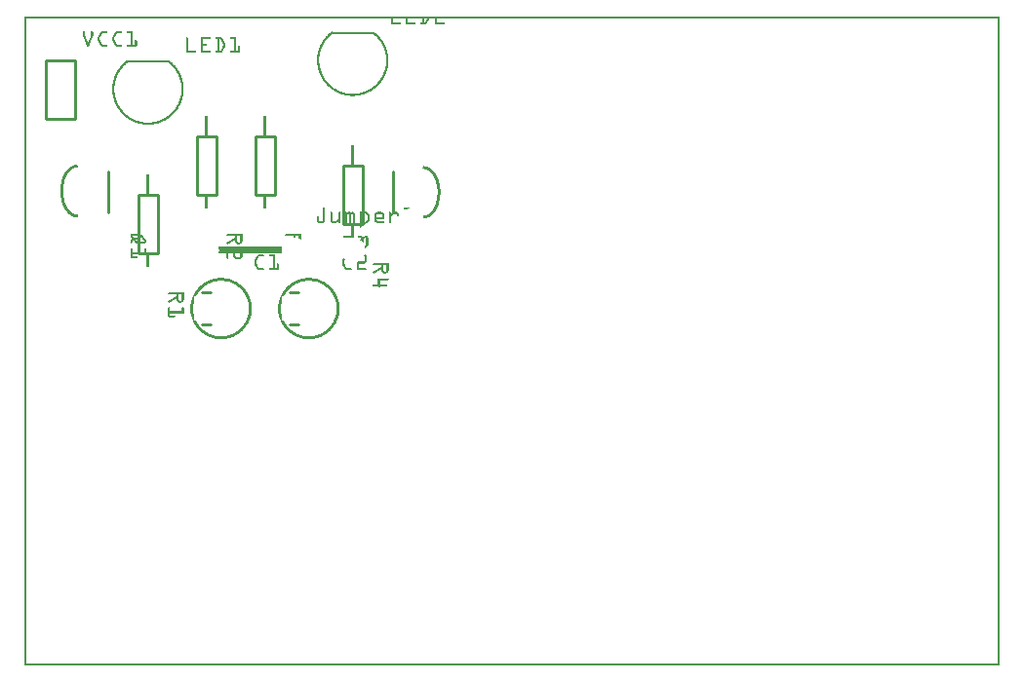
<source format=gto>
G04 MADE WITH FRITZING*
G04 WWW.FRITZING.ORG*
G04 DOUBLE SIDED*
G04 HOLES PLATED*
G04 CONTOUR ON CENTER OF CONTOUR VECTOR*
%ASAXBY*%
%FSLAX23Y23*%
%MOIN*%
%OFA0B0*%
%SFA1.0B1.0*%
%ADD10C,0.010000*%
%ADD11C,0.007874*%
%ADD12C,0.011000*%
%ADD13R,0.001000X0.001000*%
%LNSILK1*%
G90*
G70*
G54D10*
X455Y1613D02*
X455Y1413D01*
D02*
X455Y1413D02*
X389Y1413D01*
D02*
X389Y1413D02*
X389Y1613D01*
D02*
X389Y1613D02*
X455Y1613D01*
D02*
X655Y1813D02*
X655Y1613D01*
D02*
X655Y1613D02*
X589Y1613D01*
D02*
X589Y1613D02*
X589Y1813D01*
D02*
X589Y1813D02*
X655Y1813D01*
D02*
X855Y1813D02*
X855Y1613D01*
D02*
X855Y1613D02*
X789Y1613D01*
D02*
X789Y1613D02*
X789Y1813D01*
D02*
X789Y1813D02*
X855Y1813D01*
D02*
X1155Y1713D02*
X1155Y1513D01*
D02*
X1155Y1513D02*
X1089Y1513D01*
D02*
X1089Y1513D02*
X1089Y1713D01*
D02*
X1089Y1713D02*
X1155Y1713D01*
D02*
X72Y2072D02*
X72Y1872D01*
D02*
X72Y1872D02*
X172Y1872D01*
D02*
X172Y1872D02*
X172Y2072D01*
D02*
X172Y2072D02*
X72Y2072D01*
D02*
X286Y1692D02*
X286Y1552D01*
D02*
X1258Y1552D02*
X1258Y1692D01*
G54D11*
X493Y2068D02*
X351Y2068D01*
D02*
X1193Y2166D02*
X1051Y2166D01*
D02*
G54D12*
X607Y1277D02*
X637Y1277D01*
D02*
X607Y1167D02*
X637Y1167D01*
D02*
X907Y1277D02*
X937Y1277D01*
D02*
X907Y1167D02*
X937Y1167D01*
D02*
G54D13*
X0Y2222D02*
X3332Y2222D01*
X0Y2221D02*
X3332Y2221D01*
X0Y2220D02*
X3332Y2220D01*
X0Y2219D02*
X3332Y2219D01*
X0Y2218D02*
X3332Y2218D01*
X0Y2217D02*
X3332Y2217D01*
X0Y2216D02*
X3332Y2216D01*
X0Y2215D02*
X3332Y2215D01*
X0Y2214D02*
X7Y2214D01*
X1252Y2214D02*
X1258Y2214D01*
X1302Y2214D02*
X1308Y2214D01*
X1359Y2214D02*
X1365Y2214D01*
X1376Y2214D02*
X1383Y2214D01*
X1402Y2214D02*
X1408Y2214D01*
X3325Y2214D02*
X3332Y2214D01*
X0Y2213D02*
X7Y2213D01*
X1252Y2213D02*
X1258Y2213D01*
X1302Y2213D02*
X1308Y2213D01*
X1359Y2213D02*
X1365Y2213D01*
X1376Y2213D02*
X1382Y2213D01*
X1402Y2213D02*
X1408Y2213D01*
X3325Y2213D02*
X3332Y2213D01*
X0Y2212D02*
X7Y2212D01*
X1252Y2212D02*
X1258Y2212D01*
X1302Y2212D02*
X1308Y2212D01*
X1359Y2212D02*
X1365Y2212D01*
X1375Y2212D02*
X1382Y2212D01*
X1402Y2212D02*
X1408Y2212D01*
X3325Y2212D02*
X3332Y2212D01*
X0Y2211D02*
X7Y2211D01*
X1252Y2211D02*
X1258Y2211D01*
X1302Y2211D02*
X1308Y2211D01*
X1359Y2211D02*
X1365Y2211D01*
X1375Y2211D02*
X1381Y2211D01*
X1402Y2211D02*
X1408Y2211D01*
X3325Y2211D02*
X3332Y2211D01*
X0Y2210D02*
X7Y2210D01*
X1252Y2210D02*
X1258Y2210D01*
X1302Y2210D02*
X1308Y2210D01*
X1359Y2210D02*
X1365Y2210D01*
X1374Y2210D02*
X1381Y2210D01*
X1402Y2210D02*
X1408Y2210D01*
X3325Y2210D02*
X3332Y2210D01*
X0Y2209D02*
X7Y2209D01*
X1252Y2209D02*
X1258Y2209D01*
X1302Y2209D02*
X1308Y2209D01*
X1359Y2209D02*
X1365Y2209D01*
X1374Y2209D02*
X1380Y2209D01*
X1402Y2209D02*
X1408Y2209D01*
X3325Y2209D02*
X3332Y2209D01*
X0Y2208D02*
X7Y2208D01*
X1252Y2208D02*
X1258Y2208D01*
X1302Y2208D02*
X1308Y2208D01*
X1359Y2208D02*
X1365Y2208D01*
X1373Y2208D02*
X1380Y2208D01*
X1402Y2208D02*
X1408Y2208D01*
X3325Y2208D02*
X3332Y2208D01*
X0Y2207D02*
X7Y2207D01*
X1252Y2207D02*
X1258Y2207D01*
X1302Y2207D02*
X1308Y2207D01*
X1359Y2207D02*
X1365Y2207D01*
X1373Y2207D02*
X1379Y2207D01*
X1402Y2207D02*
X1408Y2207D01*
X3325Y2207D02*
X3332Y2207D01*
X0Y2206D02*
X7Y2206D01*
X1252Y2206D02*
X1258Y2206D01*
X1302Y2206D02*
X1308Y2206D01*
X1359Y2206D02*
X1365Y2206D01*
X1372Y2206D02*
X1379Y2206D01*
X1402Y2206D02*
X1408Y2206D01*
X3325Y2206D02*
X3332Y2206D01*
X0Y2205D02*
X7Y2205D01*
X1252Y2205D02*
X1258Y2205D01*
X1302Y2205D02*
X1308Y2205D01*
X1359Y2205D02*
X1365Y2205D01*
X1371Y2205D02*
X1378Y2205D01*
X1402Y2205D02*
X1408Y2205D01*
X3325Y2205D02*
X3332Y2205D01*
X0Y2204D02*
X7Y2204D01*
X1252Y2204D02*
X1258Y2204D01*
X1302Y2204D02*
X1308Y2204D01*
X1359Y2204D02*
X1365Y2204D01*
X1371Y2204D02*
X1378Y2204D01*
X1402Y2204D02*
X1408Y2204D01*
X3325Y2204D02*
X3332Y2204D01*
X0Y2203D02*
X7Y2203D01*
X1252Y2203D02*
X1258Y2203D01*
X1302Y2203D02*
X1308Y2203D01*
X1359Y2203D02*
X1365Y2203D01*
X1369Y2203D02*
X1377Y2203D01*
X1402Y2203D02*
X1408Y2203D01*
X3325Y2203D02*
X3332Y2203D01*
X0Y2202D02*
X7Y2202D01*
X1252Y2202D02*
X1284Y2202D01*
X1302Y2202D02*
X1334Y2202D01*
X1353Y2202D02*
X1377Y2202D01*
X1402Y2202D02*
X1434Y2202D01*
X3325Y2202D02*
X3332Y2202D01*
X0Y2201D02*
X7Y2201D01*
X1252Y2201D02*
X1285Y2201D01*
X1302Y2201D02*
X1335Y2201D01*
X1352Y2201D02*
X1376Y2201D01*
X1402Y2201D02*
X1435Y2201D01*
X3325Y2201D02*
X3332Y2201D01*
X0Y2200D02*
X7Y2200D01*
X1252Y2200D02*
X1285Y2200D01*
X1302Y2200D02*
X1335Y2200D01*
X1352Y2200D02*
X1376Y2200D01*
X1402Y2200D02*
X1435Y2200D01*
X3325Y2200D02*
X3332Y2200D01*
X0Y2199D02*
X7Y2199D01*
X1252Y2199D02*
X1285Y2199D01*
X1302Y2199D02*
X1335Y2199D01*
X1352Y2199D02*
X1375Y2199D01*
X1402Y2199D02*
X1435Y2199D01*
X3325Y2199D02*
X3332Y2199D01*
X0Y2198D02*
X7Y2198D01*
X1252Y2198D02*
X1285Y2198D01*
X1302Y2198D02*
X1335Y2198D01*
X1352Y2198D02*
X1374Y2198D01*
X1402Y2198D02*
X1435Y2198D01*
X3325Y2198D02*
X3332Y2198D01*
X0Y2197D02*
X7Y2197D01*
X1252Y2197D02*
X1285Y2197D01*
X1302Y2197D02*
X1335Y2197D01*
X1353Y2197D02*
X1372Y2197D01*
X1402Y2197D02*
X1435Y2197D01*
X3325Y2197D02*
X3332Y2197D01*
X0Y2196D02*
X7Y2196D01*
X1252Y2196D02*
X1283Y2196D01*
X1302Y2196D02*
X1333Y2196D01*
X1355Y2196D02*
X1368Y2196D01*
X1402Y2196D02*
X1433Y2196D01*
X3325Y2196D02*
X3332Y2196D01*
X0Y2195D02*
X7Y2195D01*
X3325Y2195D02*
X3332Y2195D01*
X0Y2194D02*
X7Y2194D01*
X3325Y2194D02*
X3332Y2194D01*
X0Y2193D02*
X7Y2193D01*
X3325Y2193D02*
X3332Y2193D01*
X0Y2192D02*
X7Y2192D01*
X3325Y2192D02*
X3332Y2192D01*
X0Y2191D02*
X7Y2191D01*
X3325Y2191D02*
X3332Y2191D01*
X0Y2190D02*
X7Y2190D01*
X3325Y2190D02*
X3332Y2190D01*
X0Y2189D02*
X7Y2189D01*
X3325Y2189D02*
X3332Y2189D01*
X0Y2188D02*
X7Y2188D01*
X3325Y2188D02*
X3332Y2188D01*
X0Y2187D02*
X7Y2187D01*
X3325Y2187D02*
X3332Y2187D01*
X0Y2186D02*
X7Y2186D01*
X3325Y2186D02*
X3332Y2186D01*
X0Y2185D02*
X7Y2185D01*
X3325Y2185D02*
X3332Y2185D01*
X0Y2184D02*
X7Y2184D01*
X3325Y2184D02*
X3332Y2184D01*
X0Y2183D02*
X7Y2183D01*
X3325Y2183D02*
X3332Y2183D01*
X0Y2182D02*
X7Y2182D01*
X3325Y2182D02*
X3332Y2182D01*
X0Y2181D02*
X7Y2181D01*
X3325Y2181D02*
X3332Y2181D01*
X0Y2180D02*
X7Y2180D01*
X3325Y2180D02*
X3332Y2180D01*
X0Y2179D02*
X7Y2179D01*
X3325Y2179D02*
X3332Y2179D01*
X0Y2178D02*
X7Y2178D01*
X3325Y2178D02*
X3332Y2178D01*
X0Y2177D02*
X7Y2177D01*
X3325Y2177D02*
X3332Y2177D01*
X0Y2176D02*
X7Y2176D01*
X3325Y2176D02*
X3332Y2176D01*
X0Y2175D02*
X7Y2175D01*
X3325Y2175D02*
X3332Y2175D01*
X0Y2174D02*
X7Y2174D01*
X3325Y2174D02*
X3332Y2174D01*
X0Y2173D02*
X7Y2173D01*
X3325Y2173D02*
X3332Y2173D01*
X0Y2172D02*
X7Y2172D01*
X202Y2172D02*
X204Y2172D01*
X230Y2172D02*
X232Y2172D01*
X266Y2172D02*
X282Y2172D01*
X316Y2172D02*
X332Y2172D01*
X352Y2172D02*
X370Y2172D01*
X3325Y2172D02*
X3332Y2172D01*
X0Y2171D02*
X7Y2171D01*
X201Y2171D02*
X205Y2171D01*
X228Y2171D02*
X233Y2171D01*
X263Y2171D02*
X283Y2171D01*
X313Y2171D02*
X333Y2171D01*
X351Y2171D02*
X370Y2171D01*
X3325Y2171D02*
X3332Y2171D01*
X0Y2170D02*
X7Y2170D01*
X200Y2170D02*
X206Y2170D01*
X228Y2170D02*
X233Y2170D01*
X262Y2170D02*
X283Y2170D01*
X312Y2170D02*
X333Y2170D01*
X350Y2170D02*
X370Y2170D01*
X1050Y2170D02*
X1051Y2170D01*
X3325Y2170D02*
X3332Y2170D01*
X0Y2169D02*
X7Y2169D01*
X200Y2169D02*
X206Y2169D01*
X228Y2169D02*
X234Y2169D01*
X260Y2169D02*
X284Y2169D01*
X310Y2169D02*
X334Y2169D01*
X350Y2169D02*
X370Y2169D01*
X1048Y2169D02*
X1053Y2169D01*
X1191Y2169D02*
X1195Y2169D01*
X3325Y2169D02*
X3332Y2169D01*
X0Y2168D02*
X7Y2168D01*
X200Y2168D02*
X206Y2168D01*
X228Y2168D02*
X234Y2168D01*
X260Y2168D02*
X283Y2168D01*
X310Y2168D02*
X333Y2168D01*
X350Y2168D02*
X370Y2168D01*
X1047Y2168D02*
X1054Y2168D01*
X1190Y2168D02*
X1196Y2168D01*
X3325Y2168D02*
X3332Y2168D01*
X0Y2167D02*
X7Y2167D01*
X200Y2167D02*
X206Y2167D01*
X228Y2167D02*
X234Y2167D01*
X259Y2167D02*
X283Y2167D01*
X309Y2167D02*
X333Y2167D01*
X351Y2167D02*
X370Y2167D01*
X1046Y2167D02*
X1054Y2167D01*
X1190Y2167D02*
X1197Y2167D01*
X3325Y2167D02*
X3332Y2167D01*
X0Y2166D02*
X7Y2166D01*
X200Y2166D02*
X206Y2166D01*
X228Y2166D02*
X234Y2166D01*
X258Y2166D02*
X282Y2166D01*
X308Y2166D02*
X332Y2166D01*
X352Y2166D02*
X370Y2166D01*
X1045Y2166D02*
X1054Y2166D01*
X1189Y2166D02*
X1199Y2166D01*
X3325Y2166D02*
X3332Y2166D01*
X0Y2165D02*
X7Y2165D01*
X200Y2165D02*
X206Y2165D01*
X228Y2165D02*
X234Y2165D01*
X258Y2165D02*
X266Y2165D01*
X308Y2165D02*
X316Y2165D01*
X364Y2165D02*
X370Y2165D01*
X1043Y2165D02*
X1054Y2165D01*
X1190Y2165D02*
X1200Y2165D01*
X3325Y2165D02*
X3332Y2165D01*
X0Y2164D02*
X7Y2164D01*
X200Y2164D02*
X206Y2164D01*
X228Y2164D02*
X234Y2164D01*
X257Y2164D02*
X264Y2164D01*
X307Y2164D02*
X314Y2164D01*
X364Y2164D02*
X370Y2164D01*
X1042Y2164D02*
X1053Y2164D01*
X1190Y2164D02*
X1201Y2164D01*
X3325Y2164D02*
X3332Y2164D01*
X0Y2163D02*
X7Y2163D01*
X200Y2163D02*
X206Y2163D01*
X228Y2163D02*
X234Y2163D01*
X257Y2163D02*
X264Y2163D01*
X307Y2163D02*
X314Y2163D01*
X364Y2163D02*
X370Y2163D01*
X1041Y2163D02*
X1053Y2163D01*
X1191Y2163D02*
X1202Y2163D01*
X3325Y2163D02*
X3332Y2163D01*
X0Y2162D02*
X7Y2162D01*
X200Y2162D02*
X206Y2162D01*
X228Y2162D02*
X234Y2162D01*
X256Y2162D02*
X263Y2162D01*
X306Y2162D02*
X313Y2162D01*
X364Y2162D02*
X370Y2162D01*
X1040Y2162D02*
X1051Y2162D01*
X1192Y2162D02*
X1203Y2162D01*
X3325Y2162D02*
X3332Y2162D01*
X0Y2161D02*
X7Y2161D01*
X200Y2161D02*
X206Y2161D01*
X228Y2161D02*
X234Y2161D01*
X256Y2161D02*
X263Y2161D01*
X306Y2161D02*
X313Y2161D01*
X364Y2161D02*
X370Y2161D01*
X1039Y2161D02*
X1050Y2161D01*
X1193Y2161D02*
X1204Y2161D01*
X3325Y2161D02*
X3332Y2161D01*
X0Y2160D02*
X7Y2160D01*
X200Y2160D02*
X206Y2160D01*
X228Y2160D02*
X234Y2160D01*
X255Y2160D02*
X262Y2160D01*
X305Y2160D02*
X312Y2160D01*
X364Y2160D02*
X370Y2160D01*
X1038Y2160D02*
X1049Y2160D01*
X1194Y2160D02*
X1205Y2160D01*
X3325Y2160D02*
X3332Y2160D01*
X0Y2159D02*
X7Y2159D01*
X200Y2159D02*
X206Y2159D01*
X228Y2159D02*
X234Y2159D01*
X255Y2159D02*
X262Y2159D01*
X305Y2159D02*
X312Y2159D01*
X364Y2159D02*
X370Y2159D01*
X1037Y2159D02*
X1048Y2159D01*
X1196Y2159D02*
X1206Y2159D01*
X3325Y2159D02*
X3332Y2159D01*
X0Y2158D02*
X7Y2158D01*
X200Y2158D02*
X206Y2158D01*
X228Y2158D02*
X234Y2158D01*
X254Y2158D02*
X261Y2158D01*
X304Y2158D02*
X311Y2158D01*
X364Y2158D02*
X370Y2158D01*
X1036Y2158D02*
X1046Y2158D01*
X1197Y2158D02*
X1207Y2158D01*
X3325Y2158D02*
X3332Y2158D01*
X0Y2157D02*
X7Y2157D01*
X200Y2157D02*
X206Y2157D01*
X227Y2157D02*
X234Y2157D01*
X254Y2157D02*
X261Y2157D01*
X304Y2157D02*
X311Y2157D01*
X364Y2157D02*
X370Y2157D01*
X1035Y2157D02*
X1045Y2157D01*
X1198Y2157D02*
X1208Y2157D01*
X3325Y2157D02*
X3332Y2157D01*
X0Y2156D02*
X7Y2156D01*
X200Y2156D02*
X207Y2156D01*
X227Y2156D02*
X233Y2156D01*
X253Y2156D02*
X260Y2156D01*
X303Y2156D02*
X310Y2156D01*
X364Y2156D02*
X370Y2156D01*
X1034Y2156D02*
X1044Y2156D01*
X1199Y2156D02*
X1209Y2156D01*
X3325Y2156D02*
X3332Y2156D01*
X0Y2155D02*
X7Y2155D01*
X201Y2155D02*
X207Y2155D01*
X227Y2155D02*
X233Y2155D01*
X253Y2155D02*
X260Y2155D01*
X303Y2155D02*
X310Y2155D01*
X364Y2155D02*
X370Y2155D01*
X1033Y2155D02*
X1043Y2155D01*
X1200Y2155D02*
X1210Y2155D01*
X3325Y2155D02*
X3332Y2155D01*
X0Y2154D02*
X7Y2154D01*
X201Y2154D02*
X208Y2154D01*
X226Y2154D02*
X233Y2154D01*
X252Y2154D02*
X259Y2154D01*
X302Y2154D02*
X309Y2154D01*
X364Y2154D02*
X370Y2154D01*
X1032Y2154D02*
X1042Y2154D01*
X1201Y2154D02*
X1211Y2154D01*
X3325Y2154D02*
X3332Y2154D01*
X0Y2153D02*
X7Y2153D01*
X201Y2153D02*
X208Y2153D01*
X226Y2153D02*
X232Y2153D01*
X252Y2153D02*
X259Y2153D01*
X302Y2153D02*
X309Y2153D01*
X364Y2153D02*
X370Y2153D01*
X1031Y2153D02*
X1041Y2153D01*
X1202Y2153D02*
X1212Y2153D01*
X3325Y2153D02*
X3332Y2153D01*
X0Y2152D02*
X7Y2152D01*
X202Y2152D02*
X208Y2152D01*
X225Y2152D02*
X232Y2152D01*
X252Y2152D02*
X258Y2152D01*
X302Y2152D02*
X308Y2152D01*
X364Y2152D02*
X370Y2152D01*
X1030Y2152D02*
X1040Y2152D01*
X1203Y2152D02*
X1213Y2152D01*
X3325Y2152D02*
X3332Y2152D01*
X0Y2151D02*
X7Y2151D01*
X202Y2151D02*
X209Y2151D01*
X225Y2151D02*
X232Y2151D01*
X251Y2151D02*
X258Y2151D01*
X301Y2151D02*
X308Y2151D01*
X364Y2151D02*
X370Y2151D01*
X554Y2151D02*
X556Y2151D01*
X602Y2151D02*
X634Y2151D01*
X654Y2151D02*
X671Y2151D01*
X704Y2151D02*
X722Y2151D01*
X1029Y2151D02*
X1039Y2151D01*
X1204Y2151D02*
X1214Y2151D01*
X3325Y2151D02*
X3332Y2151D01*
X0Y2150D02*
X7Y2150D01*
X203Y2150D02*
X209Y2150D01*
X225Y2150D02*
X231Y2150D01*
X251Y2150D02*
X257Y2150D01*
X301Y2150D02*
X307Y2150D01*
X364Y2150D02*
X370Y2150D01*
X553Y2150D02*
X557Y2150D01*
X602Y2150D02*
X635Y2150D01*
X653Y2150D02*
X673Y2150D01*
X703Y2150D02*
X722Y2150D01*
X1029Y2150D02*
X1038Y2150D01*
X1205Y2150D02*
X1215Y2150D01*
X3325Y2150D02*
X3332Y2150D01*
X0Y2149D02*
X7Y2149D01*
X203Y2149D02*
X209Y2149D01*
X224Y2149D02*
X231Y2149D01*
X251Y2149D02*
X257Y2149D01*
X300Y2149D02*
X307Y2149D01*
X364Y2149D02*
X370Y2149D01*
X552Y2149D02*
X558Y2149D01*
X602Y2149D02*
X635Y2149D01*
X652Y2149D02*
X674Y2149D01*
X702Y2149D02*
X722Y2149D01*
X1028Y2149D02*
X1037Y2149D01*
X1206Y2149D02*
X1215Y2149D01*
X3325Y2149D02*
X3332Y2149D01*
X0Y2148D02*
X7Y2148D01*
X203Y2148D02*
X210Y2148D01*
X224Y2148D02*
X230Y2148D01*
X250Y2148D02*
X257Y2148D01*
X300Y2148D02*
X307Y2148D01*
X364Y2148D02*
X370Y2148D01*
X552Y2148D02*
X558Y2148D01*
X602Y2148D02*
X636Y2148D01*
X652Y2148D02*
X675Y2148D01*
X702Y2148D02*
X722Y2148D01*
X1027Y2148D02*
X1036Y2148D01*
X1207Y2148D02*
X1216Y2148D01*
X3325Y2148D02*
X3332Y2148D01*
X0Y2147D02*
X7Y2147D01*
X204Y2147D02*
X210Y2147D01*
X223Y2147D02*
X230Y2147D01*
X250Y2147D02*
X256Y2147D01*
X300Y2147D02*
X306Y2147D01*
X364Y2147D02*
X370Y2147D01*
X552Y2147D02*
X558Y2147D01*
X602Y2147D02*
X635Y2147D01*
X652Y2147D02*
X676Y2147D01*
X702Y2147D02*
X722Y2147D01*
X1026Y2147D02*
X1035Y2147D01*
X1208Y2147D02*
X1217Y2147D01*
X3325Y2147D02*
X3332Y2147D01*
X0Y2146D02*
X7Y2146D01*
X204Y2146D02*
X211Y2146D01*
X223Y2146D02*
X230Y2146D01*
X250Y2146D02*
X256Y2146D01*
X300Y2146D02*
X306Y2146D01*
X364Y2146D02*
X370Y2146D01*
X552Y2146D02*
X558Y2146D01*
X602Y2146D02*
X635Y2146D01*
X653Y2146D02*
X677Y2146D01*
X703Y2146D02*
X722Y2146D01*
X1025Y2146D02*
X1034Y2146D01*
X1209Y2146D02*
X1218Y2146D01*
X3325Y2146D02*
X3332Y2146D01*
X0Y2145D02*
X7Y2145D01*
X204Y2145D02*
X211Y2145D01*
X223Y2145D02*
X229Y2145D01*
X250Y2145D02*
X256Y2145D01*
X300Y2145D02*
X306Y2145D01*
X364Y2145D02*
X370Y2145D01*
X552Y2145D02*
X558Y2145D01*
X602Y2145D02*
X634Y2145D01*
X654Y2145D02*
X677Y2145D01*
X704Y2145D02*
X722Y2145D01*
X1025Y2145D02*
X1034Y2145D01*
X1210Y2145D02*
X1219Y2145D01*
X3325Y2145D02*
X3332Y2145D01*
X0Y2144D02*
X7Y2144D01*
X205Y2144D02*
X211Y2144D01*
X222Y2144D02*
X229Y2144D01*
X250Y2144D02*
X256Y2144D01*
X300Y2144D02*
X306Y2144D01*
X364Y2144D02*
X370Y2144D01*
X552Y2144D02*
X558Y2144D01*
X602Y2144D02*
X608Y2144D01*
X659Y2144D02*
X665Y2144D01*
X670Y2144D02*
X678Y2144D01*
X716Y2144D02*
X722Y2144D01*
X1024Y2144D02*
X1033Y2144D01*
X1211Y2144D02*
X1219Y2144D01*
X3325Y2144D02*
X3332Y2144D01*
X0Y2143D02*
X7Y2143D01*
X205Y2143D02*
X212Y2143D01*
X222Y2143D02*
X228Y2143D01*
X250Y2143D02*
X256Y2143D01*
X300Y2143D02*
X306Y2143D01*
X364Y2143D02*
X370Y2143D01*
X552Y2143D02*
X558Y2143D01*
X602Y2143D02*
X608Y2143D01*
X659Y2143D02*
X665Y2143D01*
X671Y2143D02*
X678Y2143D01*
X716Y2143D02*
X722Y2143D01*
X1023Y2143D02*
X1032Y2143D01*
X1211Y2143D02*
X1220Y2143D01*
X3325Y2143D02*
X3332Y2143D01*
X0Y2142D02*
X7Y2142D01*
X206Y2142D02*
X212Y2142D01*
X221Y2142D02*
X228Y2142D01*
X250Y2142D02*
X257Y2142D01*
X300Y2142D02*
X307Y2142D01*
X364Y2142D02*
X370Y2142D01*
X379Y2142D02*
X382Y2142D01*
X552Y2142D02*
X558Y2142D01*
X602Y2142D02*
X608Y2142D01*
X659Y2142D02*
X665Y2142D01*
X672Y2142D02*
X679Y2142D01*
X716Y2142D02*
X722Y2142D01*
X1022Y2142D02*
X1031Y2142D01*
X1212Y2142D02*
X1221Y2142D01*
X3325Y2142D02*
X3332Y2142D01*
X0Y2141D02*
X7Y2141D01*
X206Y2141D02*
X213Y2141D01*
X221Y2141D02*
X228Y2141D01*
X251Y2141D02*
X257Y2141D01*
X301Y2141D02*
X307Y2141D01*
X364Y2141D02*
X370Y2141D01*
X378Y2141D02*
X383Y2141D01*
X552Y2141D02*
X558Y2141D01*
X602Y2141D02*
X608Y2141D01*
X659Y2141D02*
X665Y2141D01*
X672Y2141D02*
X679Y2141D01*
X716Y2141D02*
X722Y2141D01*
X1022Y2141D02*
X1030Y2141D01*
X1213Y2141D02*
X1221Y2141D01*
X3325Y2141D02*
X3332Y2141D01*
X0Y2140D02*
X7Y2140D01*
X206Y2140D02*
X213Y2140D01*
X221Y2140D02*
X227Y2140D01*
X251Y2140D02*
X258Y2140D01*
X301Y2140D02*
X308Y2140D01*
X364Y2140D02*
X370Y2140D01*
X378Y2140D02*
X383Y2140D01*
X552Y2140D02*
X558Y2140D01*
X602Y2140D02*
X608Y2140D01*
X659Y2140D02*
X665Y2140D01*
X673Y2140D02*
X680Y2140D01*
X716Y2140D02*
X722Y2140D01*
X1021Y2140D02*
X1030Y2140D01*
X1214Y2140D02*
X1222Y2140D01*
X3325Y2140D02*
X3332Y2140D01*
X0Y2139D02*
X7Y2139D01*
X207Y2139D02*
X213Y2139D01*
X220Y2139D02*
X227Y2139D01*
X251Y2139D02*
X258Y2139D01*
X301Y2139D02*
X308Y2139D01*
X364Y2139D02*
X370Y2139D01*
X378Y2139D02*
X384Y2139D01*
X552Y2139D02*
X558Y2139D01*
X602Y2139D02*
X608Y2139D01*
X659Y2139D02*
X665Y2139D01*
X673Y2139D02*
X680Y2139D01*
X716Y2139D02*
X722Y2139D01*
X1020Y2139D02*
X1029Y2139D01*
X1214Y2139D02*
X1223Y2139D01*
X3325Y2139D02*
X3332Y2139D01*
X0Y2138D02*
X7Y2138D01*
X207Y2138D02*
X214Y2138D01*
X220Y2138D02*
X226Y2138D01*
X252Y2138D02*
X259Y2138D01*
X302Y2138D02*
X309Y2138D01*
X364Y2138D02*
X370Y2138D01*
X378Y2138D02*
X384Y2138D01*
X552Y2138D02*
X558Y2138D01*
X602Y2138D02*
X608Y2138D01*
X659Y2138D02*
X665Y2138D01*
X674Y2138D02*
X681Y2138D01*
X716Y2138D02*
X722Y2138D01*
X1020Y2138D02*
X1028Y2138D01*
X1215Y2138D02*
X1224Y2138D01*
X3325Y2138D02*
X3332Y2138D01*
X0Y2137D02*
X7Y2137D01*
X208Y2137D02*
X214Y2137D01*
X220Y2137D02*
X226Y2137D01*
X252Y2137D02*
X259Y2137D01*
X302Y2137D02*
X309Y2137D01*
X364Y2137D02*
X370Y2137D01*
X378Y2137D02*
X384Y2137D01*
X552Y2137D02*
X558Y2137D01*
X602Y2137D02*
X608Y2137D01*
X659Y2137D02*
X665Y2137D01*
X674Y2137D02*
X681Y2137D01*
X716Y2137D02*
X722Y2137D01*
X1019Y2137D02*
X1027Y2137D01*
X1216Y2137D02*
X1224Y2137D01*
X3325Y2137D02*
X3332Y2137D01*
X0Y2136D02*
X7Y2136D01*
X208Y2136D02*
X215Y2136D01*
X219Y2136D02*
X226Y2136D01*
X253Y2136D02*
X260Y2136D01*
X303Y2136D02*
X310Y2136D01*
X364Y2136D02*
X370Y2136D01*
X378Y2136D02*
X384Y2136D01*
X552Y2136D02*
X558Y2136D01*
X602Y2136D02*
X608Y2136D01*
X659Y2136D02*
X665Y2136D01*
X675Y2136D02*
X682Y2136D01*
X716Y2136D02*
X722Y2136D01*
X1018Y2136D02*
X1027Y2136D01*
X1217Y2136D02*
X1225Y2136D01*
X3325Y2136D02*
X3332Y2136D01*
X0Y2135D02*
X7Y2135D01*
X208Y2135D02*
X215Y2135D01*
X219Y2135D02*
X225Y2135D01*
X253Y2135D02*
X260Y2135D01*
X303Y2135D02*
X310Y2135D01*
X364Y2135D02*
X370Y2135D01*
X378Y2135D02*
X384Y2135D01*
X552Y2135D02*
X558Y2135D01*
X602Y2135D02*
X608Y2135D01*
X659Y2135D02*
X665Y2135D01*
X675Y2135D02*
X682Y2135D01*
X716Y2135D02*
X722Y2135D01*
X1018Y2135D02*
X1026Y2135D01*
X1217Y2135D02*
X1225Y2135D01*
X3325Y2135D02*
X3332Y2135D01*
X0Y2134D02*
X7Y2134D01*
X209Y2134D02*
X215Y2134D01*
X218Y2134D02*
X225Y2134D01*
X254Y2134D02*
X261Y2134D01*
X304Y2134D02*
X311Y2134D01*
X364Y2134D02*
X370Y2134D01*
X378Y2134D02*
X384Y2134D01*
X552Y2134D02*
X558Y2134D01*
X602Y2134D02*
X608Y2134D01*
X659Y2134D02*
X665Y2134D01*
X676Y2134D02*
X683Y2134D01*
X716Y2134D02*
X722Y2134D01*
X1017Y2134D02*
X1025Y2134D01*
X1218Y2134D02*
X1226Y2134D01*
X3325Y2134D02*
X3332Y2134D01*
X0Y2133D02*
X7Y2133D01*
X209Y2133D02*
X216Y2133D01*
X218Y2133D02*
X225Y2133D01*
X254Y2133D02*
X261Y2133D01*
X304Y2133D02*
X311Y2133D01*
X364Y2133D02*
X370Y2133D01*
X378Y2133D02*
X384Y2133D01*
X552Y2133D02*
X558Y2133D01*
X602Y2133D02*
X608Y2133D01*
X659Y2133D02*
X665Y2133D01*
X676Y2133D02*
X683Y2133D01*
X716Y2133D02*
X722Y2133D01*
X1017Y2133D02*
X1025Y2133D01*
X1219Y2133D02*
X1227Y2133D01*
X3325Y2133D02*
X3332Y2133D01*
X0Y2132D02*
X7Y2132D01*
X209Y2132D02*
X224Y2132D01*
X255Y2132D02*
X262Y2132D01*
X305Y2132D02*
X312Y2132D01*
X364Y2132D02*
X370Y2132D01*
X378Y2132D02*
X384Y2132D01*
X552Y2132D02*
X558Y2132D01*
X602Y2132D02*
X608Y2132D01*
X659Y2132D02*
X665Y2132D01*
X677Y2132D02*
X684Y2132D01*
X716Y2132D02*
X722Y2132D01*
X1016Y2132D02*
X1024Y2132D01*
X1219Y2132D02*
X1227Y2132D01*
X3325Y2132D02*
X3332Y2132D01*
X0Y2131D02*
X7Y2131D01*
X210Y2131D02*
X224Y2131D01*
X255Y2131D02*
X262Y2131D01*
X305Y2131D02*
X312Y2131D01*
X364Y2131D02*
X370Y2131D01*
X378Y2131D02*
X384Y2131D01*
X552Y2131D02*
X558Y2131D01*
X602Y2131D02*
X608Y2131D01*
X659Y2131D02*
X665Y2131D01*
X677Y2131D02*
X684Y2131D01*
X716Y2131D02*
X722Y2131D01*
X1015Y2131D02*
X1024Y2131D01*
X1220Y2131D02*
X1228Y2131D01*
X3325Y2131D02*
X3332Y2131D01*
X0Y2130D02*
X7Y2130D01*
X210Y2130D02*
X223Y2130D01*
X256Y2130D02*
X263Y2130D01*
X306Y2130D02*
X313Y2130D01*
X364Y2130D02*
X370Y2130D01*
X378Y2130D02*
X384Y2130D01*
X552Y2130D02*
X558Y2130D01*
X602Y2130D02*
X608Y2130D01*
X659Y2130D02*
X665Y2130D01*
X678Y2130D02*
X685Y2130D01*
X716Y2130D02*
X722Y2130D01*
X1015Y2130D02*
X1023Y2130D01*
X1220Y2130D02*
X1228Y2130D01*
X3325Y2130D02*
X3332Y2130D01*
X0Y2129D02*
X7Y2129D01*
X211Y2129D02*
X223Y2129D01*
X256Y2129D02*
X263Y2129D01*
X306Y2129D02*
X313Y2129D01*
X364Y2129D02*
X370Y2129D01*
X378Y2129D02*
X384Y2129D01*
X552Y2129D02*
X558Y2129D01*
X602Y2129D02*
X608Y2129D01*
X659Y2129D02*
X665Y2129D01*
X678Y2129D02*
X685Y2129D01*
X716Y2129D02*
X722Y2129D01*
X1014Y2129D02*
X1022Y2129D01*
X1221Y2129D02*
X1229Y2129D01*
X3325Y2129D02*
X3332Y2129D01*
X0Y2128D02*
X7Y2128D01*
X211Y2128D02*
X223Y2128D01*
X257Y2128D02*
X264Y2128D01*
X307Y2128D02*
X314Y2128D01*
X364Y2128D02*
X370Y2128D01*
X378Y2128D02*
X384Y2128D01*
X552Y2128D02*
X558Y2128D01*
X602Y2128D02*
X619Y2128D01*
X659Y2128D02*
X665Y2128D01*
X679Y2128D02*
X685Y2128D01*
X716Y2128D02*
X722Y2128D01*
X1014Y2128D02*
X1022Y2128D01*
X1222Y2128D02*
X1229Y2128D01*
X3325Y2128D02*
X3332Y2128D01*
X0Y2127D02*
X7Y2127D01*
X211Y2127D02*
X222Y2127D01*
X257Y2127D02*
X264Y2127D01*
X307Y2127D02*
X314Y2127D01*
X364Y2127D02*
X370Y2127D01*
X378Y2127D02*
X384Y2127D01*
X552Y2127D02*
X558Y2127D01*
X602Y2127D02*
X621Y2127D01*
X659Y2127D02*
X665Y2127D01*
X679Y2127D02*
X685Y2127D01*
X716Y2127D02*
X722Y2127D01*
X1013Y2127D02*
X1021Y2127D01*
X1222Y2127D02*
X1230Y2127D01*
X3325Y2127D02*
X3332Y2127D01*
X0Y2126D02*
X7Y2126D01*
X212Y2126D02*
X222Y2126D01*
X258Y2126D02*
X265Y2126D01*
X308Y2126D02*
X315Y2126D01*
X364Y2126D02*
X370Y2126D01*
X378Y2126D02*
X384Y2126D01*
X552Y2126D02*
X558Y2126D01*
X602Y2126D02*
X621Y2126D01*
X659Y2126D02*
X665Y2126D01*
X679Y2126D02*
X686Y2126D01*
X716Y2126D02*
X722Y2126D01*
X1013Y2126D02*
X1021Y2126D01*
X1223Y2126D02*
X1230Y2126D01*
X3325Y2126D02*
X3332Y2126D01*
X0Y2125D02*
X7Y2125D01*
X212Y2125D02*
X221Y2125D01*
X258Y2125D02*
X281Y2125D01*
X308Y2125D02*
X331Y2125D01*
X352Y2125D02*
X384Y2125D01*
X552Y2125D02*
X558Y2125D01*
X602Y2125D02*
X622Y2125D01*
X659Y2125D02*
X665Y2125D01*
X680Y2125D02*
X686Y2125D01*
X716Y2125D02*
X722Y2125D01*
X1012Y2125D02*
X1020Y2125D01*
X1223Y2125D02*
X1231Y2125D01*
X3325Y2125D02*
X3332Y2125D01*
X0Y2124D02*
X7Y2124D01*
X213Y2124D02*
X221Y2124D01*
X259Y2124D02*
X283Y2124D01*
X309Y2124D02*
X333Y2124D01*
X351Y2124D02*
X384Y2124D01*
X552Y2124D02*
X558Y2124D01*
X602Y2124D02*
X622Y2124D01*
X659Y2124D02*
X665Y2124D01*
X680Y2124D02*
X686Y2124D01*
X716Y2124D02*
X722Y2124D01*
X1012Y2124D02*
X1020Y2124D01*
X1224Y2124D02*
X1231Y2124D01*
X3325Y2124D02*
X3332Y2124D01*
X0Y2123D02*
X7Y2123D01*
X213Y2123D02*
X221Y2123D01*
X259Y2123D02*
X283Y2123D01*
X309Y2123D02*
X333Y2123D01*
X350Y2123D02*
X384Y2123D01*
X552Y2123D02*
X558Y2123D01*
X602Y2123D02*
X621Y2123D01*
X659Y2123D02*
X665Y2123D01*
X679Y2123D02*
X686Y2123D01*
X716Y2123D02*
X722Y2123D01*
X1011Y2123D02*
X1019Y2123D01*
X1224Y2123D02*
X1232Y2123D01*
X3325Y2123D02*
X3332Y2123D01*
X0Y2122D02*
X7Y2122D01*
X213Y2122D02*
X220Y2122D01*
X260Y2122D02*
X284Y2122D01*
X310Y2122D02*
X334Y2122D01*
X350Y2122D02*
X384Y2122D01*
X552Y2122D02*
X558Y2122D01*
X602Y2122D02*
X621Y2122D01*
X659Y2122D02*
X665Y2122D01*
X679Y2122D02*
X685Y2122D01*
X716Y2122D02*
X722Y2122D01*
X732Y2122D02*
X733Y2122D01*
X1011Y2122D02*
X1019Y2122D01*
X1225Y2122D02*
X1232Y2122D01*
X3325Y2122D02*
X3332Y2122D01*
X0Y2121D02*
X7Y2121D01*
X214Y2121D02*
X220Y2121D01*
X261Y2121D02*
X283Y2121D01*
X311Y2121D02*
X333Y2121D01*
X350Y2121D02*
X383Y2121D01*
X552Y2121D02*
X558Y2121D01*
X602Y2121D02*
X608Y2121D01*
X659Y2121D02*
X665Y2121D01*
X679Y2121D02*
X685Y2121D01*
X716Y2121D02*
X722Y2121D01*
X731Y2121D02*
X735Y2121D01*
X1011Y2121D02*
X1018Y2121D01*
X1225Y2121D02*
X1233Y2121D01*
X3325Y2121D02*
X3332Y2121D01*
X0Y2120D02*
X7Y2120D01*
X214Y2120D02*
X219Y2120D01*
X262Y2120D02*
X283Y2120D01*
X312Y2120D02*
X333Y2120D01*
X351Y2120D02*
X383Y2120D01*
X552Y2120D02*
X558Y2120D01*
X602Y2120D02*
X608Y2120D01*
X659Y2120D02*
X665Y2120D01*
X678Y2120D02*
X685Y2120D01*
X716Y2120D02*
X722Y2120D01*
X730Y2120D02*
X735Y2120D01*
X1010Y2120D02*
X1018Y2120D01*
X1226Y2120D02*
X1233Y2120D01*
X3325Y2120D02*
X3332Y2120D01*
X0Y2119D02*
X7Y2119D01*
X215Y2119D02*
X219Y2119D01*
X264Y2119D02*
X282Y2119D01*
X314Y2119D02*
X332Y2119D01*
X351Y2119D02*
X382Y2119D01*
X552Y2119D02*
X558Y2119D01*
X602Y2119D02*
X608Y2119D01*
X659Y2119D02*
X665Y2119D01*
X678Y2119D02*
X684Y2119D01*
X716Y2119D02*
X722Y2119D01*
X730Y2119D02*
X736Y2119D01*
X1010Y2119D02*
X1017Y2119D01*
X1226Y2119D02*
X1234Y2119D01*
X3325Y2119D02*
X3332Y2119D01*
X0Y2118D02*
X7Y2118D01*
X552Y2118D02*
X558Y2118D01*
X602Y2118D02*
X608Y2118D01*
X659Y2118D02*
X665Y2118D01*
X677Y2118D02*
X684Y2118D01*
X716Y2118D02*
X722Y2118D01*
X730Y2118D02*
X736Y2118D01*
X1009Y2118D02*
X1017Y2118D01*
X1227Y2118D02*
X1234Y2118D01*
X3325Y2118D02*
X3332Y2118D01*
X0Y2117D02*
X7Y2117D01*
X552Y2117D02*
X558Y2117D01*
X602Y2117D02*
X608Y2117D01*
X659Y2117D02*
X665Y2117D01*
X677Y2117D02*
X684Y2117D01*
X716Y2117D02*
X722Y2117D01*
X730Y2117D02*
X736Y2117D01*
X1009Y2117D02*
X1016Y2117D01*
X1227Y2117D02*
X1234Y2117D01*
X3325Y2117D02*
X3332Y2117D01*
X0Y2116D02*
X7Y2116D01*
X552Y2116D02*
X558Y2116D01*
X602Y2116D02*
X608Y2116D01*
X659Y2116D02*
X665Y2116D01*
X676Y2116D02*
X683Y2116D01*
X716Y2116D02*
X722Y2116D01*
X730Y2116D02*
X736Y2116D01*
X1008Y2116D02*
X1016Y2116D01*
X1227Y2116D02*
X1235Y2116D01*
X3325Y2116D02*
X3332Y2116D01*
X0Y2115D02*
X7Y2115D01*
X552Y2115D02*
X558Y2115D01*
X602Y2115D02*
X608Y2115D01*
X659Y2115D02*
X665Y2115D01*
X676Y2115D02*
X683Y2115D01*
X716Y2115D02*
X722Y2115D01*
X730Y2115D02*
X736Y2115D01*
X1008Y2115D02*
X1015Y2115D01*
X1228Y2115D02*
X1235Y2115D01*
X3325Y2115D02*
X3332Y2115D01*
X0Y2114D02*
X7Y2114D01*
X552Y2114D02*
X558Y2114D01*
X602Y2114D02*
X608Y2114D01*
X659Y2114D02*
X665Y2114D01*
X675Y2114D02*
X682Y2114D01*
X716Y2114D02*
X722Y2114D01*
X730Y2114D02*
X736Y2114D01*
X1008Y2114D02*
X1015Y2114D01*
X1228Y2114D02*
X1236Y2114D01*
X3325Y2114D02*
X3332Y2114D01*
X0Y2113D02*
X7Y2113D01*
X552Y2113D02*
X558Y2113D01*
X602Y2113D02*
X608Y2113D01*
X659Y2113D02*
X665Y2113D01*
X675Y2113D02*
X682Y2113D01*
X716Y2113D02*
X722Y2113D01*
X730Y2113D02*
X736Y2113D01*
X1007Y2113D02*
X1015Y2113D01*
X1229Y2113D02*
X1236Y2113D01*
X3325Y2113D02*
X3332Y2113D01*
X0Y2112D02*
X7Y2112D01*
X552Y2112D02*
X558Y2112D01*
X602Y2112D02*
X608Y2112D01*
X659Y2112D02*
X665Y2112D01*
X674Y2112D02*
X681Y2112D01*
X716Y2112D02*
X722Y2112D01*
X730Y2112D02*
X736Y2112D01*
X1007Y2112D02*
X1014Y2112D01*
X1229Y2112D02*
X1236Y2112D01*
X3325Y2112D02*
X3332Y2112D01*
X0Y2111D02*
X7Y2111D01*
X552Y2111D02*
X558Y2111D01*
X602Y2111D02*
X608Y2111D01*
X659Y2111D02*
X665Y2111D01*
X674Y2111D02*
X681Y2111D01*
X716Y2111D02*
X722Y2111D01*
X730Y2111D02*
X736Y2111D01*
X1007Y2111D02*
X1014Y2111D01*
X1229Y2111D02*
X1237Y2111D01*
X3325Y2111D02*
X3332Y2111D01*
X0Y2110D02*
X7Y2110D01*
X552Y2110D02*
X558Y2110D01*
X602Y2110D02*
X608Y2110D01*
X659Y2110D02*
X665Y2110D01*
X673Y2110D02*
X680Y2110D01*
X716Y2110D02*
X722Y2110D01*
X730Y2110D02*
X736Y2110D01*
X1006Y2110D02*
X1013Y2110D01*
X1230Y2110D02*
X1237Y2110D01*
X3325Y2110D02*
X3332Y2110D01*
X0Y2109D02*
X7Y2109D01*
X552Y2109D02*
X558Y2109D01*
X602Y2109D02*
X608Y2109D01*
X659Y2109D02*
X665Y2109D01*
X673Y2109D02*
X680Y2109D01*
X716Y2109D02*
X722Y2109D01*
X730Y2109D02*
X736Y2109D01*
X1006Y2109D02*
X1013Y2109D01*
X1230Y2109D02*
X1237Y2109D01*
X3325Y2109D02*
X3332Y2109D01*
X0Y2108D02*
X7Y2108D01*
X552Y2108D02*
X558Y2108D01*
X602Y2108D02*
X608Y2108D01*
X659Y2108D02*
X665Y2108D01*
X672Y2108D02*
X679Y2108D01*
X716Y2108D02*
X722Y2108D01*
X730Y2108D02*
X736Y2108D01*
X1006Y2108D02*
X1013Y2108D01*
X1230Y2108D02*
X1238Y2108D01*
X3325Y2108D02*
X3332Y2108D01*
X0Y2107D02*
X7Y2107D01*
X552Y2107D02*
X558Y2107D01*
X602Y2107D02*
X608Y2107D01*
X659Y2107D02*
X665Y2107D01*
X672Y2107D02*
X679Y2107D01*
X716Y2107D02*
X722Y2107D01*
X730Y2107D02*
X736Y2107D01*
X1005Y2107D02*
X1012Y2107D01*
X1231Y2107D02*
X1238Y2107D01*
X3325Y2107D02*
X3332Y2107D01*
X0Y2106D02*
X7Y2106D01*
X552Y2106D02*
X558Y2106D01*
X602Y2106D02*
X608Y2106D01*
X659Y2106D02*
X665Y2106D01*
X671Y2106D02*
X678Y2106D01*
X716Y2106D02*
X722Y2106D01*
X730Y2106D02*
X736Y2106D01*
X1005Y2106D02*
X1012Y2106D01*
X1231Y2106D02*
X1238Y2106D01*
X3325Y2106D02*
X3332Y2106D01*
X0Y2105D02*
X7Y2105D01*
X552Y2105D02*
X558Y2105D01*
X602Y2105D02*
X608Y2105D01*
X659Y2105D02*
X665Y2105D01*
X670Y2105D02*
X678Y2105D01*
X716Y2105D02*
X722Y2105D01*
X730Y2105D02*
X736Y2105D01*
X1005Y2105D02*
X1012Y2105D01*
X1231Y2105D02*
X1238Y2105D01*
X3325Y2105D02*
X3332Y2105D01*
X0Y2104D02*
X7Y2104D01*
X552Y2104D02*
X584Y2104D01*
X602Y2104D02*
X634Y2104D01*
X654Y2104D02*
X677Y2104D01*
X704Y2104D02*
X736Y2104D01*
X1004Y2104D02*
X1012Y2104D01*
X1232Y2104D02*
X1239Y2104D01*
X3325Y2104D02*
X3332Y2104D01*
X0Y2103D02*
X7Y2103D01*
X552Y2103D02*
X585Y2103D01*
X602Y2103D02*
X635Y2103D01*
X653Y2103D02*
X677Y2103D01*
X703Y2103D02*
X736Y2103D01*
X1004Y2103D02*
X1011Y2103D01*
X1232Y2103D02*
X1239Y2103D01*
X3325Y2103D02*
X3332Y2103D01*
X0Y2102D02*
X7Y2102D01*
X552Y2102D02*
X585Y2102D01*
X602Y2102D02*
X635Y2102D01*
X652Y2102D02*
X676Y2102D01*
X702Y2102D02*
X736Y2102D01*
X1004Y2102D02*
X1011Y2102D01*
X1232Y2102D02*
X1239Y2102D01*
X3325Y2102D02*
X3332Y2102D01*
X0Y2101D02*
X7Y2101D01*
X552Y2101D02*
X586Y2101D01*
X602Y2101D02*
X636Y2101D01*
X652Y2101D02*
X675Y2101D01*
X702Y2101D02*
X736Y2101D01*
X1004Y2101D02*
X1011Y2101D01*
X1232Y2101D02*
X1240Y2101D01*
X3325Y2101D02*
X3332Y2101D01*
X0Y2100D02*
X7Y2100D01*
X552Y2100D02*
X585Y2100D01*
X602Y2100D02*
X635Y2100D01*
X652Y2100D02*
X674Y2100D01*
X702Y2100D02*
X735Y2100D01*
X1003Y2100D02*
X1010Y2100D01*
X1233Y2100D02*
X1240Y2100D01*
X3325Y2100D02*
X3332Y2100D01*
X0Y2099D02*
X7Y2099D01*
X552Y2099D02*
X585Y2099D01*
X602Y2099D02*
X635Y2099D01*
X653Y2099D02*
X673Y2099D01*
X703Y2099D02*
X735Y2099D01*
X1003Y2099D02*
X1010Y2099D01*
X1233Y2099D02*
X1240Y2099D01*
X3325Y2099D02*
X3332Y2099D01*
X0Y2098D02*
X7Y2098D01*
X552Y2098D02*
X584Y2098D01*
X602Y2098D02*
X634Y2098D01*
X654Y2098D02*
X671Y2098D01*
X704Y2098D02*
X734Y2098D01*
X1003Y2098D02*
X1010Y2098D01*
X1233Y2098D02*
X1240Y2098D01*
X3325Y2098D02*
X3332Y2098D01*
X0Y2097D02*
X7Y2097D01*
X1003Y2097D02*
X1010Y2097D01*
X1233Y2097D02*
X1240Y2097D01*
X3325Y2097D02*
X3332Y2097D01*
X0Y2096D02*
X7Y2096D01*
X1003Y2096D02*
X1009Y2096D01*
X1234Y2096D02*
X1241Y2096D01*
X3325Y2096D02*
X3332Y2096D01*
X0Y2095D02*
X7Y2095D01*
X1002Y2095D02*
X1009Y2095D01*
X1234Y2095D02*
X1241Y2095D01*
X3325Y2095D02*
X3332Y2095D01*
X0Y2094D02*
X7Y2094D01*
X1002Y2094D02*
X1009Y2094D01*
X1234Y2094D02*
X1241Y2094D01*
X3325Y2094D02*
X3332Y2094D01*
X0Y2093D02*
X7Y2093D01*
X1002Y2093D02*
X1009Y2093D01*
X1234Y2093D02*
X1241Y2093D01*
X3325Y2093D02*
X3332Y2093D01*
X0Y2092D02*
X7Y2092D01*
X1002Y2092D02*
X1009Y2092D01*
X1234Y2092D02*
X1241Y2092D01*
X3325Y2092D02*
X3332Y2092D01*
X0Y2091D02*
X7Y2091D01*
X1002Y2091D02*
X1009Y2091D01*
X1235Y2091D02*
X1242Y2091D01*
X3325Y2091D02*
X3332Y2091D01*
X0Y2090D02*
X7Y2090D01*
X1001Y2090D02*
X1008Y2090D01*
X1235Y2090D02*
X1242Y2090D01*
X3325Y2090D02*
X3332Y2090D01*
X0Y2089D02*
X7Y2089D01*
X1001Y2089D02*
X1008Y2089D01*
X1235Y2089D02*
X1242Y2089D01*
X3325Y2089D02*
X3332Y2089D01*
X0Y2088D02*
X7Y2088D01*
X1001Y2088D02*
X1008Y2088D01*
X1235Y2088D02*
X1242Y2088D01*
X3325Y2088D02*
X3332Y2088D01*
X0Y2087D02*
X7Y2087D01*
X1001Y2087D02*
X1008Y2087D01*
X1235Y2087D02*
X1242Y2087D01*
X3325Y2087D02*
X3332Y2087D01*
X0Y2086D02*
X7Y2086D01*
X1001Y2086D02*
X1008Y2086D01*
X1235Y2086D02*
X1242Y2086D01*
X3325Y2086D02*
X3332Y2086D01*
X0Y2085D02*
X7Y2085D01*
X1001Y2085D02*
X1008Y2085D01*
X1235Y2085D02*
X1242Y2085D01*
X3325Y2085D02*
X3332Y2085D01*
X0Y2084D02*
X7Y2084D01*
X1001Y2084D02*
X1008Y2084D01*
X1236Y2084D02*
X1242Y2084D01*
X3325Y2084D02*
X3332Y2084D01*
X0Y2083D02*
X7Y2083D01*
X1001Y2083D02*
X1007Y2083D01*
X1236Y2083D02*
X1243Y2083D01*
X3325Y2083D02*
X3332Y2083D01*
X0Y2082D02*
X7Y2082D01*
X1001Y2082D02*
X1007Y2082D01*
X1236Y2082D02*
X1243Y2082D01*
X3325Y2082D02*
X3332Y2082D01*
X0Y2081D02*
X7Y2081D01*
X1000Y2081D02*
X1007Y2081D01*
X1236Y2081D02*
X1243Y2081D01*
X3325Y2081D02*
X3332Y2081D01*
X0Y2080D02*
X7Y2080D01*
X1000Y2080D02*
X1007Y2080D01*
X1236Y2080D02*
X1243Y2080D01*
X3325Y2080D02*
X3332Y2080D01*
X0Y2079D02*
X7Y2079D01*
X1000Y2079D02*
X1007Y2079D01*
X1236Y2079D02*
X1243Y2079D01*
X3325Y2079D02*
X3332Y2079D01*
X0Y2078D02*
X7Y2078D01*
X1000Y2078D02*
X1007Y2078D01*
X1236Y2078D02*
X1243Y2078D01*
X3325Y2078D02*
X3332Y2078D01*
X0Y2077D02*
X7Y2077D01*
X1000Y2077D02*
X1007Y2077D01*
X1236Y2077D02*
X1243Y2077D01*
X3325Y2077D02*
X3332Y2077D01*
X0Y2076D02*
X7Y2076D01*
X1000Y2076D02*
X1007Y2076D01*
X1236Y2076D02*
X1243Y2076D01*
X3325Y2076D02*
X3332Y2076D01*
X0Y2075D02*
X7Y2075D01*
X1000Y2075D02*
X1007Y2075D01*
X1236Y2075D02*
X1243Y2075D01*
X3325Y2075D02*
X3332Y2075D01*
X0Y2074D02*
X7Y2074D01*
X105Y2074D02*
X105Y2074D01*
X1000Y2074D02*
X1007Y2074D01*
X1236Y2074D02*
X1243Y2074D01*
X3325Y2074D02*
X3332Y2074D01*
X0Y2073D02*
X7Y2073D01*
X104Y2073D02*
X106Y2073D01*
X1000Y2073D02*
X1007Y2073D01*
X1236Y2073D02*
X1243Y2073D01*
X3325Y2073D02*
X3332Y2073D01*
X0Y2072D02*
X7Y2072D01*
X103Y2072D02*
X107Y2072D01*
X1000Y2072D02*
X1007Y2072D01*
X1236Y2072D02*
X1243Y2072D01*
X3325Y2072D02*
X3332Y2072D01*
X0Y2071D02*
X7Y2071D01*
X102Y2071D02*
X108Y2071D01*
X349Y2071D02*
X353Y2071D01*
X492Y2071D02*
X494Y2071D01*
X1000Y2071D02*
X1007Y2071D01*
X1236Y2071D02*
X1243Y2071D01*
X3325Y2071D02*
X3332Y2071D01*
X0Y2070D02*
X7Y2070D01*
X101Y2070D02*
X107Y2070D01*
X348Y2070D02*
X354Y2070D01*
X490Y2070D02*
X496Y2070D01*
X1000Y2070D02*
X1007Y2070D01*
X1236Y2070D02*
X1243Y2070D01*
X3325Y2070D02*
X3332Y2070D01*
X0Y2069D02*
X7Y2069D01*
X100Y2069D02*
X106Y2069D01*
X347Y2069D02*
X354Y2069D01*
X490Y2069D02*
X497Y2069D01*
X1000Y2069D02*
X1007Y2069D01*
X1236Y2069D02*
X1243Y2069D01*
X3325Y2069D02*
X3332Y2069D01*
X0Y2068D02*
X7Y2068D01*
X99Y2068D02*
X105Y2068D01*
X345Y2068D02*
X354Y2068D01*
X490Y2068D02*
X498Y2068D01*
X1000Y2068D02*
X1007Y2068D01*
X1236Y2068D02*
X1243Y2068D01*
X3325Y2068D02*
X3332Y2068D01*
X0Y2067D02*
X7Y2067D01*
X98Y2067D02*
X104Y2067D01*
X344Y2067D02*
X354Y2067D01*
X489Y2067D02*
X499Y2067D01*
X1000Y2067D02*
X1007Y2067D01*
X1236Y2067D02*
X1243Y2067D01*
X3325Y2067D02*
X3332Y2067D01*
X0Y2066D02*
X7Y2066D01*
X343Y2066D02*
X354Y2066D01*
X490Y2066D02*
X500Y2066D01*
X1000Y2066D02*
X1007Y2066D01*
X1236Y2066D02*
X1243Y2066D01*
X3325Y2066D02*
X3332Y2066D01*
X0Y2065D02*
X7Y2065D01*
X342Y2065D02*
X353Y2065D01*
X490Y2065D02*
X502Y2065D01*
X1000Y2065D02*
X1007Y2065D01*
X1236Y2065D02*
X1243Y2065D01*
X3325Y2065D02*
X3332Y2065D01*
X0Y2064D02*
X7Y2064D01*
X341Y2064D02*
X352Y2064D01*
X491Y2064D02*
X503Y2064D01*
X1000Y2064D02*
X1007Y2064D01*
X1236Y2064D02*
X1243Y2064D01*
X3325Y2064D02*
X3332Y2064D01*
X0Y2063D02*
X7Y2063D01*
X340Y2063D02*
X351Y2063D01*
X493Y2063D02*
X504Y2063D01*
X1000Y2063D02*
X1007Y2063D01*
X1236Y2063D02*
X1243Y2063D01*
X3325Y2063D02*
X3332Y2063D01*
X0Y2062D02*
X7Y2062D01*
X338Y2062D02*
X349Y2062D01*
X494Y2062D02*
X505Y2062D01*
X1000Y2062D02*
X1007Y2062D01*
X1236Y2062D02*
X1243Y2062D01*
X3325Y2062D02*
X3332Y2062D01*
X0Y2061D02*
X7Y2061D01*
X337Y2061D02*
X348Y2061D01*
X495Y2061D02*
X506Y2061D01*
X1001Y2061D02*
X1007Y2061D01*
X1236Y2061D02*
X1243Y2061D01*
X3325Y2061D02*
X3332Y2061D01*
X0Y2060D02*
X7Y2060D01*
X336Y2060D02*
X347Y2060D01*
X496Y2060D02*
X507Y2060D01*
X1001Y2060D02*
X1008Y2060D01*
X1236Y2060D02*
X1243Y2060D01*
X3325Y2060D02*
X3332Y2060D01*
X0Y2059D02*
X7Y2059D01*
X335Y2059D02*
X346Y2059D01*
X498Y2059D02*
X508Y2059D01*
X1001Y2059D02*
X1008Y2059D01*
X1236Y2059D02*
X1242Y2059D01*
X3325Y2059D02*
X3332Y2059D01*
X0Y2058D02*
X7Y2058D01*
X334Y2058D02*
X345Y2058D01*
X499Y2058D02*
X509Y2058D01*
X1001Y2058D02*
X1008Y2058D01*
X1235Y2058D02*
X1242Y2058D01*
X3325Y2058D02*
X3332Y2058D01*
X0Y2057D02*
X7Y2057D01*
X333Y2057D02*
X344Y2057D01*
X500Y2057D02*
X510Y2057D01*
X1001Y2057D02*
X1008Y2057D01*
X1235Y2057D02*
X1242Y2057D01*
X3325Y2057D02*
X3332Y2057D01*
X0Y2056D02*
X7Y2056D01*
X333Y2056D02*
X343Y2056D01*
X501Y2056D02*
X511Y2056D01*
X1001Y2056D02*
X1008Y2056D01*
X1235Y2056D02*
X1242Y2056D01*
X3325Y2056D02*
X3332Y2056D01*
X0Y2055D02*
X7Y2055D01*
X332Y2055D02*
X341Y2055D01*
X502Y2055D02*
X512Y2055D01*
X1001Y2055D02*
X1008Y2055D01*
X1235Y2055D02*
X1242Y2055D01*
X3325Y2055D02*
X3332Y2055D01*
X0Y2054D02*
X7Y2054D01*
X331Y2054D02*
X340Y2054D01*
X503Y2054D02*
X513Y2054D01*
X1001Y2054D02*
X1008Y2054D01*
X1235Y2054D02*
X1242Y2054D01*
X3325Y2054D02*
X3332Y2054D01*
X0Y2053D02*
X7Y2053D01*
X330Y2053D02*
X339Y2053D01*
X504Y2053D02*
X514Y2053D01*
X1002Y2053D02*
X1009Y2053D01*
X1235Y2053D02*
X1242Y2053D01*
X3325Y2053D02*
X3332Y2053D01*
X0Y2052D02*
X7Y2052D01*
X329Y2052D02*
X339Y2052D01*
X505Y2052D02*
X514Y2052D01*
X1002Y2052D02*
X1009Y2052D01*
X1235Y2052D02*
X1241Y2052D01*
X3325Y2052D02*
X3332Y2052D01*
X0Y2051D02*
X7Y2051D01*
X328Y2051D02*
X338Y2051D01*
X506Y2051D02*
X515Y2051D01*
X1002Y2051D02*
X1009Y2051D01*
X1234Y2051D02*
X1241Y2051D01*
X3325Y2051D02*
X3332Y2051D01*
X0Y2050D02*
X7Y2050D01*
X327Y2050D02*
X337Y2050D01*
X507Y2050D02*
X516Y2050D01*
X1002Y2050D02*
X1009Y2050D01*
X1234Y2050D02*
X1241Y2050D01*
X3325Y2050D02*
X3332Y2050D01*
X0Y2049D02*
X7Y2049D01*
X327Y2049D02*
X336Y2049D01*
X508Y2049D02*
X517Y2049D01*
X1002Y2049D02*
X1009Y2049D01*
X1234Y2049D02*
X1241Y2049D01*
X3325Y2049D02*
X3332Y2049D01*
X0Y2048D02*
X7Y2048D01*
X326Y2048D02*
X335Y2048D01*
X509Y2048D02*
X518Y2048D01*
X1002Y2048D02*
X1009Y2048D01*
X1234Y2048D02*
X1241Y2048D01*
X3325Y2048D02*
X3332Y2048D01*
X0Y2047D02*
X7Y2047D01*
X325Y2047D02*
X334Y2047D01*
X509Y2047D02*
X518Y2047D01*
X1003Y2047D02*
X1010Y2047D01*
X1234Y2047D02*
X1241Y2047D01*
X3325Y2047D02*
X3332Y2047D01*
X0Y2046D02*
X7Y2046D01*
X77Y2046D02*
X77Y2046D01*
X324Y2046D02*
X333Y2046D01*
X510Y2046D02*
X519Y2046D01*
X1003Y2046D02*
X1010Y2046D01*
X1233Y2046D02*
X1240Y2046D01*
X3325Y2046D02*
X3332Y2046D01*
X0Y2045D02*
X7Y2045D01*
X76Y2045D02*
X77Y2045D01*
X323Y2045D02*
X332Y2045D01*
X511Y2045D02*
X520Y2045D01*
X1003Y2045D02*
X1010Y2045D01*
X1233Y2045D02*
X1240Y2045D01*
X3325Y2045D02*
X3332Y2045D01*
X0Y2044D02*
X7Y2044D01*
X75Y2044D02*
X77Y2044D01*
X323Y2044D02*
X332Y2044D01*
X512Y2044D02*
X521Y2044D01*
X1003Y2044D02*
X1010Y2044D01*
X1233Y2044D02*
X1240Y2044D01*
X3325Y2044D02*
X3332Y2044D01*
X0Y2043D02*
X7Y2043D01*
X74Y2043D02*
X77Y2043D01*
X322Y2043D02*
X331Y2043D01*
X513Y2043D02*
X521Y2043D01*
X1004Y2043D02*
X1011Y2043D01*
X1233Y2043D02*
X1240Y2043D01*
X3325Y2043D02*
X3332Y2043D01*
X0Y2042D02*
X7Y2042D01*
X73Y2042D02*
X77Y2042D01*
X321Y2042D02*
X330Y2042D01*
X513Y2042D02*
X522Y2042D01*
X1004Y2042D02*
X1011Y2042D01*
X1232Y2042D02*
X1239Y2042D01*
X3325Y2042D02*
X3332Y2042D01*
X0Y2041D02*
X7Y2041D01*
X72Y2041D02*
X77Y2041D01*
X321Y2041D02*
X329Y2041D01*
X514Y2041D02*
X523Y2041D01*
X1004Y2041D02*
X1011Y2041D01*
X1232Y2041D02*
X1239Y2041D01*
X3325Y2041D02*
X3332Y2041D01*
X0Y2040D02*
X7Y2040D01*
X71Y2040D02*
X77Y2040D01*
X320Y2040D02*
X329Y2040D01*
X515Y2040D02*
X523Y2040D01*
X1004Y2040D02*
X1011Y2040D01*
X1232Y2040D02*
X1239Y2040D01*
X3325Y2040D02*
X3332Y2040D01*
X0Y2039D02*
X7Y2039D01*
X71Y2039D02*
X76Y2039D01*
X319Y2039D02*
X328Y2039D01*
X516Y2039D02*
X524Y2039D01*
X1005Y2039D02*
X1012Y2039D01*
X1232Y2039D02*
X1239Y2039D01*
X3325Y2039D02*
X3332Y2039D01*
X0Y2038D02*
X7Y2038D01*
X72Y2038D02*
X75Y2038D01*
X319Y2038D02*
X327Y2038D01*
X516Y2038D02*
X525Y2038D01*
X1005Y2038D02*
X1012Y2038D01*
X1231Y2038D02*
X1238Y2038D01*
X3325Y2038D02*
X3332Y2038D01*
X0Y2037D02*
X7Y2037D01*
X73Y2037D02*
X74Y2037D01*
X318Y2037D02*
X326Y2037D01*
X517Y2037D02*
X525Y2037D01*
X1005Y2037D02*
X1012Y2037D01*
X1231Y2037D02*
X1238Y2037D01*
X3325Y2037D02*
X3332Y2037D01*
X0Y2036D02*
X7Y2036D01*
X318Y2036D02*
X326Y2036D01*
X518Y2036D02*
X526Y2036D01*
X1005Y2036D02*
X1013Y2036D01*
X1231Y2036D02*
X1238Y2036D01*
X3325Y2036D02*
X3332Y2036D01*
X0Y2035D02*
X7Y2035D01*
X317Y2035D02*
X325Y2035D01*
X518Y2035D02*
X526Y2035D01*
X1006Y2035D02*
X1013Y2035D01*
X1230Y2035D02*
X1237Y2035D01*
X3325Y2035D02*
X3332Y2035D01*
X0Y2034D02*
X7Y2034D01*
X316Y2034D02*
X325Y2034D01*
X519Y2034D02*
X527Y2034D01*
X1006Y2034D02*
X1013Y2034D01*
X1230Y2034D02*
X1237Y2034D01*
X3325Y2034D02*
X3332Y2034D01*
X0Y2033D02*
X7Y2033D01*
X316Y2033D02*
X324Y2033D01*
X520Y2033D02*
X528Y2033D01*
X1006Y2033D02*
X1014Y2033D01*
X1230Y2033D02*
X1237Y2033D01*
X3325Y2033D02*
X3332Y2033D01*
X0Y2032D02*
X7Y2032D01*
X315Y2032D02*
X323Y2032D01*
X520Y2032D02*
X528Y2032D01*
X1007Y2032D02*
X1014Y2032D01*
X1229Y2032D02*
X1236Y2032D01*
X3325Y2032D02*
X3332Y2032D01*
X0Y2031D02*
X7Y2031D01*
X315Y2031D02*
X323Y2031D01*
X521Y2031D02*
X529Y2031D01*
X1007Y2031D02*
X1014Y2031D01*
X1229Y2031D02*
X1236Y2031D01*
X3325Y2031D02*
X3332Y2031D01*
X0Y2030D02*
X7Y2030D01*
X314Y2030D02*
X322Y2030D01*
X521Y2030D02*
X529Y2030D01*
X1007Y2030D02*
X1015Y2030D01*
X1228Y2030D02*
X1236Y2030D01*
X3325Y2030D02*
X3332Y2030D01*
X0Y2029D02*
X7Y2029D01*
X314Y2029D02*
X322Y2029D01*
X522Y2029D02*
X530Y2029D01*
X1008Y2029D02*
X1015Y2029D01*
X1228Y2029D02*
X1235Y2029D01*
X3325Y2029D02*
X3332Y2029D01*
X0Y2028D02*
X7Y2028D01*
X313Y2028D02*
X321Y2028D01*
X522Y2028D02*
X530Y2028D01*
X1008Y2028D02*
X1016Y2028D01*
X1228Y2028D02*
X1235Y2028D01*
X3325Y2028D02*
X3332Y2028D01*
X0Y2027D02*
X7Y2027D01*
X313Y2027D02*
X320Y2027D01*
X523Y2027D02*
X531Y2027D01*
X1009Y2027D02*
X1016Y2027D01*
X1227Y2027D02*
X1235Y2027D01*
X3325Y2027D02*
X3332Y2027D01*
X0Y2026D02*
X7Y2026D01*
X312Y2026D02*
X320Y2026D01*
X524Y2026D02*
X531Y2026D01*
X1009Y2026D02*
X1016Y2026D01*
X1227Y2026D02*
X1234Y2026D01*
X3325Y2026D02*
X3332Y2026D01*
X0Y2025D02*
X7Y2025D01*
X312Y2025D02*
X319Y2025D01*
X524Y2025D02*
X532Y2025D01*
X1009Y2025D02*
X1017Y2025D01*
X1226Y2025D02*
X1234Y2025D01*
X3325Y2025D02*
X3332Y2025D01*
X0Y2024D02*
X7Y2024D01*
X311Y2024D02*
X319Y2024D01*
X525Y2024D02*
X532Y2024D01*
X1010Y2024D02*
X1017Y2024D01*
X1226Y2024D02*
X1233Y2024D01*
X3325Y2024D02*
X3332Y2024D01*
X0Y2023D02*
X7Y2023D01*
X311Y2023D02*
X318Y2023D01*
X525Y2023D02*
X533Y2023D01*
X1010Y2023D02*
X1018Y2023D01*
X1225Y2023D02*
X1233Y2023D01*
X3325Y2023D02*
X3332Y2023D01*
X0Y2022D02*
X7Y2022D01*
X310Y2022D02*
X318Y2022D01*
X525Y2022D02*
X533Y2022D01*
X1011Y2022D02*
X1018Y2022D01*
X1225Y2022D02*
X1232Y2022D01*
X3325Y2022D02*
X3332Y2022D01*
X0Y2021D02*
X7Y2021D01*
X310Y2021D02*
X317Y2021D01*
X526Y2021D02*
X533Y2021D01*
X1011Y2021D02*
X1019Y2021D01*
X1224Y2021D02*
X1232Y2021D01*
X3325Y2021D02*
X3332Y2021D01*
X0Y2020D02*
X7Y2020D01*
X309Y2020D02*
X317Y2020D01*
X526Y2020D02*
X534Y2020D01*
X1012Y2020D02*
X1019Y2020D01*
X1224Y2020D02*
X1232Y2020D01*
X3325Y2020D02*
X3332Y2020D01*
X0Y2019D02*
X7Y2019D01*
X309Y2019D02*
X317Y2019D01*
X527Y2019D02*
X534Y2019D01*
X1012Y2019D02*
X1020Y2019D01*
X1223Y2019D02*
X1231Y2019D01*
X3325Y2019D02*
X3332Y2019D01*
X0Y2018D02*
X7Y2018D01*
X309Y2018D02*
X316Y2018D01*
X527Y2018D02*
X535Y2018D01*
X1013Y2018D02*
X1020Y2018D01*
X1223Y2018D02*
X1231Y2018D01*
X3325Y2018D02*
X3332Y2018D01*
X0Y2017D02*
X7Y2017D01*
X308Y2017D02*
X316Y2017D01*
X528Y2017D02*
X535Y2017D01*
X1013Y2017D02*
X1021Y2017D01*
X1222Y2017D02*
X1230Y2017D01*
X3325Y2017D02*
X3332Y2017D01*
X0Y2016D02*
X7Y2016D01*
X308Y2016D02*
X315Y2016D01*
X528Y2016D02*
X535Y2016D01*
X1014Y2016D02*
X1021Y2016D01*
X1222Y2016D02*
X1230Y2016D01*
X3325Y2016D02*
X3332Y2016D01*
X0Y2015D02*
X7Y2015D01*
X308Y2015D02*
X315Y2015D01*
X528Y2015D02*
X536Y2015D01*
X1014Y2015D02*
X1022Y2015D01*
X1221Y2015D02*
X1229Y2015D01*
X3325Y2015D02*
X3332Y2015D01*
X0Y2014D02*
X7Y2014D01*
X307Y2014D02*
X314Y2014D01*
X529Y2014D02*
X536Y2014D01*
X1015Y2014D02*
X1023Y2014D01*
X1221Y2014D02*
X1229Y2014D01*
X3325Y2014D02*
X3332Y2014D01*
X0Y2013D02*
X7Y2013D01*
X307Y2013D02*
X314Y2013D01*
X529Y2013D02*
X537Y2013D01*
X1015Y2013D02*
X1023Y2013D01*
X1220Y2013D02*
X1228Y2013D01*
X3325Y2013D02*
X3332Y2013D01*
X0Y2012D02*
X7Y2012D01*
X307Y2012D02*
X314Y2012D01*
X530Y2012D02*
X537Y2012D01*
X1016Y2012D02*
X1024Y2012D01*
X1219Y2012D02*
X1227Y2012D01*
X3325Y2012D02*
X3332Y2012D01*
X0Y2011D02*
X7Y2011D01*
X306Y2011D02*
X313Y2011D01*
X530Y2011D02*
X537Y2011D01*
X1016Y2011D02*
X1024Y2011D01*
X1219Y2011D02*
X1227Y2011D01*
X3325Y2011D02*
X3332Y2011D01*
X0Y2010D02*
X7Y2010D01*
X306Y2010D02*
X313Y2010D01*
X530Y2010D02*
X538Y2010D01*
X1017Y2010D02*
X1025Y2010D01*
X1218Y2010D02*
X1226Y2010D01*
X3325Y2010D02*
X3332Y2010D01*
X0Y2009D02*
X7Y2009D01*
X306Y2009D02*
X313Y2009D01*
X531Y2009D02*
X538Y2009D01*
X1017Y2009D02*
X1026Y2009D01*
X1217Y2009D02*
X1226Y2009D01*
X3325Y2009D02*
X3332Y2009D01*
X0Y2008D02*
X7Y2008D01*
X305Y2008D02*
X312Y2008D01*
X531Y2008D02*
X538Y2008D01*
X1018Y2008D02*
X1026Y2008D01*
X1217Y2008D02*
X1225Y2008D01*
X3325Y2008D02*
X3332Y2008D01*
X0Y2007D02*
X7Y2007D01*
X305Y2007D02*
X312Y2007D01*
X531Y2007D02*
X538Y2007D01*
X1019Y2007D02*
X1027Y2007D01*
X1216Y2007D02*
X1225Y2007D01*
X3325Y2007D02*
X3332Y2007D01*
X0Y2006D02*
X7Y2006D01*
X305Y2006D02*
X312Y2006D01*
X532Y2006D02*
X539Y2006D01*
X1019Y2006D02*
X1028Y2006D01*
X1215Y2006D02*
X1224Y2006D01*
X3325Y2006D02*
X3332Y2006D01*
X0Y2005D02*
X7Y2005D01*
X304Y2005D02*
X311Y2005D01*
X532Y2005D02*
X539Y2005D01*
X1020Y2005D02*
X1028Y2005D01*
X1215Y2005D02*
X1223Y2005D01*
X3325Y2005D02*
X3332Y2005D01*
X0Y2004D02*
X7Y2004D01*
X304Y2004D02*
X311Y2004D01*
X532Y2004D02*
X539Y2004D01*
X1021Y2004D02*
X1029Y2004D01*
X1214Y2004D02*
X1223Y2004D01*
X3325Y2004D02*
X3332Y2004D01*
X0Y2003D02*
X7Y2003D01*
X304Y2003D02*
X311Y2003D01*
X532Y2003D02*
X540Y2003D01*
X1021Y2003D02*
X1030Y2003D01*
X1213Y2003D02*
X1222Y2003D01*
X3325Y2003D02*
X3332Y2003D01*
X0Y2002D02*
X7Y2002D01*
X304Y2002D02*
X311Y2002D01*
X533Y2002D02*
X540Y2002D01*
X1022Y2002D02*
X1031Y2002D01*
X1212Y2002D02*
X1221Y2002D01*
X3325Y2002D02*
X3332Y2002D01*
X0Y2001D02*
X7Y2001D01*
X303Y2001D02*
X310Y2001D01*
X533Y2001D02*
X540Y2001D01*
X1023Y2001D02*
X1031Y2001D01*
X1212Y2001D02*
X1221Y2001D01*
X3325Y2001D02*
X3332Y2001D01*
X0Y2000D02*
X7Y2000D01*
X303Y2000D02*
X310Y2000D01*
X533Y2000D02*
X540Y2000D01*
X1023Y2000D02*
X1032Y2000D01*
X1211Y2000D02*
X1220Y2000D01*
X3325Y2000D02*
X3332Y2000D01*
X0Y1999D02*
X7Y1999D01*
X303Y1999D02*
X310Y1999D01*
X533Y1999D02*
X540Y1999D01*
X1024Y1999D02*
X1033Y1999D01*
X1210Y1999D02*
X1219Y1999D01*
X3325Y1999D02*
X3332Y1999D01*
X0Y1998D02*
X7Y1998D01*
X303Y1998D02*
X310Y1998D01*
X534Y1998D02*
X541Y1998D01*
X1025Y1998D02*
X1034Y1998D01*
X1209Y1998D02*
X1218Y1998D01*
X3325Y1998D02*
X3332Y1998D01*
X0Y1997D02*
X7Y1997D01*
X303Y1997D02*
X309Y1997D01*
X534Y1997D02*
X541Y1997D01*
X1026Y1997D02*
X1035Y1997D01*
X1208Y1997D02*
X1218Y1997D01*
X3325Y1997D02*
X3332Y1997D01*
X0Y1996D02*
X7Y1996D01*
X302Y1996D02*
X309Y1996D01*
X534Y1996D02*
X541Y1996D01*
X1026Y1996D02*
X1036Y1996D01*
X1207Y1996D02*
X1217Y1996D01*
X3325Y1996D02*
X3332Y1996D01*
X0Y1995D02*
X7Y1995D01*
X302Y1995D02*
X309Y1995D01*
X534Y1995D02*
X541Y1995D01*
X1027Y1995D02*
X1037Y1995D01*
X1207Y1995D02*
X1216Y1995D01*
X3325Y1995D02*
X3332Y1995D01*
X0Y1994D02*
X7Y1994D01*
X302Y1994D02*
X309Y1994D01*
X534Y1994D02*
X541Y1994D01*
X1028Y1994D02*
X1037Y1994D01*
X1206Y1994D02*
X1215Y1994D01*
X3325Y1994D02*
X3332Y1994D01*
X0Y1993D02*
X7Y1993D01*
X302Y1993D02*
X309Y1993D01*
X535Y1993D02*
X542Y1993D01*
X1029Y1993D02*
X1038Y1993D01*
X1205Y1993D02*
X1214Y1993D01*
X3325Y1993D02*
X3332Y1993D01*
X0Y1992D02*
X7Y1992D01*
X302Y1992D02*
X308Y1992D01*
X535Y1992D02*
X542Y1992D01*
X1030Y1992D02*
X1039Y1992D01*
X1204Y1992D02*
X1213Y1992D01*
X3325Y1992D02*
X3332Y1992D01*
X0Y1991D02*
X7Y1991D01*
X301Y1991D02*
X308Y1991D01*
X535Y1991D02*
X542Y1991D01*
X1031Y1991D02*
X1040Y1991D01*
X1203Y1991D02*
X1213Y1991D01*
X3325Y1991D02*
X3332Y1991D01*
X0Y1990D02*
X7Y1990D01*
X301Y1990D02*
X308Y1990D01*
X535Y1990D02*
X542Y1990D01*
X1032Y1990D02*
X1041Y1990D01*
X1202Y1990D02*
X1212Y1990D01*
X3325Y1990D02*
X3332Y1990D01*
X0Y1989D02*
X7Y1989D01*
X301Y1989D02*
X308Y1989D01*
X535Y1989D02*
X542Y1989D01*
X1032Y1989D02*
X1042Y1989D01*
X1201Y1989D02*
X1211Y1989D01*
X3325Y1989D02*
X3332Y1989D01*
X0Y1988D02*
X7Y1988D01*
X301Y1988D02*
X308Y1988D01*
X535Y1988D02*
X542Y1988D01*
X1033Y1988D02*
X1043Y1988D01*
X1200Y1988D02*
X1210Y1988D01*
X3325Y1988D02*
X3332Y1988D01*
X0Y1987D02*
X7Y1987D01*
X301Y1987D02*
X308Y1987D01*
X535Y1987D02*
X542Y1987D01*
X1034Y1987D02*
X1045Y1987D01*
X1199Y1987D02*
X1209Y1987D01*
X3325Y1987D02*
X3332Y1987D01*
X0Y1986D02*
X7Y1986D01*
X301Y1986D02*
X308Y1986D01*
X536Y1986D02*
X543Y1986D01*
X1035Y1986D02*
X1046Y1986D01*
X1198Y1986D02*
X1208Y1986D01*
X3325Y1986D02*
X3332Y1986D01*
X0Y1985D02*
X7Y1985D01*
X301Y1985D02*
X308Y1985D01*
X536Y1985D02*
X543Y1985D01*
X1036Y1985D02*
X1047Y1985D01*
X1196Y1985D02*
X1207Y1985D01*
X3325Y1985D02*
X3332Y1985D01*
X0Y1984D02*
X7Y1984D01*
X301Y1984D02*
X307Y1984D01*
X536Y1984D02*
X543Y1984D01*
X1037Y1984D02*
X1048Y1984D01*
X1195Y1984D02*
X1206Y1984D01*
X3325Y1984D02*
X3332Y1984D01*
X0Y1983D02*
X7Y1983D01*
X301Y1983D02*
X307Y1983D01*
X536Y1983D02*
X543Y1983D01*
X1038Y1983D02*
X1049Y1983D01*
X1194Y1983D02*
X1205Y1983D01*
X3325Y1983D02*
X3332Y1983D01*
X0Y1982D02*
X7Y1982D01*
X301Y1982D02*
X307Y1982D01*
X536Y1982D02*
X543Y1982D01*
X1039Y1982D02*
X1051Y1982D01*
X1193Y1982D02*
X1204Y1982D01*
X3325Y1982D02*
X3332Y1982D01*
X0Y1981D02*
X7Y1981D01*
X300Y1981D02*
X307Y1981D01*
X536Y1981D02*
X543Y1981D01*
X1041Y1981D02*
X1052Y1981D01*
X1191Y1981D02*
X1203Y1981D01*
X3325Y1981D02*
X3332Y1981D01*
X0Y1980D02*
X7Y1980D01*
X300Y1980D02*
X307Y1980D01*
X536Y1980D02*
X543Y1980D01*
X1042Y1980D02*
X1053Y1980D01*
X1190Y1980D02*
X1202Y1980D01*
X3325Y1980D02*
X3332Y1980D01*
X0Y1979D02*
X7Y1979D01*
X300Y1979D02*
X307Y1979D01*
X536Y1979D02*
X543Y1979D01*
X1043Y1979D02*
X1055Y1979D01*
X1189Y1979D02*
X1200Y1979D01*
X3325Y1979D02*
X3332Y1979D01*
X0Y1978D02*
X7Y1978D01*
X300Y1978D02*
X307Y1978D01*
X536Y1978D02*
X543Y1978D01*
X1044Y1978D02*
X1056Y1978D01*
X1187Y1978D02*
X1199Y1978D01*
X3325Y1978D02*
X3332Y1978D01*
X0Y1977D02*
X7Y1977D01*
X300Y1977D02*
X307Y1977D01*
X536Y1977D02*
X543Y1977D01*
X1045Y1977D02*
X1057Y1977D01*
X1186Y1977D02*
X1198Y1977D01*
X3325Y1977D02*
X3332Y1977D01*
X0Y1976D02*
X7Y1976D01*
X300Y1976D02*
X307Y1976D01*
X536Y1976D02*
X543Y1976D01*
X1046Y1976D02*
X1059Y1976D01*
X1184Y1976D02*
X1197Y1976D01*
X3325Y1976D02*
X3332Y1976D01*
X0Y1975D02*
X7Y1975D01*
X300Y1975D02*
X307Y1975D01*
X536Y1975D02*
X543Y1975D01*
X1048Y1975D02*
X1060Y1975D01*
X1183Y1975D02*
X1195Y1975D01*
X3325Y1975D02*
X3332Y1975D01*
X0Y1974D02*
X7Y1974D01*
X300Y1974D02*
X307Y1974D01*
X536Y1974D02*
X543Y1974D01*
X1049Y1974D02*
X1062Y1974D01*
X1181Y1974D02*
X1194Y1974D01*
X3325Y1974D02*
X3332Y1974D01*
X0Y1973D02*
X7Y1973D01*
X300Y1973D02*
X307Y1973D01*
X536Y1973D02*
X543Y1973D01*
X1050Y1973D02*
X1064Y1973D01*
X1180Y1973D02*
X1193Y1973D01*
X3325Y1973D02*
X3332Y1973D01*
X0Y1972D02*
X7Y1972D01*
X300Y1972D02*
X307Y1972D01*
X536Y1972D02*
X543Y1972D01*
X1052Y1972D02*
X1066Y1972D01*
X1178Y1972D02*
X1191Y1972D01*
X3325Y1972D02*
X3332Y1972D01*
X0Y1971D02*
X7Y1971D01*
X300Y1971D02*
X307Y1971D01*
X536Y1971D02*
X543Y1971D01*
X1053Y1971D02*
X1067Y1971D01*
X1176Y1971D02*
X1190Y1971D01*
X3325Y1971D02*
X3332Y1971D01*
X0Y1970D02*
X7Y1970D01*
X300Y1970D02*
X307Y1970D01*
X536Y1970D02*
X543Y1970D01*
X1055Y1970D02*
X1069Y1970D01*
X1174Y1970D02*
X1188Y1970D01*
X3325Y1970D02*
X3332Y1970D01*
X0Y1969D02*
X7Y1969D01*
X300Y1969D02*
X307Y1969D01*
X536Y1969D02*
X543Y1969D01*
X1056Y1969D02*
X1071Y1969D01*
X1172Y1969D02*
X1187Y1969D01*
X3325Y1969D02*
X3332Y1969D01*
X0Y1968D02*
X7Y1968D01*
X300Y1968D02*
X307Y1968D01*
X536Y1968D02*
X543Y1968D01*
X1058Y1968D02*
X1073Y1968D01*
X1170Y1968D02*
X1185Y1968D01*
X3325Y1968D02*
X3332Y1968D01*
X0Y1967D02*
X7Y1967D01*
X300Y1967D02*
X307Y1967D01*
X536Y1967D02*
X543Y1967D01*
X1059Y1967D02*
X1076Y1967D01*
X1168Y1967D02*
X1184Y1967D01*
X3325Y1967D02*
X3332Y1967D01*
X0Y1966D02*
X7Y1966D01*
X300Y1966D02*
X307Y1966D01*
X536Y1966D02*
X543Y1966D01*
X1061Y1966D02*
X1078Y1966D01*
X1165Y1966D02*
X1182Y1966D01*
X3325Y1966D02*
X3332Y1966D01*
X0Y1965D02*
X7Y1965D01*
X300Y1965D02*
X307Y1965D01*
X536Y1965D02*
X543Y1965D01*
X1063Y1965D02*
X1080Y1965D01*
X1163Y1965D02*
X1180Y1965D01*
X3325Y1965D02*
X3332Y1965D01*
X0Y1964D02*
X7Y1964D01*
X301Y1964D02*
X307Y1964D01*
X536Y1964D02*
X543Y1964D01*
X1065Y1964D02*
X1083Y1964D01*
X1160Y1964D02*
X1178Y1964D01*
X3325Y1964D02*
X3332Y1964D01*
X0Y1963D02*
X7Y1963D01*
X301Y1963D02*
X307Y1963D01*
X536Y1963D02*
X543Y1963D01*
X1067Y1963D02*
X1086Y1963D01*
X1157Y1963D02*
X1176Y1963D01*
X3325Y1963D02*
X3332Y1963D01*
X0Y1962D02*
X7Y1962D01*
X301Y1962D02*
X308Y1962D01*
X536Y1962D02*
X543Y1962D01*
X1069Y1962D02*
X1089Y1962D01*
X1154Y1962D02*
X1174Y1962D01*
X3325Y1962D02*
X3332Y1962D01*
X0Y1961D02*
X7Y1961D01*
X301Y1961D02*
X308Y1961D01*
X536Y1961D02*
X543Y1961D01*
X1071Y1961D02*
X1093Y1961D01*
X1150Y1961D02*
X1172Y1961D01*
X3325Y1961D02*
X3332Y1961D01*
X0Y1960D02*
X7Y1960D01*
X301Y1960D02*
X308Y1960D01*
X536Y1960D02*
X542Y1960D01*
X1073Y1960D02*
X1097Y1960D01*
X1145Y1960D02*
X1170Y1960D01*
X3325Y1960D02*
X3332Y1960D01*
X0Y1959D02*
X7Y1959D01*
X301Y1959D02*
X308Y1959D01*
X535Y1959D02*
X542Y1959D01*
X1075Y1959D02*
X1103Y1959D01*
X1140Y1959D02*
X1168Y1959D01*
X3325Y1959D02*
X3332Y1959D01*
X0Y1958D02*
X7Y1958D01*
X301Y1958D02*
X308Y1958D01*
X535Y1958D02*
X542Y1958D01*
X1078Y1958D02*
X1111Y1958D01*
X1132Y1958D02*
X1165Y1958D01*
X3325Y1958D02*
X3332Y1958D01*
X0Y1957D02*
X7Y1957D01*
X301Y1957D02*
X308Y1957D01*
X535Y1957D02*
X542Y1957D01*
X1081Y1957D02*
X1163Y1957D01*
X3325Y1957D02*
X3332Y1957D01*
X0Y1956D02*
X7Y1956D01*
X301Y1956D02*
X308Y1956D01*
X535Y1956D02*
X542Y1956D01*
X1084Y1956D02*
X1160Y1956D01*
X3325Y1956D02*
X3332Y1956D01*
X0Y1955D02*
X7Y1955D01*
X302Y1955D02*
X309Y1955D01*
X535Y1955D02*
X542Y1955D01*
X1087Y1955D02*
X1157Y1955D01*
X3325Y1955D02*
X3332Y1955D01*
X0Y1954D02*
X7Y1954D01*
X302Y1954D02*
X309Y1954D01*
X535Y1954D02*
X542Y1954D01*
X1090Y1954D02*
X1153Y1954D01*
X3325Y1954D02*
X3332Y1954D01*
X0Y1953D02*
X7Y1953D01*
X302Y1953D02*
X309Y1953D01*
X535Y1953D02*
X541Y1953D01*
X1094Y1953D02*
X1149Y1953D01*
X3325Y1953D02*
X3332Y1953D01*
X0Y1952D02*
X7Y1952D01*
X302Y1952D02*
X309Y1952D01*
X534Y1952D02*
X541Y1952D01*
X1099Y1952D02*
X1145Y1952D01*
X3325Y1952D02*
X3332Y1952D01*
X0Y1951D02*
X7Y1951D01*
X302Y1951D02*
X309Y1951D01*
X534Y1951D02*
X541Y1951D01*
X1105Y1951D02*
X1139Y1951D01*
X3325Y1951D02*
X3332Y1951D01*
X0Y1950D02*
X7Y1950D01*
X302Y1950D02*
X309Y1950D01*
X534Y1950D02*
X541Y1950D01*
X1114Y1950D02*
X1129Y1950D01*
X3325Y1950D02*
X3332Y1950D01*
X0Y1949D02*
X7Y1949D01*
X303Y1949D02*
X310Y1949D01*
X534Y1949D02*
X541Y1949D01*
X3325Y1949D02*
X3332Y1949D01*
X0Y1948D02*
X7Y1948D01*
X303Y1948D02*
X310Y1948D01*
X534Y1948D02*
X540Y1948D01*
X3325Y1948D02*
X3332Y1948D01*
X0Y1947D02*
X7Y1947D01*
X303Y1947D02*
X310Y1947D01*
X533Y1947D02*
X540Y1947D01*
X3325Y1947D02*
X3332Y1947D01*
X0Y1946D02*
X7Y1946D01*
X303Y1946D02*
X310Y1946D01*
X533Y1946D02*
X540Y1946D01*
X3325Y1946D02*
X3332Y1946D01*
X0Y1945D02*
X7Y1945D01*
X303Y1945D02*
X311Y1945D01*
X533Y1945D02*
X540Y1945D01*
X3325Y1945D02*
X3332Y1945D01*
X0Y1944D02*
X7Y1944D01*
X304Y1944D02*
X311Y1944D01*
X533Y1944D02*
X540Y1944D01*
X3325Y1944D02*
X3332Y1944D01*
X0Y1943D02*
X7Y1943D01*
X304Y1943D02*
X311Y1943D01*
X532Y1943D02*
X539Y1943D01*
X3325Y1943D02*
X3332Y1943D01*
X0Y1942D02*
X7Y1942D01*
X304Y1942D02*
X311Y1942D01*
X532Y1942D02*
X539Y1942D01*
X3325Y1942D02*
X3332Y1942D01*
X0Y1941D02*
X7Y1941D01*
X305Y1941D02*
X312Y1941D01*
X532Y1941D02*
X539Y1941D01*
X3325Y1941D02*
X3332Y1941D01*
X0Y1940D02*
X7Y1940D01*
X305Y1940D02*
X312Y1940D01*
X531Y1940D02*
X538Y1940D01*
X3325Y1940D02*
X3332Y1940D01*
X0Y1939D02*
X7Y1939D01*
X305Y1939D02*
X312Y1939D01*
X531Y1939D02*
X538Y1939D01*
X3325Y1939D02*
X3332Y1939D01*
X0Y1938D02*
X7Y1938D01*
X305Y1938D02*
X313Y1938D01*
X531Y1938D02*
X538Y1938D01*
X3325Y1938D02*
X3332Y1938D01*
X0Y1937D02*
X7Y1937D01*
X306Y1937D02*
X313Y1937D01*
X530Y1937D02*
X538Y1937D01*
X3325Y1937D02*
X3332Y1937D01*
X0Y1936D02*
X7Y1936D01*
X306Y1936D02*
X313Y1936D01*
X530Y1936D02*
X537Y1936D01*
X3325Y1936D02*
X3332Y1936D01*
X0Y1935D02*
X7Y1935D01*
X306Y1935D02*
X314Y1935D01*
X530Y1935D02*
X537Y1935D01*
X3325Y1935D02*
X3332Y1935D01*
X0Y1934D02*
X7Y1934D01*
X307Y1934D02*
X314Y1934D01*
X529Y1934D02*
X537Y1934D01*
X3325Y1934D02*
X3332Y1934D01*
X0Y1933D02*
X7Y1933D01*
X307Y1933D02*
X314Y1933D01*
X529Y1933D02*
X536Y1933D01*
X3325Y1933D02*
X3332Y1933D01*
X0Y1932D02*
X7Y1932D01*
X307Y1932D02*
X315Y1932D01*
X529Y1932D02*
X536Y1932D01*
X3325Y1932D02*
X3332Y1932D01*
X0Y1931D02*
X7Y1931D01*
X308Y1931D02*
X315Y1931D01*
X528Y1931D02*
X536Y1931D01*
X3325Y1931D02*
X3332Y1931D01*
X0Y1930D02*
X7Y1930D01*
X308Y1930D02*
X315Y1930D01*
X528Y1930D02*
X535Y1930D01*
X3325Y1930D02*
X3332Y1930D01*
X0Y1929D02*
X7Y1929D01*
X309Y1929D02*
X316Y1929D01*
X527Y1929D02*
X535Y1929D01*
X3325Y1929D02*
X3332Y1929D01*
X0Y1928D02*
X7Y1928D01*
X309Y1928D02*
X316Y1928D01*
X527Y1928D02*
X534Y1928D01*
X3325Y1928D02*
X3332Y1928D01*
X0Y1927D02*
X7Y1927D01*
X309Y1927D02*
X317Y1927D01*
X527Y1927D02*
X534Y1927D01*
X3325Y1927D02*
X3332Y1927D01*
X0Y1926D02*
X7Y1926D01*
X310Y1926D02*
X317Y1926D01*
X526Y1926D02*
X534Y1926D01*
X3325Y1926D02*
X3332Y1926D01*
X0Y1925D02*
X7Y1925D01*
X310Y1925D02*
X318Y1925D01*
X526Y1925D02*
X533Y1925D01*
X3325Y1925D02*
X3332Y1925D01*
X0Y1924D02*
X7Y1924D01*
X311Y1924D02*
X318Y1924D01*
X525Y1924D02*
X533Y1924D01*
X3325Y1924D02*
X3332Y1924D01*
X0Y1923D02*
X7Y1923D01*
X311Y1923D02*
X319Y1923D01*
X525Y1923D02*
X532Y1923D01*
X3325Y1923D02*
X3332Y1923D01*
X0Y1922D02*
X7Y1922D01*
X311Y1922D02*
X319Y1922D01*
X524Y1922D02*
X532Y1922D01*
X3325Y1922D02*
X3332Y1922D01*
X0Y1921D02*
X7Y1921D01*
X312Y1921D02*
X320Y1921D01*
X524Y1921D02*
X531Y1921D01*
X3325Y1921D02*
X3332Y1921D01*
X0Y1920D02*
X7Y1920D01*
X312Y1920D02*
X320Y1920D01*
X523Y1920D02*
X531Y1920D01*
X3325Y1920D02*
X3332Y1920D01*
X0Y1919D02*
X7Y1919D01*
X313Y1919D02*
X321Y1919D01*
X523Y1919D02*
X530Y1919D01*
X3325Y1919D02*
X3332Y1919D01*
X0Y1918D02*
X7Y1918D01*
X313Y1918D02*
X321Y1918D01*
X522Y1918D02*
X530Y1918D01*
X3325Y1918D02*
X3332Y1918D01*
X0Y1917D02*
X7Y1917D01*
X314Y1917D02*
X322Y1917D01*
X521Y1917D02*
X529Y1917D01*
X3325Y1917D02*
X3332Y1917D01*
X0Y1916D02*
X7Y1916D01*
X314Y1916D02*
X322Y1916D01*
X521Y1916D02*
X529Y1916D01*
X3325Y1916D02*
X3332Y1916D01*
X0Y1915D02*
X7Y1915D01*
X315Y1915D02*
X323Y1915D01*
X520Y1915D02*
X528Y1915D01*
X3325Y1915D02*
X3332Y1915D01*
X0Y1914D02*
X7Y1914D01*
X316Y1914D02*
X324Y1914D01*
X520Y1914D02*
X528Y1914D01*
X3325Y1914D02*
X3332Y1914D01*
X0Y1913D02*
X7Y1913D01*
X316Y1913D02*
X324Y1913D01*
X519Y1913D02*
X527Y1913D01*
X3325Y1913D02*
X3332Y1913D01*
X0Y1912D02*
X7Y1912D01*
X317Y1912D02*
X325Y1912D01*
X518Y1912D02*
X527Y1912D01*
X3325Y1912D02*
X3332Y1912D01*
X0Y1911D02*
X7Y1911D01*
X317Y1911D02*
X325Y1911D01*
X518Y1911D02*
X526Y1911D01*
X3325Y1911D02*
X3332Y1911D01*
X0Y1910D02*
X7Y1910D01*
X318Y1910D02*
X326Y1910D01*
X517Y1910D02*
X525Y1910D01*
X3325Y1910D02*
X3332Y1910D01*
X0Y1909D02*
X7Y1909D01*
X319Y1909D02*
X327Y1909D01*
X516Y1909D02*
X525Y1909D01*
X3325Y1909D02*
X3332Y1909D01*
X0Y1908D02*
X7Y1908D01*
X319Y1908D02*
X327Y1908D01*
X516Y1908D02*
X524Y1908D01*
X3325Y1908D02*
X3332Y1908D01*
X0Y1907D02*
X7Y1907D01*
X320Y1907D02*
X328Y1907D01*
X515Y1907D02*
X524Y1907D01*
X3325Y1907D02*
X3332Y1907D01*
X0Y1906D02*
X7Y1906D01*
X320Y1906D02*
X329Y1906D01*
X514Y1906D02*
X523Y1906D01*
X3325Y1906D02*
X3332Y1906D01*
X0Y1905D02*
X7Y1905D01*
X321Y1905D02*
X330Y1905D01*
X514Y1905D02*
X522Y1905D01*
X3325Y1905D02*
X3332Y1905D01*
X0Y1904D02*
X7Y1904D01*
X322Y1904D02*
X330Y1904D01*
X513Y1904D02*
X522Y1904D01*
X3325Y1904D02*
X3332Y1904D01*
X0Y1903D02*
X7Y1903D01*
X322Y1903D02*
X331Y1903D01*
X512Y1903D02*
X521Y1903D01*
X3325Y1903D02*
X3332Y1903D01*
X0Y1902D02*
X7Y1902D01*
X323Y1902D02*
X332Y1902D01*
X511Y1902D02*
X520Y1902D01*
X3325Y1902D02*
X3332Y1902D01*
X0Y1901D02*
X7Y1901D01*
X324Y1901D02*
X333Y1901D01*
X510Y1901D02*
X519Y1901D01*
X3325Y1901D02*
X3332Y1901D01*
X0Y1900D02*
X7Y1900D01*
X325Y1900D02*
X334Y1900D01*
X510Y1900D02*
X519Y1900D01*
X3325Y1900D02*
X3332Y1900D01*
X0Y1899D02*
X7Y1899D01*
X325Y1899D02*
X334Y1899D01*
X509Y1899D02*
X518Y1899D01*
X3325Y1899D02*
X3332Y1899D01*
X0Y1898D02*
X7Y1898D01*
X326Y1898D02*
X335Y1898D01*
X508Y1898D02*
X517Y1898D01*
X3325Y1898D02*
X3332Y1898D01*
X0Y1897D02*
X7Y1897D01*
X327Y1897D02*
X336Y1897D01*
X507Y1897D02*
X516Y1897D01*
X3325Y1897D02*
X3332Y1897D01*
X0Y1896D02*
X7Y1896D01*
X328Y1896D02*
X337Y1896D01*
X506Y1896D02*
X516Y1896D01*
X3325Y1896D02*
X3332Y1896D01*
X0Y1895D02*
X7Y1895D01*
X329Y1895D02*
X338Y1895D01*
X505Y1895D02*
X515Y1895D01*
X3325Y1895D02*
X3332Y1895D01*
X0Y1894D02*
X7Y1894D01*
X329Y1894D02*
X339Y1894D01*
X504Y1894D02*
X514Y1894D01*
X3325Y1894D02*
X3332Y1894D01*
X0Y1893D02*
X7Y1893D01*
X330Y1893D02*
X340Y1893D01*
X503Y1893D02*
X513Y1893D01*
X3325Y1893D02*
X3332Y1893D01*
X0Y1892D02*
X7Y1892D01*
X331Y1892D02*
X341Y1892D01*
X502Y1892D02*
X512Y1892D01*
X3325Y1892D02*
X3332Y1892D01*
X0Y1891D02*
X7Y1891D01*
X332Y1891D02*
X342Y1891D01*
X501Y1891D02*
X511Y1891D01*
X3325Y1891D02*
X3332Y1891D01*
X0Y1890D02*
X7Y1890D01*
X333Y1890D02*
X343Y1890D01*
X500Y1890D02*
X510Y1890D01*
X3325Y1890D02*
X3332Y1890D01*
X0Y1889D02*
X7Y1889D01*
X334Y1889D02*
X344Y1889D01*
X499Y1889D02*
X509Y1889D01*
X3325Y1889D02*
X3332Y1889D01*
X0Y1888D02*
X7Y1888D01*
X335Y1888D02*
X345Y1888D01*
X498Y1888D02*
X508Y1888D01*
X3325Y1888D02*
X3332Y1888D01*
X0Y1887D02*
X7Y1887D01*
X336Y1887D02*
X346Y1887D01*
X497Y1887D02*
X507Y1887D01*
X3325Y1887D02*
X3332Y1887D01*
X0Y1886D02*
X7Y1886D01*
X337Y1886D02*
X348Y1886D01*
X496Y1886D02*
X506Y1886D01*
X3325Y1886D02*
X3332Y1886D01*
X0Y1885D02*
X7Y1885D01*
X338Y1885D02*
X349Y1885D01*
X495Y1885D02*
X505Y1885D01*
X3325Y1885D02*
X3332Y1885D01*
X0Y1884D02*
X7Y1884D01*
X339Y1884D02*
X350Y1884D01*
X493Y1884D02*
X504Y1884D01*
X3325Y1884D02*
X3332Y1884D01*
X0Y1883D02*
X7Y1883D01*
X340Y1883D02*
X351Y1883D01*
X492Y1883D02*
X503Y1883D01*
X3325Y1883D02*
X3332Y1883D01*
X0Y1882D02*
X7Y1882D01*
X341Y1882D02*
X353Y1882D01*
X491Y1882D02*
X502Y1882D01*
X3325Y1882D02*
X3332Y1882D01*
X0Y1881D02*
X7Y1881D01*
X342Y1881D02*
X354Y1881D01*
X489Y1881D02*
X501Y1881D01*
X3325Y1881D02*
X3332Y1881D01*
X0Y1880D02*
X7Y1880D01*
X344Y1880D02*
X355Y1880D01*
X488Y1880D02*
X500Y1880D01*
X617Y1880D02*
X626Y1880D01*
X817Y1880D02*
X826Y1880D01*
X3325Y1880D02*
X3332Y1880D01*
X0Y1879D02*
X7Y1879D01*
X345Y1879D02*
X357Y1879D01*
X487Y1879D02*
X499Y1879D01*
X617Y1879D02*
X626Y1879D01*
X817Y1879D02*
X826Y1879D01*
X3325Y1879D02*
X3332Y1879D01*
X0Y1878D02*
X7Y1878D01*
X346Y1878D02*
X358Y1878D01*
X485Y1878D02*
X497Y1878D01*
X617Y1878D02*
X626Y1878D01*
X817Y1878D02*
X826Y1878D01*
X3325Y1878D02*
X3332Y1878D01*
X0Y1877D02*
X7Y1877D01*
X347Y1877D02*
X360Y1877D01*
X484Y1877D02*
X496Y1877D01*
X617Y1877D02*
X626Y1877D01*
X817Y1877D02*
X826Y1877D01*
X3325Y1877D02*
X3332Y1877D01*
X0Y1876D02*
X7Y1876D01*
X349Y1876D02*
X361Y1876D01*
X482Y1876D02*
X495Y1876D01*
X617Y1876D02*
X626Y1876D01*
X817Y1876D02*
X826Y1876D01*
X3325Y1876D02*
X3332Y1876D01*
X0Y1875D02*
X7Y1875D01*
X350Y1875D02*
X363Y1875D01*
X480Y1875D02*
X493Y1875D01*
X617Y1875D02*
X626Y1875D01*
X817Y1875D02*
X826Y1875D01*
X3325Y1875D02*
X3332Y1875D01*
X0Y1874D02*
X7Y1874D01*
X351Y1874D02*
X365Y1874D01*
X479Y1874D02*
X492Y1874D01*
X617Y1874D02*
X626Y1874D01*
X817Y1874D02*
X826Y1874D01*
X3325Y1874D02*
X3332Y1874D01*
X0Y1873D02*
X7Y1873D01*
X353Y1873D02*
X367Y1873D01*
X477Y1873D02*
X491Y1873D01*
X617Y1873D02*
X626Y1873D01*
X817Y1873D02*
X826Y1873D01*
X3325Y1873D02*
X3332Y1873D01*
X0Y1872D02*
X7Y1872D01*
X354Y1872D02*
X368Y1872D01*
X475Y1872D02*
X489Y1872D01*
X617Y1872D02*
X626Y1872D01*
X817Y1872D02*
X826Y1872D01*
X3325Y1872D02*
X3332Y1872D01*
X0Y1871D02*
X7Y1871D01*
X356Y1871D02*
X370Y1871D01*
X473Y1871D02*
X488Y1871D01*
X617Y1871D02*
X626Y1871D01*
X817Y1871D02*
X826Y1871D01*
X3325Y1871D02*
X3332Y1871D01*
X0Y1870D02*
X7Y1870D01*
X357Y1870D02*
X372Y1870D01*
X471Y1870D02*
X486Y1870D01*
X617Y1870D02*
X626Y1870D01*
X817Y1870D02*
X826Y1870D01*
X3325Y1870D02*
X3332Y1870D01*
X0Y1869D02*
X7Y1869D01*
X359Y1869D02*
X375Y1869D01*
X469Y1869D02*
X484Y1869D01*
X617Y1869D02*
X626Y1869D01*
X817Y1869D02*
X826Y1869D01*
X3325Y1869D02*
X3332Y1869D01*
X0Y1868D02*
X7Y1868D01*
X361Y1868D02*
X377Y1868D01*
X466Y1868D02*
X483Y1868D01*
X617Y1868D02*
X626Y1868D01*
X817Y1868D02*
X826Y1868D01*
X3325Y1868D02*
X3332Y1868D01*
X0Y1867D02*
X7Y1867D01*
X362Y1867D02*
X379Y1867D01*
X464Y1867D02*
X481Y1867D01*
X617Y1867D02*
X626Y1867D01*
X817Y1867D02*
X826Y1867D01*
X3325Y1867D02*
X3332Y1867D01*
X0Y1866D02*
X7Y1866D01*
X364Y1866D02*
X382Y1866D01*
X461Y1866D02*
X479Y1866D01*
X617Y1866D02*
X626Y1866D01*
X817Y1866D02*
X826Y1866D01*
X3325Y1866D02*
X3332Y1866D01*
X0Y1865D02*
X7Y1865D01*
X366Y1865D02*
X385Y1865D01*
X458Y1865D02*
X477Y1865D01*
X617Y1865D02*
X626Y1865D01*
X817Y1865D02*
X826Y1865D01*
X3325Y1865D02*
X3332Y1865D01*
X0Y1864D02*
X7Y1864D01*
X368Y1864D02*
X388Y1864D01*
X455Y1864D02*
X475Y1864D01*
X617Y1864D02*
X626Y1864D01*
X817Y1864D02*
X826Y1864D01*
X3325Y1864D02*
X3332Y1864D01*
X0Y1863D02*
X7Y1863D01*
X370Y1863D02*
X391Y1863D01*
X452Y1863D02*
X473Y1863D01*
X617Y1863D02*
X626Y1863D01*
X817Y1863D02*
X826Y1863D01*
X3325Y1863D02*
X3332Y1863D01*
X0Y1862D02*
X7Y1862D01*
X372Y1862D02*
X395Y1862D01*
X448Y1862D02*
X471Y1862D01*
X617Y1862D02*
X626Y1862D01*
X817Y1862D02*
X826Y1862D01*
X3325Y1862D02*
X3332Y1862D01*
X0Y1861D02*
X7Y1861D01*
X375Y1861D02*
X400Y1861D01*
X443Y1861D02*
X469Y1861D01*
X617Y1861D02*
X626Y1861D01*
X817Y1861D02*
X826Y1861D01*
X3325Y1861D02*
X3332Y1861D01*
X0Y1860D02*
X7Y1860D01*
X377Y1860D02*
X407Y1860D01*
X436Y1860D02*
X466Y1860D01*
X617Y1860D02*
X626Y1860D01*
X817Y1860D02*
X826Y1860D01*
X3325Y1860D02*
X3332Y1860D01*
X0Y1859D02*
X7Y1859D01*
X380Y1859D02*
X464Y1859D01*
X617Y1859D02*
X626Y1859D01*
X817Y1859D02*
X826Y1859D01*
X3325Y1859D02*
X3332Y1859D01*
X0Y1858D02*
X7Y1858D01*
X382Y1858D02*
X461Y1858D01*
X617Y1858D02*
X626Y1858D01*
X817Y1858D02*
X826Y1858D01*
X3325Y1858D02*
X3332Y1858D01*
X0Y1857D02*
X7Y1857D01*
X385Y1857D02*
X458Y1857D01*
X617Y1857D02*
X626Y1857D01*
X817Y1857D02*
X826Y1857D01*
X3325Y1857D02*
X3332Y1857D01*
X0Y1856D02*
X7Y1856D01*
X389Y1856D02*
X455Y1856D01*
X617Y1856D02*
X626Y1856D01*
X817Y1856D02*
X826Y1856D01*
X3325Y1856D02*
X3332Y1856D01*
X0Y1855D02*
X7Y1855D01*
X392Y1855D02*
X451Y1855D01*
X617Y1855D02*
X626Y1855D01*
X817Y1855D02*
X826Y1855D01*
X3325Y1855D02*
X3332Y1855D01*
X0Y1854D02*
X7Y1854D01*
X397Y1854D02*
X447Y1854D01*
X617Y1854D02*
X626Y1854D01*
X817Y1854D02*
X826Y1854D01*
X3325Y1854D02*
X3332Y1854D01*
X0Y1853D02*
X7Y1853D01*
X402Y1853D02*
X441Y1853D01*
X617Y1853D02*
X626Y1853D01*
X817Y1853D02*
X826Y1853D01*
X3325Y1853D02*
X3332Y1853D01*
X0Y1852D02*
X7Y1852D01*
X409Y1852D02*
X434Y1852D01*
X617Y1852D02*
X626Y1852D01*
X817Y1852D02*
X826Y1852D01*
X3325Y1852D02*
X3332Y1852D01*
X0Y1851D02*
X7Y1851D01*
X617Y1851D02*
X626Y1851D01*
X817Y1851D02*
X826Y1851D01*
X3325Y1851D02*
X3332Y1851D01*
X0Y1850D02*
X7Y1850D01*
X617Y1850D02*
X626Y1850D01*
X817Y1850D02*
X826Y1850D01*
X3325Y1850D02*
X3332Y1850D01*
X0Y1849D02*
X7Y1849D01*
X617Y1849D02*
X626Y1849D01*
X817Y1849D02*
X826Y1849D01*
X3325Y1849D02*
X3332Y1849D01*
X0Y1848D02*
X7Y1848D01*
X617Y1848D02*
X626Y1848D01*
X817Y1848D02*
X826Y1848D01*
X3325Y1848D02*
X3332Y1848D01*
X0Y1847D02*
X7Y1847D01*
X617Y1847D02*
X626Y1847D01*
X817Y1847D02*
X826Y1847D01*
X3325Y1847D02*
X3332Y1847D01*
X0Y1846D02*
X7Y1846D01*
X617Y1846D02*
X626Y1846D01*
X817Y1846D02*
X826Y1846D01*
X3325Y1846D02*
X3332Y1846D01*
X0Y1845D02*
X7Y1845D01*
X617Y1845D02*
X626Y1845D01*
X817Y1845D02*
X826Y1845D01*
X3325Y1845D02*
X3332Y1845D01*
X0Y1844D02*
X7Y1844D01*
X617Y1844D02*
X626Y1844D01*
X817Y1844D02*
X826Y1844D01*
X3325Y1844D02*
X3332Y1844D01*
X0Y1843D02*
X7Y1843D01*
X617Y1843D02*
X626Y1843D01*
X817Y1843D02*
X826Y1843D01*
X3325Y1843D02*
X3332Y1843D01*
X0Y1842D02*
X7Y1842D01*
X617Y1842D02*
X626Y1842D01*
X817Y1842D02*
X826Y1842D01*
X3325Y1842D02*
X3332Y1842D01*
X0Y1841D02*
X7Y1841D01*
X617Y1841D02*
X626Y1841D01*
X817Y1841D02*
X826Y1841D01*
X3325Y1841D02*
X3332Y1841D01*
X0Y1840D02*
X7Y1840D01*
X617Y1840D02*
X626Y1840D01*
X817Y1840D02*
X826Y1840D01*
X3325Y1840D02*
X3332Y1840D01*
X0Y1839D02*
X7Y1839D01*
X617Y1839D02*
X626Y1839D01*
X817Y1839D02*
X826Y1839D01*
X3325Y1839D02*
X3332Y1839D01*
X0Y1838D02*
X7Y1838D01*
X617Y1838D02*
X626Y1838D01*
X817Y1838D02*
X826Y1838D01*
X3325Y1838D02*
X3332Y1838D01*
X0Y1837D02*
X7Y1837D01*
X617Y1837D02*
X626Y1837D01*
X817Y1837D02*
X826Y1837D01*
X3325Y1837D02*
X3332Y1837D01*
X0Y1836D02*
X7Y1836D01*
X617Y1836D02*
X626Y1836D01*
X817Y1836D02*
X826Y1836D01*
X3325Y1836D02*
X3332Y1836D01*
X0Y1835D02*
X7Y1835D01*
X617Y1835D02*
X626Y1835D01*
X817Y1835D02*
X826Y1835D01*
X3325Y1835D02*
X3332Y1835D01*
X0Y1834D02*
X7Y1834D01*
X617Y1834D02*
X626Y1834D01*
X817Y1834D02*
X826Y1834D01*
X3325Y1834D02*
X3332Y1834D01*
X0Y1833D02*
X7Y1833D01*
X617Y1833D02*
X626Y1833D01*
X817Y1833D02*
X826Y1833D01*
X3325Y1833D02*
X3332Y1833D01*
X0Y1832D02*
X7Y1832D01*
X617Y1832D02*
X626Y1832D01*
X817Y1832D02*
X826Y1832D01*
X3325Y1832D02*
X3332Y1832D01*
X0Y1831D02*
X7Y1831D01*
X617Y1831D02*
X626Y1831D01*
X817Y1831D02*
X826Y1831D01*
X3325Y1831D02*
X3332Y1831D01*
X0Y1830D02*
X7Y1830D01*
X617Y1830D02*
X626Y1830D01*
X817Y1830D02*
X826Y1830D01*
X3325Y1830D02*
X3332Y1830D01*
X0Y1829D02*
X7Y1829D01*
X617Y1829D02*
X626Y1829D01*
X817Y1829D02*
X826Y1829D01*
X3325Y1829D02*
X3332Y1829D01*
X0Y1828D02*
X7Y1828D01*
X617Y1828D02*
X626Y1828D01*
X817Y1828D02*
X826Y1828D01*
X3325Y1828D02*
X3332Y1828D01*
X0Y1827D02*
X7Y1827D01*
X617Y1827D02*
X626Y1827D01*
X817Y1827D02*
X826Y1827D01*
X3325Y1827D02*
X3332Y1827D01*
X0Y1826D02*
X7Y1826D01*
X617Y1826D02*
X626Y1826D01*
X817Y1826D02*
X826Y1826D01*
X3325Y1826D02*
X3332Y1826D01*
X0Y1825D02*
X7Y1825D01*
X617Y1825D02*
X626Y1825D01*
X817Y1825D02*
X826Y1825D01*
X3325Y1825D02*
X3332Y1825D01*
X0Y1824D02*
X7Y1824D01*
X617Y1824D02*
X626Y1824D01*
X817Y1824D02*
X826Y1824D01*
X3325Y1824D02*
X3332Y1824D01*
X0Y1823D02*
X7Y1823D01*
X617Y1823D02*
X626Y1823D01*
X817Y1823D02*
X826Y1823D01*
X3325Y1823D02*
X3332Y1823D01*
X0Y1822D02*
X7Y1822D01*
X617Y1822D02*
X626Y1822D01*
X817Y1822D02*
X826Y1822D01*
X3325Y1822D02*
X3332Y1822D01*
X0Y1821D02*
X7Y1821D01*
X617Y1821D02*
X626Y1821D01*
X817Y1821D02*
X826Y1821D01*
X3325Y1821D02*
X3332Y1821D01*
X0Y1820D02*
X7Y1820D01*
X617Y1820D02*
X626Y1820D01*
X817Y1820D02*
X826Y1820D01*
X3325Y1820D02*
X3332Y1820D01*
X0Y1819D02*
X7Y1819D01*
X617Y1819D02*
X626Y1819D01*
X817Y1819D02*
X826Y1819D01*
X3325Y1819D02*
X3332Y1819D01*
X0Y1818D02*
X7Y1818D01*
X617Y1818D02*
X626Y1818D01*
X817Y1818D02*
X826Y1818D01*
X3325Y1818D02*
X3332Y1818D01*
X0Y1817D02*
X7Y1817D01*
X617Y1817D02*
X626Y1817D01*
X817Y1817D02*
X826Y1817D01*
X3325Y1817D02*
X3332Y1817D01*
X0Y1816D02*
X7Y1816D01*
X617Y1816D02*
X626Y1816D01*
X817Y1816D02*
X826Y1816D01*
X3325Y1816D02*
X3332Y1816D01*
X0Y1815D02*
X7Y1815D01*
X617Y1815D02*
X626Y1815D01*
X817Y1815D02*
X826Y1815D01*
X3325Y1815D02*
X3332Y1815D01*
X0Y1814D02*
X7Y1814D01*
X617Y1814D02*
X626Y1814D01*
X817Y1814D02*
X826Y1814D01*
X3325Y1814D02*
X3332Y1814D01*
X0Y1813D02*
X7Y1813D01*
X3325Y1813D02*
X3332Y1813D01*
X0Y1812D02*
X7Y1812D01*
X3325Y1812D02*
X3332Y1812D01*
X0Y1811D02*
X7Y1811D01*
X3325Y1811D02*
X3332Y1811D01*
X0Y1810D02*
X7Y1810D01*
X3325Y1810D02*
X3332Y1810D01*
X0Y1809D02*
X7Y1809D01*
X3325Y1809D02*
X3332Y1809D01*
X0Y1808D02*
X7Y1808D01*
X3325Y1808D02*
X3332Y1808D01*
X0Y1807D02*
X7Y1807D01*
X3325Y1807D02*
X3332Y1807D01*
X0Y1806D02*
X7Y1806D01*
X3325Y1806D02*
X3332Y1806D01*
X0Y1805D02*
X7Y1805D01*
X3325Y1805D02*
X3332Y1805D01*
X0Y1804D02*
X7Y1804D01*
X3325Y1804D02*
X3332Y1804D01*
X0Y1803D02*
X7Y1803D01*
X3325Y1803D02*
X3332Y1803D01*
X0Y1802D02*
X7Y1802D01*
X3325Y1802D02*
X3332Y1802D01*
X0Y1801D02*
X7Y1801D01*
X3325Y1801D02*
X3332Y1801D01*
X0Y1800D02*
X7Y1800D01*
X3325Y1800D02*
X3332Y1800D01*
X0Y1799D02*
X7Y1799D01*
X3325Y1799D02*
X3332Y1799D01*
X0Y1798D02*
X7Y1798D01*
X3325Y1798D02*
X3332Y1798D01*
X0Y1797D02*
X7Y1797D01*
X3325Y1797D02*
X3332Y1797D01*
X0Y1796D02*
X7Y1796D01*
X3325Y1796D02*
X3332Y1796D01*
X0Y1795D02*
X7Y1795D01*
X3325Y1795D02*
X3332Y1795D01*
X0Y1794D02*
X7Y1794D01*
X3325Y1794D02*
X3332Y1794D01*
X0Y1793D02*
X7Y1793D01*
X3325Y1793D02*
X3332Y1793D01*
X0Y1792D02*
X7Y1792D01*
X3325Y1792D02*
X3332Y1792D01*
X0Y1791D02*
X7Y1791D01*
X3325Y1791D02*
X3332Y1791D01*
X0Y1790D02*
X7Y1790D01*
X3325Y1790D02*
X3332Y1790D01*
X0Y1789D02*
X7Y1789D01*
X3325Y1789D02*
X3332Y1789D01*
X0Y1788D02*
X7Y1788D01*
X3325Y1788D02*
X3332Y1788D01*
X0Y1787D02*
X7Y1787D01*
X3325Y1787D02*
X3332Y1787D01*
X0Y1786D02*
X7Y1786D01*
X3325Y1786D02*
X3332Y1786D01*
X0Y1785D02*
X7Y1785D01*
X3325Y1785D02*
X3332Y1785D01*
X0Y1784D02*
X7Y1784D01*
X3325Y1784D02*
X3332Y1784D01*
X0Y1783D02*
X7Y1783D01*
X3325Y1783D02*
X3332Y1783D01*
X0Y1782D02*
X7Y1782D01*
X3325Y1782D02*
X3332Y1782D01*
X0Y1781D02*
X7Y1781D01*
X3325Y1781D02*
X3332Y1781D01*
X0Y1780D02*
X7Y1780D01*
X1117Y1780D02*
X1126Y1780D01*
X3325Y1780D02*
X3332Y1780D01*
X0Y1779D02*
X7Y1779D01*
X1117Y1779D02*
X1126Y1779D01*
X3325Y1779D02*
X3332Y1779D01*
X0Y1778D02*
X7Y1778D01*
X1117Y1778D02*
X1126Y1778D01*
X3325Y1778D02*
X3332Y1778D01*
X0Y1777D02*
X7Y1777D01*
X1117Y1777D02*
X1126Y1777D01*
X3325Y1777D02*
X3332Y1777D01*
X0Y1776D02*
X7Y1776D01*
X1117Y1776D02*
X1126Y1776D01*
X3325Y1776D02*
X3332Y1776D01*
X0Y1775D02*
X7Y1775D01*
X1117Y1775D02*
X1126Y1775D01*
X3325Y1775D02*
X3332Y1775D01*
X0Y1774D02*
X7Y1774D01*
X1117Y1774D02*
X1126Y1774D01*
X3325Y1774D02*
X3332Y1774D01*
X0Y1773D02*
X7Y1773D01*
X1117Y1773D02*
X1126Y1773D01*
X3325Y1773D02*
X3332Y1773D01*
X0Y1772D02*
X7Y1772D01*
X1117Y1772D02*
X1126Y1772D01*
X3325Y1772D02*
X3332Y1772D01*
X0Y1771D02*
X7Y1771D01*
X1117Y1771D02*
X1126Y1771D01*
X3325Y1771D02*
X3332Y1771D01*
X0Y1770D02*
X7Y1770D01*
X1117Y1770D02*
X1126Y1770D01*
X3325Y1770D02*
X3332Y1770D01*
X0Y1769D02*
X7Y1769D01*
X1117Y1769D02*
X1126Y1769D01*
X3325Y1769D02*
X3332Y1769D01*
X0Y1768D02*
X7Y1768D01*
X1117Y1768D02*
X1126Y1768D01*
X3325Y1768D02*
X3332Y1768D01*
X0Y1767D02*
X7Y1767D01*
X1117Y1767D02*
X1126Y1767D01*
X3325Y1767D02*
X3332Y1767D01*
X0Y1766D02*
X7Y1766D01*
X1117Y1766D02*
X1126Y1766D01*
X3325Y1766D02*
X3332Y1766D01*
X0Y1765D02*
X7Y1765D01*
X1117Y1765D02*
X1126Y1765D01*
X3325Y1765D02*
X3332Y1765D01*
X0Y1764D02*
X7Y1764D01*
X1117Y1764D02*
X1126Y1764D01*
X3325Y1764D02*
X3332Y1764D01*
X0Y1763D02*
X7Y1763D01*
X1117Y1763D02*
X1126Y1763D01*
X3325Y1763D02*
X3332Y1763D01*
X0Y1762D02*
X7Y1762D01*
X1117Y1762D02*
X1126Y1762D01*
X3325Y1762D02*
X3332Y1762D01*
X0Y1761D02*
X7Y1761D01*
X1117Y1761D02*
X1126Y1761D01*
X3325Y1761D02*
X3332Y1761D01*
X0Y1760D02*
X7Y1760D01*
X1117Y1760D02*
X1126Y1760D01*
X3325Y1760D02*
X3332Y1760D01*
X0Y1759D02*
X7Y1759D01*
X1117Y1759D02*
X1126Y1759D01*
X3325Y1759D02*
X3332Y1759D01*
X0Y1758D02*
X7Y1758D01*
X1117Y1758D02*
X1126Y1758D01*
X3325Y1758D02*
X3332Y1758D01*
X0Y1757D02*
X7Y1757D01*
X1117Y1757D02*
X1126Y1757D01*
X3325Y1757D02*
X3332Y1757D01*
X0Y1756D02*
X7Y1756D01*
X1117Y1756D02*
X1126Y1756D01*
X3325Y1756D02*
X3332Y1756D01*
X0Y1755D02*
X7Y1755D01*
X1117Y1755D02*
X1126Y1755D01*
X3325Y1755D02*
X3332Y1755D01*
X0Y1754D02*
X7Y1754D01*
X1117Y1754D02*
X1126Y1754D01*
X3325Y1754D02*
X3332Y1754D01*
X0Y1753D02*
X7Y1753D01*
X1117Y1753D02*
X1126Y1753D01*
X3325Y1753D02*
X3332Y1753D01*
X0Y1752D02*
X7Y1752D01*
X1117Y1752D02*
X1126Y1752D01*
X3325Y1752D02*
X3332Y1752D01*
X0Y1751D02*
X7Y1751D01*
X1117Y1751D02*
X1126Y1751D01*
X3325Y1751D02*
X3332Y1751D01*
X0Y1750D02*
X7Y1750D01*
X1117Y1750D02*
X1126Y1750D01*
X3325Y1750D02*
X3332Y1750D01*
X0Y1749D02*
X7Y1749D01*
X1117Y1749D02*
X1126Y1749D01*
X3325Y1749D02*
X3332Y1749D01*
X0Y1748D02*
X7Y1748D01*
X1117Y1748D02*
X1126Y1748D01*
X3325Y1748D02*
X3332Y1748D01*
X0Y1747D02*
X7Y1747D01*
X1117Y1747D02*
X1126Y1747D01*
X3325Y1747D02*
X3332Y1747D01*
X0Y1746D02*
X7Y1746D01*
X1117Y1746D02*
X1126Y1746D01*
X3325Y1746D02*
X3332Y1746D01*
X0Y1745D02*
X7Y1745D01*
X1117Y1745D02*
X1126Y1745D01*
X3325Y1745D02*
X3332Y1745D01*
X0Y1744D02*
X7Y1744D01*
X1117Y1744D02*
X1126Y1744D01*
X3325Y1744D02*
X3332Y1744D01*
X0Y1743D02*
X7Y1743D01*
X1117Y1743D02*
X1126Y1743D01*
X3325Y1743D02*
X3332Y1743D01*
X0Y1742D02*
X7Y1742D01*
X1117Y1742D02*
X1126Y1742D01*
X3325Y1742D02*
X3332Y1742D01*
X0Y1741D02*
X7Y1741D01*
X1117Y1741D02*
X1126Y1741D01*
X3325Y1741D02*
X3332Y1741D01*
X0Y1740D02*
X7Y1740D01*
X1117Y1740D02*
X1126Y1740D01*
X3325Y1740D02*
X3332Y1740D01*
X0Y1739D02*
X7Y1739D01*
X1117Y1739D02*
X1126Y1739D01*
X3325Y1739D02*
X3332Y1739D01*
X0Y1738D02*
X7Y1738D01*
X1117Y1738D02*
X1126Y1738D01*
X3325Y1738D02*
X3332Y1738D01*
X0Y1737D02*
X7Y1737D01*
X1117Y1737D02*
X1126Y1737D01*
X3325Y1737D02*
X3332Y1737D01*
X0Y1736D02*
X7Y1736D01*
X1117Y1736D02*
X1126Y1736D01*
X3325Y1736D02*
X3332Y1736D01*
X0Y1735D02*
X7Y1735D01*
X1117Y1735D02*
X1126Y1735D01*
X3325Y1735D02*
X3332Y1735D01*
X0Y1734D02*
X7Y1734D01*
X1117Y1734D02*
X1126Y1734D01*
X3325Y1734D02*
X3332Y1734D01*
X0Y1733D02*
X7Y1733D01*
X1117Y1733D02*
X1126Y1733D01*
X3325Y1733D02*
X3332Y1733D01*
X0Y1732D02*
X7Y1732D01*
X1117Y1732D02*
X1126Y1732D01*
X3325Y1732D02*
X3332Y1732D01*
X0Y1731D02*
X7Y1731D01*
X1117Y1731D02*
X1126Y1731D01*
X3325Y1731D02*
X3332Y1731D01*
X0Y1730D02*
X7Y1730D01*
X1117Y1730D02*
X1126Y1730D01*
X3325Y1730D02*
X3332Y1730D01*
X0Y1729D02*
X7Y1729D01*
X1117Y1729D02*
X1126Y1729D01*
X3325Y1729D02*
X3332Y1729D01*
X0Y1728D02*
X7Y1728D01*
X1117Y1728D02*
X1126Y1728D01*
X3325Y1728D02*
X3332Y1728D01*
X0Y1727D02*
X7Y1727D01*
X1117Y1727D02*
X1126Y1727D01*
X3325Y1727D02*
X3332Y1727D01*
X0Y1726D02*
X7Y1726D01*
X1117Y1726D02*
X1126Y1726D01*
X3325Y1726D02*
X3332Y1726D01*
X0Y1725D02*
X7Y1725D01*
X1117Y1725D02*
X1126Y1725D01*
X3325Y1725D02*
X3332Y1725D01*
X0Y1724D02*
X7Y1724D01*
X1117Y1724D02*
X1126Y1724D01*
X3325Y1724D02*
X3332Y1724D01*
X0Y1723D02*
X7Y1723D01*
X1117Y1723D02*
X1126Y1723D01*
X3325Y1723D02*
X3332Y1723D01*
X0Y1722D02*
X7Y1722D01*
X1117Y1722D02*
X1126Y1722D01*
X3325Y1722D02*
X3332Y1722D01*
X0Y1721D02*
X7Y1721D01*
X1117Y1721D02*
X1126Y1721D01*
X3325Y1721D02*
X3332Y1721D01*
X0Y1720D02*
X7Y1720D01*
X1117Y1720D02*
X1126Y1720D01*
X3325Y1720D02*
X3332Y1720D01*
X0Y1719D02*
X7Y1719D01*
X1117Y1719D02*
X1126Y1719D01*
X3325Y1719D02*
X3332Y1719D01*
X0Y1718D02*
X7Y1718D01*
X1117Y1718D02*
X1126Y1718D01*
X3325Y1718D02*
X3332Y1718D01*
X0Y1717D02*
X7Y1717D01*
X1117Y1717D02*
X1126Y1717D01*
X3325Y1717D02*
X3332Y1717D01*
X0Y1716D02*
X7Y1716D01*
X1117Y1716D02*
X1126Y1716D01*
X3325Y1716D02*
X3332Y1716D01*
X0Y1715D02*
X7Y1715D01*
X1117Y1715D02*
X1126Y1715D01*
X3325Y1715D02*
X3332Y1715D01*
X0Y1714D02*
X7Y1714D01*
X173Y1714D02*
X180Y1714D01*
X1117Y1714D02*
X1126Y1714D01*
X3325Y1714D02*
X3332Y1714D01*
X0Y1713D02*
X7Y1713D01*
X169Y1713D02*
X180Y1713D01*
X3325Y1713D02*
X3332Y1713D01*
X0Y1712D02*
X7Y1712D01*
X166Y1712D02*
X180Y1712D01*
X3325Y1712D02*
X3332Y1712D01*
X0Y1711D02*
X7Y1711D01*
X164Y1711D02*
X180Y1711D01*
X3325Y1711D02*
X3332Y1711D01*
X0Y1710D02*
X7Y1710D01*
X162Y1710D02*
X181Y1710D01*
X1363Y1710D02*
X1367Y1710D01*
X3325Y1710D02*
X3332Y1710D01*
X0Y1709D02*
X7Y1709D01*
X160Y1709D02*
X181Y1709D01*
X1362Y1709D02*
X1372Y1709D01*
X3325Y1709D02*
X3332Y1709D01*
X0Y1708D02*
X7Y1708D01*
X158Y1708D02*
X181Y1708D01*
X1362Y1708D02*
X1376Y1708D01*
X3325Y1708D02*
X3332Y1708D01*
X0Y1707D02*
X7Y1707D01*
X157Y1707D02*
X182Y1707D01*
X1362Y1707D02*
X1378Y1707D01*
X3325Y1707D02*
X3332Y1707D01*
X0Y1706D02*
X7Y1706D01*
X155Y1706D02*
X182Y1706D01*
X1361Y1706D02*
X1380Y1706D01*
X3325Y1706D02*
X3332Y1706D01*
X0Y1705D02*
X7Y1705D01*
X154Y1705D02*
X180Y1705D01*
X1361Y1705D02*
X1382Y1705D01*
X3325Y1705D02*
X3332Y1705D01*
X0Y1704D02*
X7Y1704D01*
X153Y1704D02*
X173Y1704D01*
X1360Y1704D02*
X1384Y1704D01*
X3325Y1704D02*
X3332Y1704D01*
X0Y1703D02*
X7Y1703D01*
X152Y1703D02*
X169Y1703D01*
X1360Y1703D02*
X1386Y1703D01*
X3325Y1703D02*
X3332Y1703D01*
X0Y1702D02*
X7Y1702D01*
X151Y1702D02*
X167Y1702D01*
X1360Y1702D02*
X1387Y1702D01*
X3325Y1702D02*
X3332Y1702D01*
X0Y1701D02*
X7Y1701D01*
X150Y1701D02*
X165Y1701D01*
X1362Y1701D02*
X1388Y1701D01*
X3325Y1701D02*
X3332Y1701D01*
X0Y1700D02*
X7Y1700D01*
X149Y1700D02*
X163Y1700D01*
X1366Y1700D02*
X1390Y1700D01*
X3325Y1700D02*
X3332Y1700D01*
X0Y1699D02*
X7Y1699D01*
X148Y1699D02*
X161Y1699D01*
X1372Y1699D02*
X1391Y1699D01*
X3325Y1699D02*
X3332Y1699D01*
X0Y1698D02*
X7Y1698D01*
X147Y1698D02*
X160Y1698D01*
X1375Y1698D02*
X1392Y1698D01*
X3325Y1698D02*
X3332Y1698D01*
X0Y1697D02*
X7Y1697D01*
X146Y1697D02*
X159Y1697D01*
X1378Y1697D02*
X1393Y1697D01*
X3325Y1697D02*
X3332Y1697D01*
X0Y1696D02*
X7Y1696D01*
X145Y1696D02*
X157Y1696D01*
X1379Y1696D02*
X1394Y1696D01*
X3325Y1696D02*
X3332Y1696D01*
X0Y1695D02*
X7Y1695D01*
X144Y1695D02*
X156Y1695D01*
X1381Y1695D02*
X1395Y1695D01*
X3325Y1695D02*
X3332Y1695D01*
X0Y1694D02*
X7Y1694D01*
X143Y1694D02*
X155Y1694D01*
X1383Y1694D02*
X1396Y1694D01*
X3325Y1694D02*
X3332Y1694D01*
X0Y1693D02*
X7Y1693D01*
X142Y1693D02*
X154Y1693D01*
X1384Y1693D02*
X1397Y1693D01*
X3325Y1693D02*
X3332Y1693D01*
X0Y1692D02*
X7Y1692D01*
X142Y1692D02*
X153Y1692D01*
X1385Y1692D02*
X1398Y1692D01*
X3325Y1692D02*
X3332Y1692D01*
X0Y1691D02*
X7Y1691D01*
X141Y1691D02*
X153Y1691D01*
X1386Y1691D02*
X1399Y1691D01*
X3325Y1691D02*
X3332Y1691D01*
X0Y1690D02*
X7Y1690D01*
X140Y1690D02*
X152Y1690D01*
X1387Y1690D02*
X1400Y1690D01*
X3325Y1690D02*
X3332Y1690D01*
X0Y1689D02*
X7Y1689D01*
X140Y1689D02*
X151Y1689D01*
X1388Y1689D02*
X1401Y1689D01*
X3325Y1689D02*
X3332Y1689D01*
X0Y1688D02*
X7Y1688D01*
X139Y1688D02*
X150Y1688D01*
X1389Y1688D02*
X1401Y1688D01*
X3325Y1688D02*
X3332Y1688D01*
X0Y1687D02*
X7Y1687D01*
X138Y1687D02*
X149Y1687D01*
X1390Y1687D02*
X1402Y1687D01*
X3325Y1687D02*
X3332Y1687D01*
X0Y1686D02*
X7Y1686D01*
X138Y1686D02*
X149Y1686D01*
X1391Y1686D02*
X1403Y1686D01*
X3325Y1686D02*
X3332Y1686D01*
X0Y1685D02*
X7Y1685D01*
X137Y1685D02*
X148Y1685D01*
X1392Y1685D02*
X1403Y1685D01*
X3325Y1685D02*
X3332Y1685D01*
X0Y1684D02*
X7Y1684D01*
X137Y1684D02*
X147Y1684D01*
X1393Y1684D02*
X1404Y1684D01*
X3325Y1684D02*
X3332Y1684D01*
X0Y1683D02*
X7Y1683D01*
X136Y1683D02*
X147Y1683D01*
X1394Y1683D02*
X1405Y1683D01*
X3325Y1683D02*
X3332Y1683D01*
X0Y1682D02*
X7Y1682D01*
X136Y1682D02*
X146Y1682D01*
X1394Y1682D02*
X1405Y1682D01*
X3325Y1682D02*
X3332Y1682D01*
X0Y1681D02*
X7Y1681D01*
X135Y1681D02*
X145Y1681D01*
X1395Y1681D02*
X1406Y1681D01*
X3325Y1681D02*
X3332Y1681D01*
X0Y1680D02*
X7Y1680D01*
X134Y1680D02*
X145Y1680D01*
X417Y1680D02*
X426Y1680D01*
X1396Y1680D02*
X1406Y1680D01*
X3325Y1680D02*
X3332Y1680D01*
X0Y1679D02*
X7Y1679D01*
X134Y1679D02*
X144Y1679D01*
X417Y1679D02*
X426Y1679D01*
X1396Y1679D02*
X1407Y1679D01*
X3325Y1679D02*
X3332Y1679D01*
X0Y1678D02*
X7Y1678D01*
X134Y1678D02*
X144Y1678D01*
X417Y1678D02*
X426Y1678D01*
X1397Y1678D02*
X1407Y1678D01*
X3325Y1678D02*
X3332Y1678D01*
X0Y1677D02*
X7Y1677D01*
X133Y1677D02*
X143Y1677D01*
X417Y1677D02*
X426Y1677D01*
X1398Y1677D02*
X1408Y1677D01*
X3325Y1677D02*
X3332Y1677D01*
X0Y1676D02*
X7Y1676D01*
X133Y1676D02*
X143Y1676D01*
X417Y1676D02*
X426Y1676D01*
X1398Y1676D02*
X1409Y1676D01*
X3325Y1676D02*
X3332Y1676D01*
X0Y1675D02*
X7Y1675D01*
X132Y1675D02*
X142Y1675D01*
X417Y1675D02*
X426Y1675D01*
X1399Y1675D02*
X1409Y1675D01*
X3325Y1675D02*
X3332Y1675D01*
X0Y1674D02*
X7Y1674D01*
X132Y1674D02*
X142Y1674D01*
X417Y1674D02*
X426Y1674D01*
X1399Y1674D02*
X1409Y1674D01*
X3325Y1674D02*
X3332Y1674D01*
X0Y1673D02*
X7Y1673D01*
X131Y1673D02*
X141Y1673D01*
X417Y1673D02*
X426Y1673D01*
X1400Y1673D02*
X1410Y1673D01*
X3325Y1673D02*
X3332Y1673D01*
X0Y1672D02*
X7Y1672D01*
X131Y1672D02*
X141Y1672D01*
X417Y1672D02*
X426Y1672D01*
X1400Y1672D02*
X1410Y1672D01*
X3325Y1672D02*
X3332Y1672D01*
X0Y1671D02*
X7Y1671D01*
X131Y1671D02*
X140Y1671D01*
X417Y1671D02*
X426Y1671D01*
X1401Y1671D02*
X1411Y1671D01*
X3325Y1671D02*
X3332Y1671D01*
X0Y1670D02*
X7Y1670D01*
X130Y1670D02*
X140Y1670D01*
X417Y1670D02*
X426Y1670D01*
X1401Y1670D02*
X1411Y1670D01*
X3325Y1670D02*
X3332Y1670D01*
X0Y1669D02*
X7Y1669D01*
X130Y1669D02*
X139Y1669D01*
X417Y1669D02*
X426Y1669D01*
X1402Y1669D02*
X1412Y1669D01*
X3325Y1669D02*
X3332Y1669D01*
X0Y1668D02*
X7Y1668D01*
X130Y1668D02*
X139Y1668D01*
X417Y1668D02*
X426Y1668D01*
X1402Y1668D02*
X1412Y1668D01*
X3325Y1668D02*
X3332Y1668D01*
X0Y1667D02*
X7Y1667D01*
X129Y1667D02*
X139Y1667D01*
X417Y1667D02*
X426Y1667D01*
X1403Y1667D02*
X1412Y1667D01*
X3325Y1667D02*
X3332Y1667D01*
X0Y1666D02*
X7Y1666D01*
X129Y1666D02*
X138Y1666D01*
X417Y1666D02*
X426Y1666D01*
X1403Y1666D02*
X1413Y1666D01*
X3325Y1666D02*
X3332Y1666D01*
X0Y1665D02*
X7Y1665D01*
X129Y1665D02*
X138Y1665D01*
X417Y1665D02*
X426Y1665D01*
X1404Y1665D02*
X1413Y1665D01*
X3325Y1665D02*
X3332Y1665D01*
X0Y1664D02*
X7Y1664D01*
X128Y1664D02*
X138Y1664D01*
X417Y1664D02*
X426Y1664D01*
X1404Y1664D02*
X1414Y1664D01*
X3325Y1664D02*
X3332Y1664D01*
X0Y1663D02*
X7Y1663D01*
X128Y1663D02*
X137Y1663D01*
X417Y1663D02*
X426Y1663D01*
X1404Y1663D02*
X1414Y1663D01*
X3325Y1663D02*
X3332Y1663D01*
X0Y1662D02*
X7Y1662D01*
X128Y1662D02*
X137Y1662D01*
X417Y1662D02*
X426Y1662D01*
X1405Y1662D02*
X1414Y1662D01*
X3325Y1662D02*
X3332Y1662D01*
X0Y1661D02*
X7Y1661D01*
X127Y1661D02*
X137Y1661D01*
X417Y1661D02*
X426Y1661D01*
X1405Y1661D02*
X1415Y1661D01*
X3325Y1661D02*
X3332Y1661D01*
X0Y1660D02*
X7Y1660D01*
X127Y1660D02*
X136Y1660D01*
X417Y1660D02*
X426Y1660D01*
X1406Y1660D02*
X1415Y1660D01*
X3325Y1660D02*
X3332Y1660D01*
X0Y1659D02*
X7Y1659D01*
X127Y1659D02*
X136Y1659D01*
X417Y1659D02*
X426Y1659D01*
X1406Y1659D02*
X1415Y1659D01*
X3325Y1659D02*
X3332Y1659D01*
X0Y1658D02*
X7Y1658D01*
X127Y1658D02*
X136Y1658D01*
X417Y1658D02*
X426Y1658D01*
X1406Y1658D02*
X1416Y1658D01*
X3325Y1658D02*
X3332Y1658D01*
X0Y1657D02*
X7Y1657D01*
X126Y1657D02*
X135Y1657D01*
X417Y1657D02*
X426Y1657D01*
X1406Y1657D02*
X1416Y1657D01*
X3325Y1657D02*
X3332Y1657D01*
X0Y1656D02*
X7Y1656D01*
X126Y1656D02*
X135Y1656D01*
X417Y1656D02*
X426Y1656D01*
X1407Y1656D02*
X1416Y1656D01*
X3325Y1656D02*
X3332Y1656D01*
X0Y1655D02*
X7Y1655D01*
X126Y1655D02*
X135Y1655D01*
X417Y1655D02*
X426Y1655D01*
X1407Y1655D02*
X1416Y1655D01*
X3325Y1655D02*
X3332Y1655D01*
X0Y1654D02*
X7Y1654D01*
X126Y1654D02*
X135Y1654D01*
X417Y1654D02*
X426Y1654D01*
X1407Y1654D02*
X1417Y1654D01*
X3325Y1654D02*
X3332Y1654D01*
X0Y1653D02*
X7Y1653D01*
X125Y1653D02*
X135Y1653D01*
X417Y1653D02*
X426Y1653D01*
X1408Y1653D02*
X1417Y1653D01*
X3325Y1653D02*
X3332Y1653D01*
X0Y1652D02*
X7Y1652D01*
X125Y1652D02*
X134Y1652D01*
X417Y1652D02*
X426Y1652D01*
X1408Y1652D02*
X1417Y1652D01*
X3325Y1652D02*
X3332Y1652D01*
X0Y1651D02*
X7Y1651D01*
X125Y1651D02*
X134Y1651D01*
X417Y1651D02*
X426Y1651D01*
X1408Y1651D02*
X1417Y1651D01*
X3325Y1651D02*
X3332Y1651D01*
X0Y1650D02*
X7Y1650D01*
X125Y1650D02*
X134Y1650D01*
X417Y1650D02*
X426Y1650D01*
X1408Y1650D02*
X1418Y1650D01*
X3325Y1650D02*
X3332Y1650D01*
X0Y1649D02*
X7Y1649D01*
X125Y1649D02*
X134Y1649D01*
X417Y1649D02*
X426Y1649D01*
X1409Y1649D02*
X1418Y1649D01*
X3325Y1649D02*
X3332Y1649D01*
X0Y1648D02*
X7Y1648D01*
X124Y1648D02*
X133Y1648D01*
X417Y1648D02*
X426Y1648D01*
X1409Y1648D02*
X1418Y1648D01*
X3325Y1648D02*
X3332Y1648D01*
X0Y1647D02*
X7Y1647D01*
X124Y1647D02*
X133Y1647D01*
X417Y1647D02*
X426Y1647D01*
X1409Y1647D02*
X1418Y1647D01*
X3325Y1647D02*
X3332Y1647D01*
X0Y1646D02*
X7Y1646D01*
X124Y1646D02*
X133Y1646D01*
X417Y1646D02*
X426Y1646D01*
X1409Y1646D02*
X1418Y1646D01*
X3325Y1646D02*
X3332Y1646D01*
X0Y1645D02*
X7Y1645D01*
X124Y1645D02*
X133Y1645D01*
X417Y1645D02*
X426Y1645D01*
X1410Y1645D02*
X1419Y1645D01*
X3325Y1645D02*
X3332Y1645D01*
X0Y1644D02*
X7Y1644D01*
X124Y1644D02*
X133Y1644D01*
X417Y1644D02*
X426Y1644D01*
X1410Y1644D02*
X1419Y1644D01*
X3325Y1644D02*
X3332Y1644D01*
X0Y1643D02*
X7Y1643D01*
X124Y1643D02*
X133Y1643D01*
X417Y1643D02*
X426Y1643D01*
X1410Y1643D02*
X1419Y1643D01*
X3325Y1643D02*
X3332Y1643D01*
X0Y1642D02*
X7Y1642D01*
X123Y1642D02*
X133Y1642D01*
X417Y1642D02*
X426Y1642D01*
X1410Y1642D02*
X1419Y1642D01*
X3325Y1642D02*
X3332Y1642D01*
X0Y1641D02*
X7Y1641D01*
X123Y1641D02*
X132Y1641D01*
X417Y1641D02*
X426Y1641D01*
X1410Y1641D02*
X1419Y1641D01*
X3325Y1641D02*
X3332Y1641D01*
X0Y1640D02*
X7Y1640D01*
X123Y1640D02*
X132Y1640D01*
X417Y1640D02*
X426Y1640D01*
X1410Y1640D02*
X1419Y1640D01*
X3325Y1640D02*
X3332Y1640D01*
X0Y1639D02*
X7Y1639D01*
X123Y1639D02*
X132Y1639D01*
X417Y1639D02*
X426Y1639D01*
X1411Y1639D02*
X1420Y1639D01*
X3325Y1639D02*
X3332Y1639D01*
X0Y1638D02*
X7Y1638D01*
X123Y1638D02*
X132Y1638D01*
X417Y1638D02*
X426Y1638D01*
X1411Y1638D02*
X1420Y1638D01*
X3325Y1638D02*
X3332Y1638D01*
X0Y1637D02*
X7Y1637D01*
X123Y1637D02*
X132Y1637D01*
X417Y1637D02*
X426Y1637D01*
X1411Y1637D02*
X1420Y1637D01*
X3325Y1637D02*
X3332Y1637D01*
X0Y1636D02*
X7Y1636D01*
X123Y1636D02*
X132Y1636D01*
X417Y1636D02*
X426Y1636D01*
X1411Y1636D02*
X1420Y1636D01*
X3325Y1636D02*
X3332Y1636D01*
X0Y1635D02*
X7Y1635D01*
X123Y1635D02*
X132Y1635D01*
X417Y1635D02*
X426Y1635D01*
X1411Y1635D02*
X1420Y1635D01*
X3325Y1635D02*
X3332Y1635D01*
X0Y1634D02*
X7Y1634D01*
X123Y1634D02*
X132Y1634D01*
X417Y1634D02*
X426Y1634D01*
X1411Y1634D02*
X1420Y1634D01*
X3325Y1634D02*
X3332Y1634D01*
X0Y1633D02*
X7Y1633D01*
X123Y1633D02*
X132Y1633D01*
X417Y1633D02*
X426Y1633D01*
X1411Y1633D02*
X1420Y1633D01*
X3325Y1633D02*
X3332Y1633D01*
X0Y1632D02*
X7Y1632D01*
X123Y1632D02*
X132Y1632D01*
X417Y1632D02*
X426Y1632D01*
X1411Y1632D02*
X1420Y1632D01*
X3325Y1632D02*
X3332Y1632D01*
X0Y1631D02*
X7Y1631D01*
X123Y1631D02*
X132Y1631D01*
X417Y1631D02*
X426Y1631D01*
X1411Y1631D02*
X1420Y1631D01*
X3325Y1631D02*
X3332Y1631D01*
X0Y1630D02*
X7Y1630D01*
X123Y1630D02*
X132Y1630D01*
X417Y1630D02*
X426Y1630D01*
X1412Y1630D02*
X1421Y1630D01*
X3325Y1630D02*
X3332Y1630D01*
X0Y1629D02*
X7Y1629D01*
X123Y1629D02*
X132Y1629D01*
X417Y1629D02*
X426Y1629D01*
X1412Y1629D02*
X1421Y1629D01*
X3325Y1629D02*
X3332Y1629D01*
X0Y1628D02*
X7Y1628D01*
X123Y1628D02*
X132Y1628D01*
X417Y1628D02*
X426Y1628D01*
X1412Y1628D02*
X1421Y1628D01*
X3325Y1628D02*
X3332Y1628D01*
X0Y1627D02*
X7Y1627D01*
X122Y1627D02*
X131Y1627D01*
X417Y1627D02*
X426Y1627D01*
X1412Y1627D02*
X1421Y1627D01*
X3325Y1627D02*
X3332Y1627D01*
X0Y1626D02*
X7Y1626D01*
X122Y1626D02*
X131Y1626D01*
X417Y1626D02*
X426Y1626D01*
X1412Y1626D02*
X1421Y1626D01*
X3325Y1626D02*
X3332Y1626D01*
X0Y1625D02*
X7Y1625D01*
X122Y1625D02*
X131Y1625D01*
X417Y1625D02*
X426Y1625D01*
X1412Y1625D02*
X1421Y1625D01*
X3325Y1625D02*
X3332Y1625D01*
X0Y1624D02*
X7Y1624D01*
X122Y1624D02*
X131Y1624D01*
X417Y1624D02*
X426Y1624D01*
X1412Y1624D02*
X1421Y1624D01*
X3325Y1624D02*
X3332Y1624D01*
X0Y1623D02*
X7Y1623D01*
X122Y1623D02*
X131Y1623D01*
X417Y1623D02*
X426Y1623D01*
X1412Y1623D02*
X1421Y1623D01*
X3325Y1623D02*
X3332Y1623D01*
X0Y1622D02*
X7Y1622D01*
X122Y1622D02*
X132Y1622D01*
X417Y1622D02*
X426Y1622D01*
X1412Y1622D02*
X1421Y1622D01*
X3325Y1622D02*
X3332Y1622D01*
X0Y1621D02*
X7Y1621D01*
X123Y1621D02*
X132Y1621D01*
X417Y1621D02*
X426Y1621D01*
X1412Y1621D02*
X1421Y1621D01*
X3325Y1621D02*
X3332Y1621D01*
X0Y1620D02*
X7Y1620D01*
X123Y1620D02*
X132Y1620D01*
X417Y1620D02*
X426Y1620D01*
X1412Y1620D02*
X1421Y1620D01*
X3325Y1620D02*
X3332Y1620D01*
X0Y1619D02*
X7Y1619D01*
X123Y1619D02*
X132Y1619D01*
X417Y1619D02*
X426Y1619D01*
X1412Y1619D02*
X1421Y1619D01*
X3325Y1619D02*
X3332Y1619D01*
X0Y1618D02*
X7Y1618D01*
X123Y1618D02*
X132Y1618D01*
X417Y1618D02*
X426Y1618D01*
X1412Y1618D02*
X1421Y1618D01*
X3325Y1618D02*
X3332Y1618D01*
X0Y1617D02*
X7Y1617D01*
X123Y1617D02*
X132Y1617D01*
X417Y1617D02*
X426Y1617D01*
X1412Y1617D02*
X1421Y1617D01*
X3325Y1617D02*
X3332Y1617D01*
X0Y1616D02*
X7Y1616D01*
X123Y1616D02*
X132Y1616D01*
X417Y1616D02*
X426Y1616D01*
X1412Y1616D02*
X1421Y1616D01*
X3325Y1616D02*
X3332Y1616D01*
X0Y1615D02*
X7Y1615D01*
X123Y1615D02*
X132Y1615D01*
X417Y1615D02*
X426Y1615D01*
X1412Y1615D02*
X1421Y1615D01*
X3325Y1615D02*
X3332Y1615D01*
X0Y1614D02*
X7Y1614D01*
X123Y1614D02*
X132Y1614D01*
X417Y1614D02*
X426Y1614D01*
X1412Y1614D02*
X1421Y1614D01*
X3325Y1614D02*
X3332Y1614D01*
X0Y1613D02*
X7Y1613D01*
X123Y1613D02*
X132Y1613D01*
X618Y1613D02*
X626Y1613D01*
X818Y1613D02*
X826Y1613D01*
X1412Y1613D02*
X1421Y1613D01*
X3325Y1613D02*
X3332Y1613D01*
X0Y1612D02*
X7Y1612D01*
X123Y1612D02*
X132Y1612D01*
X617Y1612D02*
X626Y1612D01*
X817Y1612D02*
X826Y1612D01*
X1412Y1612D02*
X1421Y1612D01*
X3325Y1612D02*
X3332Y1612D01*
X0Y1611D02*
X7Y1611D01*
X123Y1611D02*
X132Y1611D01*
X617Y1611D02*
X626Y1611D01*
X817Y1611D02*
X826Y1611D01*
X1412Y1611D02*
X1421Y1611D01*
X3325Y1611D02*
X3332Y1611D01*
X0Y1610D02*
X7Y1610D01*
X123Y1610D02*
X132Y1610D01*
X617Y1610D02*
X626Y1610D01*
X817Y1610D02*
X826Y1610D01*
X1411Y1610D02*
X1420Y1610D01*
X3325Y1610D02*
X3332Y1610D01*
X0Y1609D02*
X7Y1609D01*
X123Y1609D02*
X132Y1609D01*
X617Y1609D02*
X626Y1609D01*
X817Y1609D02*
X826Y1609D01*
X1411Y1609D02*
X1420Y1609D01*
X3325Y1609D02*
X3332Y1609D01*
X0Y1608D02*
X7Y1608D01*
X123Y1608D02*
X132Y1608D01*
X617Y1608D02*
X626Y1608D01*
X817Y1608D02*
X826Y1608D01*
X1411Y1608D02*
X1420Y1608D01*
X3325Y1608D02*
X3332Y1608D01*
X0Y1607D02*
X7Y1607D01*
X124Y1607D02*
X133Y1607D01*
X617Y1607D02*
X626Y1607D01*
X817Y1607D02*
X826Y1607D01*
X1411Y1607D02*
X1420Y1607D01*
X3325Y1607D02*
X3332Y1607D01*
X0Y1606D02*
X7Y1606D01*
X124Y1606D02*
X133Y1606D01*
X617Y1606D02*
X626Y1606D01*
X817Y1606D02*
X826Y1606D01*
X1411Y1606D02*
X1420Y1606D01*
X3325Y1606D02*
X3332Y1606D01*
X0Y1605D02*
X7Y1605D01*
X124Y1605D02*
X133Y1605D01*
X617Y1605D02*
X626Y1605D01*
X817Y1605D02*
X826Y1605D01*
X1411Y1605D02*
X1420Y1605D01*
X3325Y1605D02*
X3332Y1605D01*
X0Y1604D02*
X7Y1604D01*
X124Y1604D02*
X133Y1604D01*
X617Y1604D02*
X626Y1604D01*
X817Y1604D02*
X826Y1604D01*
X1411Y1604D02*
X1420Y1604D01*
X3325Y1604D02*
X3332Y1604D01*
X0Y1603D02*
X7Y1603D01*
X124Y1603D02*
X133Y1603D01*
X617Y1603D02*
X626Y1603D01*
X817Y1603D02*
X826Y1603D01*
X1411Y1603D02*
X1420Y1603D01*
X3325Y1603D02*
X3332Y1603D01*
X0Y1602D02*
X7Y1602D01*
X124Y1602D02*
X133Y1602D01*
X617Y1602D02*
X626Y1602D01*
X817Y1602D02*
X826Y1602D01*
X1411Y1602D02*
X1420Y1602D01*
X3325Y1602D02*
X3332Y1602D01*
X0Y1601D02*
X7Y1601D01*
X125Y1601D02*
X134Y1601D01*
X617Y1601D02*
X626Y1601D01*
X817Y1601D02*
X826Y1601D01*
X1410Y1601D02*
X1419Y1601D01*
X3325Y1601D02*
X3332Y1601D01*
X0Y1600D02*
X7Y1600D01*
X125Y1600D02*
X134Y1600D01*
X617Y1600D02*
X626Y1600D01*
X817Y1600D02*
X826Y1600D01*
X1410Y1600D02*
X1419Y1600D01*
X3325Y1600D02*
X3332Y1600D01*
X0Y1599D02*
X7Y1599D01*
X125Y1599D02*
X134Y1599D01*
X617Y1599D02*
X626Y1599D01*
X817Y1599D02*
X826Y1599D01*
X1410Y1599D02*
X1419Y1599D01*
X3325Y1599D02*
X3332Y1599D01*
X0Y1598D02*
X7Y1598D01*
X125Y1598D02*
X134Y1598D01*
X617Y1598D02*
X626Y1598D01*
X817Y1598D02*
X826Y1598D01*
X1410Y1598D02*
X1419Y1598D01*
X3325Y1598D02*
X3332Y1598D01*
X0Y1597D02*
X7Y1597D01*
X125Y1597D02*
X134Y1597D01*
X617Y1597D02*
X626Y1597D01*
X817Y1597D02*
X826Y1597D01*
X1410Y1597D02*
X1419Y1597D01*
X3325Y1597D02*
X3332Y1597D01*
X0Y1596D02*
X7Y1596D01*
X126Y1596D02*
X135Y1596D01*
X617Y1596D02*
X626Y1596D01*
X817Y1596D02*
X826Y1596D01*
X1410Y1596D02*
X1419Y1596D01*
X3325Y1596D02*
X3332Y1596D01*
X0Y1595D02*
X7Y1595D01*
X126Y1595D02*
X135Y1595D01*
X617Y1595D02*
X626Y1595D01*
X817Y1595D02*
X826Y1595D01*
X1409Y1595D02*
X1419Y1595D01*
X3325Y1595D02*
X3332Y1595D01*
X0Y1594D02*
X7Y1594D01*
X126Y1594D02*
X135Y1594D01*
X617Y1594D02*
X626Y1594D01*
X817Y1594D02*
X826Y1594D01*
X1409Y1594D02*
X1418Y1594D01*
X3325Y1594D02*
X3332Y1594D01*
X0Y1593D02*
X7Y1593D01*
X126Y1593D02*
X135Y1593D01*
X617Y1593D02*
X626Y1593D01*
X817Y1593D02*
X826Y1593D01*
X1409Y1593D02*
X1418Y1593D01*
X3325Y1593D02*
X3332Y1593D01*
X0Y1592D02*
X7Y1592D01*
X126Y1592D02*
X136Y1592D01*
X617Y1592D02*
X626Y1592D01*
X817Y1592D02*
X826Y1592D01*
X1409Y1592D02*
X1418Y1592D01*
X3325Y1592D02*
X3332Y1592D01*
X0Y1591D02*
X7Y1591D01*
X127Y1591D02*
X136Y1591D01*
X617Y1591D02*
X626Y1591D01*
X817Y1591D02*
X826Y1591D01*
X1409Y1591D02*
X1418Y1591D01*
X3325Y1591D02*
X3332Y1591D01*
X0Y1590D02*
X7Y1590D01*
X127Y1590D02*
X136Y1590D01*
X617Y1590D02*
X626Y1590D01*
X817Y1590D02*
X826Y1590D01*
X1408Y1590D02*
X1417Y1590D01*
X3325Y1590D02*
X3332Y1590D01*
X0Y1589D02*
X7Y1589D01*
X127Y1589D02*
X137Y1589D01*
X617Y1589D02*
X626Y1589D01*
X817Y1589D02*
X826Y1589D01*
X1408Y1589D02*
X1417Y1589D01*
X3325Y1589D02*
X3332Y1589D01*
X0Y1588D02*
X7Y1588D01*
X128Y1588D02*
X137Y1588D01*
X617Y1588D02*
X626Y1588D01*
X817Y1588D02*
X826Y1588D01*
X1408Y1588D02*
X1417Y1588D01*
X3325Y1588D02*
X3332Y1588D01*
X0Y1587D02*
X7Y1587D01*
X128Y1587D02*
X137Y1587D01*
X617Y1587D02*
X626Y1587D01*
X817Y1587D02*
X826Y1587D01*
X1407Y1587D02*
X1417Y1587D01*
X3325Y1587D02*
X3332Y1587D01*
X0Y1586D02*
X7Y1586D01*
X128Y1586D02*
X137Y1586D01*
X617Y1586D02*
X626Y1586D01*
X817Y1586D02*
X826Y1586D01*
X1407Y1586D02*
X1417Y1586D01*
X3325Y1586D02*
X3332Y1586D01*
X0Y1585D02*
X7Y1585D01*
X128Y1585D02*
X138Y1585D01*
X617Y1585D02*
X626Y1585D01*
X817Y1585D02*
X826Y1585D01*
X1407Y1585D02*
X1416Y1585D01*
X3325Y1585D02*
X3332Y1585D01*
X0Y1584D02*
X7Y1584D01*
X129Y1584D02*
X138Y1584D01*
X617Y1584D02*
X626Y1584D01*
X817Y1584D02*
X826Y1584D01*
X1407Y1584D02*
X1416Y1584D01*
X3325Y1584D02*
X3332Y1584D01*
X0Y1583D02*
X7Y1583D01*
X129Y1583D02*
X139Y1583D01*
X617Y1583D02*
X626Y1583D01*
X817Y1583D02*
X826Y1583D01*
X1406Y1583D02*
X1416Y1583D01*
X3325Y1583D02*
X3332Y1583D01*
X0Y1582D02*
X7Y1582D01*
X129Y1582D02*
X139Y1582D01*
X617Y1582D02*
X626Y1582D01*
X817Y1582D02*
X826Y1582D01*
X1406Y1582D02*
X1415Y1582D01*
X3325Y1582D02*
X3332Y1582D01*
X0Y1581D02*
X7Y1581D01*
X130Y1581D02*
X139Y1581D01*
X617Y1581D02*
X626Y1581D01*
X817Y1581D02*
X826Y1581D01*
X1406Y1581D02*
X1415Y1581D01*
X3325Y1581D02*
X3332Y1581D01*
X0Y1580D02*
X7Y1580D01*
X130Y1580D02*
X140Y1580D01*
X617Y1580D02*
X626Y1580D01*
X817Y1580D02*
X826Y1580D01*
X1405Y1580D02*
X1415Y1580D01*
X3325Y1580D02*
X3332Y1580D01*
X0Y1579D02*
X7Y1579D01*
X130Y1579D02*
X140Y1579D01*
X617Y1579D02*
X626Y1579D01*
X817Y1579D02*
X826Y1579D01*
X1405Y1579D02*
X1414Y1579D01*
X3325Y1579D02*
X3332Y1579D01*
X0Y1578D02*
X7Y1578D01*
X131Y1578D02*
X141Y1578D01*
X617Y1578D02*
X626Y1578D01*
X817Y1578D02*
X826Y1578D01*
X1405Y1578D02*
X1414Y1578D01*
X3325Y1578D02*
X3332Y1578D01*
X0Y1577D02*
X7Y1577D01*
X131Y1577D02*
X141Y1577D01*
X617Y1577D02*
X626Y1577D01*
X817Y1577D02*
X826Y1577D01*
X1404Y1577D02*
X1414Y1577D01*
X3325Y1577D02*
X3332Y1577D01*
X0Y1576D02*
X7Y1576D01*
X132Y1576D02*
X142Y1576D01*
X617Y1576D02*
X626Y1576D01*
X817Y1576D02*
X826Y1576D01*
X1404Y1576D02*
X1413Y1576D01*
X3325Y1576D02*
X3332Y1576D01*
X0Y1575D02*
X7Y1575D01*
X132Y1575D02*
X142Y1575D01*
X617Y1575D02*
X626Y1575D01*
X817Y1575D02*
X826Y1575D01*
X1403Y1575D02*
X1413Y1575D01*
X3325Y1575D02*
X3332Y1575D01*
X0Y1574D02*
X7Y1574D01*
X132Y1574D02*
X142Y1574D01*
X617Y1574D02*
X626Y1574D01*
X817Y1574D02*
X826Y1574D01*
X1403Y1574D02*
X1413Y1574D01*
X3325Y1574D02*
X3332Y1574D01*
X0Y1573D02*
X7Y1573D01*
X133Y1573D02*
X143Y1573D01*
X617Y1573D02*
X626Y1573D01*
X817Y1573D02*
X826Y1573D01*
X1402Y1573D02*
X1412Y1573D01*
X3325Y1573D02*
X3332Y1573D01*
X0Y1572D02*
X7Y1572D01*
X133Y1572D02*
X144Y1572D01*
X617Y1572D02*
X626Y1572D01*
X817Y1572D02*
X826Y1572D01*
X1402Y1572D02*
X1412Y1572D01*
X3325Y1572D02*
X3332Y1572D01*
X0Y1571D02*
X7Y1571D01*
X134Y1571D02*
X144Y1571D01*
X617Y1571D02*
X626Y1571D01*
X817Y1571D02*
X826Y1571D01*
X1402Y1571D02*
X1411Y1571D01*
X3325Y1571D02*
X3332Y1571D01*
X0Y1570D02*
X7Y1570D01*
X134Y1570D02*
X145Y1570D01*
X617Y1570D02*
X626Y1570D01*
X817Y1570D02*
X826Y1570D01*
X1401Y1570D02*
X1411Y1570D01*
X3325Y1570D02*
X3332Y1570D01*
X0Y1569D02*
X7Y1569D01*
X135Y1569D02*
X145Y1569D01*
X617Y1569D02*
X626Y1569D01*
X817Y1569D02*
X826Y1569D01*
X1401Y1569D02*
X1411Y1569D01*
X3325Y1569D02*
X3332Y1569D01*
X0Y1568D02*
X7Y1568D01*
X135Y1568D02*
X146Y1568D01*
X617Y1568D02*
X626Y1568D01*
X817Y1568D02*
X826Y1568D01*
X1022Y1568D02*
X1024Y1568D01*
X1298Y1568D02*
X1316Y1568D01*
X1400Y1568D02*
X1410Y1568D01*
X3325Y1568D02*
X3332Y1568D01*
X0Y1567D02*
X7Y1567D01*
X136Y1567D02*
X146Y1567D01*
X617Y1567D02*
X626Y1567D01*
X817Y1567D02*
X826Y1567D01*
X1021Y1567D02*
X1025Y1567D01*
X1297Y1567D02*
X1316Y1567D01*
X1399Y1567D02*
X1410Y1567D01*
X3325Y1567D02*
X3332Y1567D01*
X0Y1566D02*
X7Y1566D01*
X136Y1566D02*
X147Y1566D01*
X617Y1566D02*
X626Y1566D01*
X817Y1566D02*
X826Y1566D01*
X1020Y1566D02*
X1026Y1566D01*
X1296Y1566D02*
X1316Y1566D01*
X1399Y1566D02*
X1409Y1566D01*
X3325Y1566D02*
X3332Y1566D01*
X0Y1565D02*
X7Y1565D01*
X137Y1565D02*
X148Y1565D01*
X617Y1565D02*
X620Y1565D01*
X623Y1565D02*
X626Y1565D01*
X817Y1565D02*
X820Y1565D01*
X823Y1565D02*
X826Y1565D01*
X1020Y1565D02*
X1026Y1565D01*
X1296Y1565D02*
X1316Y1565D01*
X1398Y1565D02*
X1409Y1565D01*
X3325Y1565D02*
X3332Y1565D01*
X0Y1564D02*
X7Y1564D01*
X138Y1564D02*
X148Y1564D01*
X1020Y1564D02*
X1026Y1564D01*
X1296Y1564D02*
X1312Y1564D01*
X1398Y1564D02*
X1408Y1564D01*
X3325Y1564D02*
X3332Y1564D01*
X0Y1563D02*
X7Y1563D01*
X138Y1563D02*
X149Y1563D01*
X1020Y1563D02*
X1026Y1563D01*
X1297Y1563D02*
X1308Y1563D01*
X1397Y1563D02*
X1408Y1563D01*
X3325Y1563D02*
X3332Y1563D01*
X0Y1562D02*
X7Y1562D01*
X139Y1562D02*
X150Y1562D01*
X1020Y1562D02*
X1026Y1562D01*
X1298Y1562D02*
X1305Y1562D01*
X1397Y1562D02*
X1407Y1562D01*
X3325Y1562D02*
X3332Y1562D01*
X0Y1561D02*
X7Y1561D01*
X139Y1561D02*
X151Y1561D01*
X1020Y1561D02*
X1026Y1561D01*
X1396Y1561D02*
X1407Y1561D01*
X3325Y1561D02*
X3332Y1561D01*
X0Y1560D02*
X7Y1560D01*
X140Y1560D02*
X151Y1560D01*
X1020Y1560D02*
X1026Y1560D01*
X1395Y1560D02*
X1406Y1560D01*
X3325Y1560D02*
X3332Y1560D01*
X0Y1559D02*
X7Y1559D01*
X141Y1559D02*
X152Y1559D01*
X1020Y1559D02*
X1026Y1559D01*
X1395Y1559D02*
X1405Y1559D01*
X3325Y1559D02*
X3332Y1559D01*
X0Y1558D02*
X7Y1558D01*
X141Y1558D02*
X153Y1558D01*
X1020Y1558D02*
X1026Y1558D01*
X1394Y1558D02*
X1405Y1558D01*
X3325Y1558D02*
X3332Y1558D01*
X0Y1557D02*
X7Y1557D01*
X142Y1557D02*
X154Y1557D01*
X1020Y1557D02*
X1026Y1557D01*
X1393Y1557D02*
X1404Y1557D01*
X3325Y1557D02*
X3332Y1557D01*
X0Y1556D02*
X7Y1556D01*
X143Y1556D02*
X155Y1556D01*
X1020Y1556D02*
X1026Y1556D01*
X1392Y1556D02*
X1404Y1556D01*
X3325Y1556D02*
X3332Y1556D01*
X0Y1555D02*
X7Y1555D01*
X144Y1555D02*
X156Y1555D01*
X1020Y1555D02*
X1026Y1555D01*
X1149Y1555D02*
X1149Y1555D01*
X1161Y1555D02*
X1165Y1555D01*
X1391Y1555D02*
X1403Y1555D01*
X3325Y1555D02*
X3332Y1555D01*
X0Y1554D02*
X7Y1554D01*
X145Y1554D02*
X157Y1554D01*
X1020Y1554D02*
X1026Y1554D01*
X1147Y1554D02*
X1151Y1554D01*
X1158Y1554D02*
X1168Y1554D01*
X1391Y1554D02*
X1402Y1554D01*
X3325Y1554D02*
X3332Y1554D01*
X0Y1553D02*
X7Y1553D01*
X145Y1553D02*
X158Y1553D01*
X1020Y1553D02*
X1026Y1553D01*
X1047Y1553D02*
X1050Y1553D01*
X1075Y1553D02*
X1078Y1553D01*
X1097Y1553D02*
X1100Y1553D01*
X1105Y1553D02*
X1111Y1553D01*
X1119Y1553D02*
X1123Y1553D01*
X1146Y1553D02*
X1152Y1553D01*
X1156Y1553D02*
X1169Y1553D01*
X1205Y1553D02*
X1220Y1553D01*
X1247Y1553D02*
X1250Y1553D01*
X1261Y1553D02*
X1273Y1553D01*
X1390Y1553D02*
X1402Y1553D01*
X3325Y1553D02*
X3332Y1553D01*
X0Y1552D02*
X7Y1552D01*
X146Y1552D02*
X160Y1552D01*
X1020Y1552D02*
X1026Y1552D01*
X1047Y1552D02*
X1051Y1552D01*
X1074Y1552D02*
X1079Y1552D01*
X1096Y1552D02*
X1101Y1552D01*
X1103Y1552D02*
X1112Y1552D01*
X1117Y1552D02*
X1125Y1552D01*
X1146Y1552D02*
X1152Y1552D01*
X1155Y1552D02*
X1171Y1552D01*
X1203Y1552D02*
X1222Y1552D01*
X1247Y1552D02*
X1251Y1552D01*
X1260Y1552D02*
X1275Y1552D01*
X1389Y1552D02*
X1401Y1552D01*
X3325Y1552D02*
X3332Y1552D01*
X0Y1551D02*
X7Y1551D01*
X147Y1551D02*
X161Y1551D01*
X1020Y1551D02*
X1026Y1551D01*
X1046Y1551D02*
X1052Y1551D01*
X1074Y1551D02*
X1079Y1551D01*
X1096Y1551D02*
X1113Y1551D01*
X1116Y1551D02*
X1127Y1551D01*
X1146Y1551D02*
X1152Y1551D01*
X1154Y1551D02*
X1172Y1551D01*
X1202Y1551D02*
X1224Y1551D01*
X1246Y1551D02*
X1252Y1551D01*
X1259Y1551D02*
X1276Y1551D01*
X1388Y1551D02*
X1400Y1551D01*
X3325Y1551D02*
X3332Y1551D01*
X0Y1550D02*
X7Y1550D01*
X148Y1550D02*
X162Y1550D01*
X1020Y1550D02*
X1026Y1550D01*
X1046Y1550D02*
X1052Y1550D01*
X1074Y1550D02*
X1080Y1550D01*
X1095Y1550D02*
X1127Y1550D01*
X1146Y1550D02*
X1173Y1550D01*
X1201Y1550D02*
X1225Y1550D01*
X1246Y1550D02*
X1252Y1550D01*
X1258Y1550D02*
X1277Y1550D01*
X1387Y1550D02*
X1399Y1550D01*
X3325Y1550D02*
X3332Y1550D01*
X0Y1549D02*
X7Y1549D01*
X149Y1549D02*
X164Y1549D01*
X1020Y1549D02*
X1026Y1549D01*
X1046Y1549D02*
X1052Y1549D01*
X1074Y1549D02*
X1080Y1549D01*
X1095Y1549D02*
X1128Y1549D01*
X1146Y1549D02*
X1174Y1549D01*
X1200Y1549D02*
X1226Y1549D01*
X1246Y1549D02*
X1252Y1549D01*
X1256Y1549D02*
X1278Y1549D01*
X1386Y1549D02*
X1398Y1549D01*
X3325Y1549D02*
X3332Y1549D01*
X0Y1548D02*
X7Y1548D01*
X150Y1548D02*
X166Y1548D01*
X1020Y1548D02*
X1026Y1548D01*
X1046Y1548D02*
X1052Y1548D01*
X1074Y1548D02*
X1080Y1548D01*
X1095Y1548D02*
X1129Y1548D01*
X1146Y1548D02*
X1161Y1548D01*
X1165Y1548D02*
X1175Y1548D01*
X1199Y1548D02*
X1227Y1548D01*
X1246Y1548D02*
X1252Y1548D01*
X1255Y1548D02*
X1278Y1548D01*
X1384Y1548D02*
X1397Y1548D01*
X3325Y1548D02*
X3332Y1548D01*
X0Y1547D02*
X7Y1547D01*
X151Y1547D02*
X168Y1547D01*
X1020Y1547D02*
X1026Y1547D01*
X1046Y1547D02*
X1052Y1547D01*
X1074Y1547D02*
X1080Y1547D01*
X1095Y1547D02*
X1129Y1547D01*
X1146Y1547D02*
X1159Y1547D01*
X1167Y1547D02*
X1176Y1547D01*
X1198Y1547D02*
X1228Y1547D01*
X1246Y1547D02*
X1252Y1547D01*
X1254Y1547D02*
X1279Y1547D01*
X1383Y1547D02*
X1397Y1547D01*
X3325Y1547D02*
X3332Y1547D01*
X0Y1546D02*
X7Y1546D01*
X152Y1546D02*
X172Y1546D01*
X1020Y1546D02*
X1026Y1546D01*
X1046Y1546D02*
X1052Y1546D01*
X1074Y1546D02*
X1080Y1546D01*
X1095Y1546D02*
X1106Y1546D01*
X1109Y1546D02*
X1120Y1546D01*
X1123Y1546D02*
X1129Y1546D01*
X1146Y1546D02*
X1158Y1546D01*
X1168Y1546D02*
X1177Y1546D01*
X1197Y1546D02*
X1206Y1546D01*
X1220Y1546D02*
X1228Y1546D01*
X1246Y1546D02*
X1263Y1546D01*
X1272Y1546D02*
X1279Y1546D01*
X1382Y1546D02*
X1396Y1546D01*
X3325Y1546D02*
X3332Y1546D01*
X0Y1545D02*
X7Y1545D01*
X154Y1545D02*
X179Y1545D01*
X1020Y1545D02*
X1026Y1545D01*
X1046Y1545D02*
X1052Y1545D01*
X1074Y1545D02*
X1080Y1545D01*
X1095Y1545D02*
X1105Y1545D01*
X1110Y1545D02*
X1118Y1545D01*
X1123Y1545D02*
X1129Y1545D01*
X1146Y1545D02*
X1157Y1545D01*
X1169Y1545D02*
X1178Y1545D01*
X1197Y1545D02*
X1205Y1545D01*
X1221Y1545D02*
X1229Y1545D01*
X1246Y1545D02*
X1262Y1545D01*
X1273Y1545D02*
X1279Y1545D01*
X1380Y1545D02*
X1395Y1545D01*
X3325Y1545D02*
X3332Y1545D01*
X0Y1544D02*
X7Y1544D01*
X155Y1544D02*
X182Y1544D01*
X1020Y1544D02*
X1026Y1544D01*
X1046Y1544D02*
X1052Y1544D01*
X1074Y1544D02*
X1080Y1544D01*
X1095Y1544D02*
X1104Y1544D01*
X1110Y1544D02*
X1117Y1544D01*
X1123Y1544D02*
X1129Y1544D01*
X1146Y1544D02*
X1156Y1544D01*
X1170Y1544D02*
X1179Y1544D01*
X1196Y1544D02*
X1203Y1544D01*
X1222Y1544D02*
X1229Y1544D01*
X1246Y1544D02*
X1260Y1544D01*
X1273Y1544D02*
X1279Y1544D01*
X1378Y1544D02*
X1394Y1544D01*
X3325Y1544D02*
X3332Y1544D01*
X0Y1543D02*
X7Y1543D01*
X156Y1543D02*
X183Y1543D01*
X1020Y1543D02*
X1026Y1543D01*
X1046Y1543D02*
X1052Y1543D01*
X1074Y1543D02*
X1080Y1543D01*
X1095Y1543D02*
X1102Y1543D01*
X1110Y1543D02*
X1116Y1543D01*
X1123Y1543D02*
X1129Y1543D01*
X1146Y1543D02*
X1155Y1543D01*
X1171Y1543D02*
X1179Y1543D01*
X1196Y1543D02*
X1203Y1543D01*
X1223Y1543D02*
X1229Y1543D01*
X1246Y1543D02*
X1259Y1543D01*
X1274Y1543D02*
X1280Y1543D01*
X1376Y1543D02*
X1393Y1543D01*
X3325Y1543D02*
X3332Y1543D01*
X0Y1542D02*
X7Y1542D01*
X158Y1542D02*
X183Y1542D01*
X1020Y1542D02*
X1026Y1542D01*
X1046Y1542D02*
X1052Y1542D01*
X1074Y1542D02*
X1080Y1542D01*
X1095Y1542D02*
X1101Y1542D01*
X1110Y1542D02*
X1116Y1542D01*
X1123Y1542D02*
X1129Y1542D01*
X1146Y1542D02*
X1154Y1542D01*
X1172Y1542D02*
X1179Y1542D01*
X1196Y1542D02*
X1202Y1542D01*
X1223Y1542D02*
X1229Y1542D01*
X1246Y1542D02*
X1258Y1542D01*
X1274Y1542D02*
X1280Y1542D01*
X1374Y1542D02*
X1391Y1542D01*
X3325Y1542D02*
X3332Y1542D01*
X0Y1541D02*
X7Y1541D01*
X160Y1541D02*
X183Y1541D01*
X1020Y1541D02*
X1026Y1541D01*
X1046Y1541D02*
X1052Y1541D01*
X1074Y1541D02*
X1080Y1541D01*
X1095Y1541D02*
X1101Y1541D01*
X1110Y1541D02*
X1116Y1541D01*
X1123Y1541D02*
X1129Y1541D01*
X1146Y1541D02*
X1153Y1541D01*
X1173Y1541D02*
X1179Y1541D01*
X1196Y1541D02*
X1202Y1541D01*
X1224Y1541D02*
X1230Y1541D01*
X1246Y1541D02*
X1257Y1541D01*
X1274Y1541D02*
X1279Y1541D01*
X1370Y1541D02*
X1390Y1541D01*
X3325Y1541D02*
X3332Y1541D01*
X0Y1540D02*
X7Y1540D01*
X161Y1540D02*
X182Y1540D01*
X1020Y1540D02*
X1026Y1540D01*
X1046Y1540D02*
X1052Y1540D01*
X1074Y1540D02*
X1080Y1540D01*
X1095Y1540D02*
X1101Y1540D01*
X1110Y1540D02*
X1116Y1540D01*
X1123Y1540D02*
X1129Y1540D01*
X1146Y1540D02*
X1152Y1540D01*
X1173Y1540D02*
X1179Y1540D01*
X1196Y1540D02*
X1202Y1540D01*
X1224Y1540D02*
X1230Y1540D01*
X1246Y1540D02*
X1256Y1540D01*
X1274Y1540D02*
X1279Y1540D01*
X1363Y1540D02*
X1389Y1540D01*
X3325Y1540D02*
X3332Y1540D01*
X0Y1539D02*
X7Y1539D01*
X163Y1539D02*
X182Y1539D01*
X1020Y1539D02*
X1026Y1539D01*
X1046Y1539D02*
X1052Y1539D01*
X1074Y1539D02*
X1080Y1539D01*
X1095Y1539D02*
X1101Y1539D01*
X1110Y1539D02*
X1116Y1539D01*
X1123Y1539D02*
X1129Y1539D01*
X1146Y1539D02*
X1152Y1539D01*
X1174Y1539D02*
X1180Y1539D01*
X1196Y1539D02*
X1202Y1539D01*
X1224Y1539D02*
X1230Y1539D01*
X1246Y1539D02*
X1255Y1539D01*
X1274Y1539D02*
X1279Y1539D01*
X1361Y1539D02*
X1388Y1539D01*
X3325Y1539D02*
X3332Y1539D01*
X0Y1538D02*
X7Y1538D01*
X166Y1538D02*
X182Y1538D01*
X1001Y1538D02*
X1004Y1538D01*
X1020Y1538D02*
X1026Y1538D01*
X1046Y1538D02*
X1052Y1538D01*
X1074Y1538D02*
X1080Y1538D01*
X1095Y1538D02*
X1101Y1538D01*
X1110Y1538D02*
X1116Y1538D01*
X1123Y1538D02*
X1129Y1538D01*
X1146Y1538D02*
X1152Y1538D01*
X1174Y1538D02*
X1180Y1538D01*
X1196Y1538D02*
X1202Y1538D01*
X1224Y1538D02*
X1230Y1538D01*
X1246Y1538D02*
X1253Y1538D01*
X1276Y1538D02*
X1277Y1538D01*
X1362Y1538D02*
X1386Y1538D01*
X3325Y1538D02*
X3332Y1538D01*
X0Y1537D02*
X7Y1537D01*
X168Y1537D02*
X181Y1537D01*
X1000Y1537D02*
X1005Y1537D01*
X1020Y1537D02*
X1026Y1537D01*
X1046Y1537D02*
X1052Y1537D01*
X1074Y1537D02*
X1080Y1537D01*
X1095Y1537D02*
X1101Y1537D01*
X1110Y1537D02*
X1116Y1537D01*
X1123Y1537D02*
X1129Y1537D01*
X1146Y1537D02*
X1152Y1537D01*
X1174Y1537D02*
X1180Y1537D01*
X1196Y1537D02*
X1202Y1537D01*
X1224Y1537D02*
X1230Y1537D01*
X1246Y1537D02*
X1252Y1537D01*
X1362Y1537D02*
X1385Y1537D01*
X3325Y1537D02*
X3332Y1537D01*
X0Y1536D02*
X7Y1536D01*
X171Y1536D02*
X181Y1536D01*
X999Y1536D02*
X1005Y1536D01*
X1020Y1536D02*
X1026Y1536D01*
X1046Y1536D02*
X1052Y1536D01*
X1074Y1536D02*
X1080Y1536D01*
X1095Y1536D02*
X1101Y1536D01*
X1110Y1536D02*
X1116Y1536D01*
X1123Y1536D02*
X1129Y1536D01*
X1146Y1536D02*
X1152Y1536D01*
X1174Y1536D02*
X1180Y1536D01*
X1196Y1536D02*
X1230Y1536D01*
X1246Y1536D02*
X1252Y1536D01*
X1362Y1536D02*
X1383Y1536D01*
X3325Y1536D02*
X3332Y1536D01*
X0Y1535D02*
X7Y1535D01*
X179Y1535D02*
X179Y1535D01*
X999Y1535D02*
X1005Y1535D01*
X1020Y1535D02*
X1026Y1535D01*
X1046Y1535D02*
X1052Y1535D01*
X1074Y1535D02*
X1080Y1535D01*
X1095Y1535D02*
X1101Y1535D01*
X1110Y1535D02*
X1116Y1535D01*
X1123Y1535D02*
X1129Y1535D01*
X1146Y1535D02*
X1152Y1535D01*
X1174Y1535D02*
X1180Y1535D01*
X1196Y1535D02*
X1230Y1535D01*
X1246Y1535D02*
X1252Y1535D01*
X1363Y1535D02*
X1381Y1535D01*
X3325Y1535D02*
X3332Y1535D01*
X0Y1534D02*
X7Y1534D01*
X999Y1534D02*
X1005Y1534D01*
X1020Y1534D02*
X1026Y1534D01*
X1046Y1534D02*
X1052Y1534D01*
X1074Y1534D02*
X1080Y1534D01*
X1095Y1534D02*
X1101Y1534D01*
X1110Y1534D02*
X1116Y1534D01*
X1123Y1534D02*
X1129Y1534D01*
X1146Y1534D02*
X1152Y1534D01*
X1174Y1534D02*
X1180Y1534D01*
X1196Y1534D02*
X1230Y1534D01*
X1246Y1534D02*
X1252Y1534D01*
X1363Y1534D02*
X1379Y1534D01*
X3325Y1534D02*
X3332Y1534D01*
X0Y1533D02*
X7Y1533D01*
X999Y1533D02*
X1005Y1533D01*
X1020Y1533D02*
X1026Y1533D01*
X1047Y1533D02*
X1053Y1533D01*
X1074Y1533D02*
X1080Y1533D01*
X1095Y1533D02*
X1101Y1533D01*
X1110Y1533D02*
X1116Y1533D01*
X1123Y1533D02*
X1129Y1533D01*
X1146Y1533D02*
X1152Y1533D01*
X1174Y1533D02*
X1180Y1533D01*
X1196Y1533D02*
X1230Y1533D01*
X1246Y1533D02*
X1252Y1533D01*
X1363Y1533D02*
X1377Y1533D01*
X3325Y1533D02*
X3332Y1533D01*
X0Y1532D02*
X7Y1532D01*
X999Y1532D02*
X1005Y1532D01*
X1020Y1532D02*
X1026Y1532D01*
X1047Y1532D02*
X1053Y1532D01*
X1074Y1532D02*
X1080Y1532D01*
X1095Y1532D02*
X1101Y1532D01*
X1110Y1532D02*
X1116Y1532D01*
X1124Y1532D02*
X1129Y1532D01*
X1146Y1532D02*
X1152Y1532D01*
X1174Y1532D02*
X1180Y1532D01*
X1196Y1532D02*
X1229Y1532D01*
X1246Y1532D02*
X1252Y1532D01*
X1363Y1532D02*
X1374Y1532D01*
X3325Y1532D02*
X3332Y1532D01*
X0Y1531D02*
X7Y1531D01*
X999Y1531D02*
X1005Y1531D01*
X1020Y1531D02*
X1026Y1531D01*
X1047Y1531D02*
X1053Y1531D01*
X1074Y1531D02*
X1080Y1531D01*
X1095Y1531D02*
X1101Y1531D01*
X1110Y1531D02*
X1116Y1531D01*
X1124Y1531D02*
X1130Y1531D01*
X1146Y1531D02*
X1152Y1531D01*
X1174Y1531D02*
X1180Y1531D01*
X1196Y1531D02*
X1229Y1531D01*
X1246Y1531D02*
X1252Y1531D01*
X1364Y1531D02*
X1370Y1531D01*
X3325Y1531D02*
X3332Y1531D01*
X0Y1530D02*
X7Y1530D01*
X999Y1530D02*
X1005Y1530D01*
X1020Y1530D02*
X1026Y1530D01*
X1047Y1530D02*
X1053Y1530D01*
X1074Y1530D02*
X1080Y1530D01*
X1095Y1530D02*
X1101Y1530D01*
X1110Y1530D02*
X1116Y1530D01*
X1124Y1530D02*
X1130Y1530D01*
X1146Y1530D02*
X1152Y1530D01*
X1174Y1530D02*
X1180Y1530D01*
X1196Y1530D02*
X1228Y1530D01*
X1246Y1530D02*
X1252Y1530D01*
X3325Y1530D02*
X3332Y1530D01*
X0Y1529D02*
X7Y1529D01*
X999Y1529D02*
X1005Y1529D01*
X1020Y1529D02*
X1026Y1529D01*
X1047Y1529D02*
X1053Y1529D01*
X1074Y1529D02*
X1080Y1529D01*
X1095Y1529D02*
X1101Y1529D01*
X1110Y1529D02*
X1116Y1529D01*
X1124Y1529D02*
X1130Y1529D01*
X1146Y1529D02*
X1152Y1529D01*
X1174Y1529D02*
X1180Y1529D01*
X1196Y1529D02*
X1226Y1529D01*
X1246Y1529D02*
X1252Y1529D01*
X3325Y1529D02*
X3332Y1529D01*
X0Y1528D02*
X7Y1528D01*
X999Y1528D02*
X1005Y1528D01*
X1020Y1528D02*
X1026Y1528D01*
X1047Y1528D02*
X1053Y1528D01*
X1073Y1528D02*
X1080Y1528D01*
X1095Y1528D02*
X1101Y1528D01*
X1110Y1528D02*
X1116Y1528D01*
X1124Y1528D02*
X1130Y1528D01*
X1146Y1528D02*
X1152Y1528D01*
X1173Y1528D02*
X1179Y1528D01*
X1196Y1528D02*
X1202Y1528D01*
X1246Y1528D02*
X1252Y1528D01*
X3325Y1528D02*
X3332Y1528D01*
X0Y1527D02*
X7Y1527D01*
X999Y1527D02*
X1005Y1527D01*
X1020Y1527D02*
X1026Y1527D01*
X1047Y1527D02*
X1053Y1527D01*
X1071Y1527D02*
X1080Y1527D01*
X1095Y1527D02*
X1101Y1527D01*
X1110Y1527D02*
X1116Y1527D01*
X1124Y1527D02*
X1130Y1527D01*
X1146Y1527D02*
X1153Y1527D01*
X1173Y1527D02*
X1179Y1527D01*
X1196Y1527D02*
X1202Y1527D01*
X1246Y1527D02*
X1252Y1527D01*
X3325Y1527D02*
X3332Y1527D01*
X0Y1526D02*
X7Y1526D01*
X999Y1526D02*
X1005Y1526D01*
X1020Y1526D02*
X1026Y1526D01*
X1047Y1526D02*
X1053Y1526D01*
X1070Y1526D02*
X1080Y1526D01*
X1095Y1526D02*
X1101Y1526D01*
X1110Y1526D02*
X1116Y1526D01*
X1124Y1526D02*
X1130Y1526D01*
X1146Y1526D02*
X1154Y1526D01*
X1172Y1526D02*
X1179Y1526D01*
X1196Y1526D02*
X1202Y1526D01*
X1246Y1526D02*
X1252Y1526D01*
X3325Y1526D02*
X3332Y1526D01*
X0Y1525D02*
X7Y1525D01*
X999Y1525D02*
X1005Y1525D01*
X1020Y1525D02*
X1026Y1525D01*
X1047Y1525D02*
X1053Y1525D01*
X1068Y1525D02*
X1080Y1525D01*
X1095Y1525D02*
X1101Y1525D01*
X1110Y1525D02*
X1116Y1525D01*
X1124Y1525D02*
X1130Y1525D01*
X1146Y1525D02*
X1155Y1525D01*
X1171Y1525D02*
X1179Y1525D01*
X1196Y1525D02*
X1203Y1525D01*
X1246Y1525D02*
X1252Y1525D01*
X3325Y1525D02*
X3332Y1525D01*
X0Y1524D02*
X7Y1524D01*
X999Y1524D02*
X1006Y1524D01*
X1020Y1524D02*
X1026Y1524D01*
X1047Y1524D02*
X1053Y1524D01*
X1066Y1524D02*
X1080Y1524D01*
X1095Y1524D02*
X1101Y1524D01*
X1110Y1524D02*
X1116Y1524D01*
X1124Y1524D02*
X1130Y1524D01*
X1146Y1524D02*
X1156Y1524D01*
X1170Y1524D02*
X1179Y1524D01*
X1196Y1524D02*
X1203Y1524D01*
X1246Y1524D02*
X1252Y1524D01*
X3325Y1524D02*
X3332Y1524D01*
X0Y1523D02*
X7Y1523D01*
X1000Y1523D02*
X1006Y1523D01*
X1019Y1523D02*
X1026Y1523D01*
X1047Y1523D02*
X1053Y1523D01*
X1065Y1523D02*
X1080Y1523D01*
X1095Y1523D02*
X1101Y1523D01*
X1110Y1523D02*
X1116Y1523D01*
X1124Y1523D02*
X1130Y1523D01*
X1146Y1523D02*
X1157Y1523D01*
X1169Y1523D02*
X1178Y1523D01*
X1197Y1523D02*
X1205Y1523D01*
X1246Y1523D02*
X1252Y1523D01*
X3325Y1523D02*
X3332Y1523D01*
X0Y1522D02*
X7Y1522D01*
X1000Y1522D02*
X1007Y1522D01*
X1019Y1522D02*
X1026Y1522D01*
X1047Y1522D02*
X1054Y1522D01*
X1063Y1522D02*
X1080Y1522D01*
X1095Y1522D02*
X1101Y1522D01*
X1110Y1522D02*
X1116Y1522D01*
X1124Y1522D02*
X1130Y1522D01*
X1146Y1522D02*
X1158Y1522D01*
X1168Y1522D02*
X1177Y1522D01*
X1197Y1522D02*
X1206Y1522D01*
X1246Y1522D02*
X1252Y1522D01*
X3325Y1522D02*
X3332Y1522D01*
X0Y1521D02*
X7Y1521D01*
X1000Y1521D02*
X1025Y1521D01*
X1047Y1521D02*
X1080Y1521D01*
X1095Y1521D02*
X1101Y1521D01*
X1110Y1521D02*
X1116Y1521D01*
X1124Y1521D02*
X1130Y1521D01*
X1146Y1521D02*
X1159Y1521D01*
X1167Y1521D02*
X1176Y1521D01*
X1198Y1521D02*
X1227Y1521D01*
X1246Y1521D02*
X1252Y1521D01*
X3325Y1521D02*
X3332Y1521D01*
X0Y1520D02*
X7Y1520D01*
X1001Y1520D02*
X1025Y1520D01*
X1048Y1520D02*
X1080Y1520D01*
X1095Y1520D02*
X1101Y1520D01*
X1110Y1520D02*
X1116Y1520D01*
X1124Y1520D02*
X1130Y1520D01*
X1146Y1520D02*
X1161Y1520D01*
X1165Y1520D02*
X1175Y1520D01*
X1198Y1520D02*
X1229Y1520D01*
X1246Y1520D02*
X1252Y1520D01*
X3325Y1520D02*
X3332Y1520D01*
X0Y1519D02*
X7Y1519D01*
X1001Y1519D02*
X1024Y1519D01*
X1049Y1519D02*
X1071Y1519D01*
X1074Y1519D02*
X1080Y1519D01*
X1095Y1519D02*
X1101Y1519D01*
X1110Y1519D02*
X1116Y1519D01*
X1124Y1519D02*
X1130Y1519D01*
X1146Y1519D02*
X1174Y1519D01*
X1199Y1519D02*
X1229Y1519D01*
X1246Y1519D02*
X1252Y1519D01*
X3325Y1519D02*
X3332Y1519D01*
X0Y1518D02*
X7Y1518D01*
X1002Y1518D02*
X1024Y1518D01*
X1049Y1518D02*
X1069Y1518D01*
X1074Y1518D02*
X1080Y1518D01*
X1095Y1518D02*
X1101Y1518D01*
X1110Y1518D02*
X1116Y1518D01*
X1124Y1518D02*
X1130Y1518D01*
X1146Y1518D02*
X1173Y1518D01*
X1201Y1518D02*
X1229Y1518D01*
X1246Y1518D02*
X1252Y1518D01*
X3325Y1518D02*
X3332Y1518D01*
X0Y1517D02*
X7Y1517D01*
X1003Y1517D02*
X1023Y1517D01*
X1050Y1517D02*
X1067Y1517D01*
X1074Y1517D02*
X1079Y1517D01*
X1096Y1517D02*
X1101Y1517D01*
X1110Y1517D02*
X1116Y1517D01*
X1124Y1517D02*
X1130Y1517D01*
X1146Y1517D02*
X1152Y1517D01*
X1154Y1517D02*
X1172Y1517D01*
X1202Y1517D02*
X1229Y1517D01*
X1246Y1517D02*
X1252Y1517D01*
X3325Y1517D02*
X3332Y1517D01*
X0Y1516D02*
X7Y1516D01*
X1004Y1516D02*
X1021Y1516D01*
X1052Y1516D02*
X1066Y1516D01*
X1074Y1516D02*
X1079Y1516D01*
X1096Y1516D02*
X1101Y1516D01*
X1110Y1516D02*
X1115Y1516D01*
X1125Y1516D02*
X1129Y1516D01*
X1146Y1516D02*
X1152Y1516D01*
X1155Y1516D02*
X1171Y1516D01*
X1203Y1516D02*
X1229Y1516D01*
X1246Y1516D02*
X1251Y1516D01*
X3325Y1516D02*
X3332Y1516D01*
X0Y1515D02*
X7Y1515D01*
X1006Y1515D02*
X1019Y1515D01*
X1053Y1515D02*
X1064Y1515D01*
X1075Y1515D02*
X1078Y1515D01*
X1097Y1515D02*
X1100Y1515D01*
X1111Y1515D02*
X1114Y1515D01*
X1126Y1515D02*
X1129Y1515D01*
X1146Y1515D02*
X1152Y1515D01*
X1156Y1515D02*
X1169Y1515D01*
X1205Y1515D02*
X1228Y1515D01*
X1247Y1515D02*
X1250Y1515D01*
X3325Y1515D02*
X3332Y1515D01*
X0Y1514D02*
X7Y1514D01*
X1146Y1514D02*
X1152Y1514D01*
X1158Y1514D02*
X1168Y1514D01*
X3325Y1514D02*
X3332Y1514D01*
X0Y1513D02*
X7Y1513D01*
X1117Y1513D02*
X1126Y1513D01*
X1146Y1513D02*
X1152Y1513D01*
X1161Y1513D02*
X1165Y1513D01*
X3325Y1513D02*
X3332Y1513D01*
X0Y1512D02*
X7Y1512D01*
X1117Y1512D02*
X1126Y1512D01*
X1146Y1512D02*
X1152Y1512D01*
X3325Y1512D02*
X3332Y1512D01*
X0Y1511D02*
X7Y1511D01*
X1117Y1511D02*
X1126Y1511D01*
X1146Y1511D02*
X1152Y1511D01*
X3325Y1511D02*
X3332Y1511D01*
X0Y1510D02*
X7Y1510D01*
X1117Y1510D02*
X1126Y1510D01*
X1146Y1510D02*
X1152Y1510D01*
X3325Y1510D02*
X3332Y1510D01*
X0Y1509D02*
X7Y1509D01*
X1117Y1509D02*
X1126Y1509D01*
X1146Y1509D02*
X1152Y1509D01*
X3325Y1509D02*
X3332Y1509D01*
X0Y1508D02*
X7Y1508D01*
X1117Y1508D02*
X1126Y1508D01*
X1146Y1508D02*
X1152Y1508D01*
X3325Y1508D02*
X3332Y1508D01*
X0Y1507D02*
X7Y1507D01*
X1117Y1507D02*
X1126Y1507D01*
X1146Y1507D02*
X1152Y1507D01*
X3325Y1507D02*
X3332Y1507D01*
X0Y1506D02*
X7Y1506D01*
X1117Y1506D02*
X1126Y1506D01*
X1146Y1506D02*
X1152Y1506D01*
X3325Y1506D02*
X3332Y1506D01*
X0Y1505D02*
X7Y1505D01*
X1117Y1505D02*
X1126Y1505D01*
X1146Y1505D02*
X1152Y1505D01*
X3325Y1505D02*
X3332Y1505D01*
X0Y1504D02*
X7Y1504D01*
X1117Y1504D02*
X1126Y1504D01*
X1146Y1504D02*
X1152Y1504D01*
X3325Y1504D02*
X3332Y1504D01*
X0Y1503D02*
X7Y1503D01*
X1117Y1503D02*
X1126Y1503D01*
X1146Y1503D02*
X1152Y1503D01*
X3325Y1503D02*
X3332Y1503D01*
X0Y1502D02*
X7Y1502D01*
X1117Y1502D02*
X1126Y1502D01*
X1146Y1502D02*
X1152Y1502D01*
X3325Y1502D02*
X3332Y1502D01*
X0Y1501D02*
X7Y1501D01*
X1117Y1501D02*
X1126Y1501D01*
X1147Y1501D02*
X1151Y1501D01*
X3325Y1501D02*
X3332Y1501D01*
X0Y1500D02*
X7Y1500D01*
X1117Y1500D02*
X1126Y1500D01*
X1148Y1500D02*
X1150Y1500D01*
X3325Y1500D02*
X3332Y1500D01*
X0Y1499D02*
X7Y1499D01*
X1117Y1499D02*
X1126Y1499D01*
X3325Y1499D02*
X3332Y1499D01*
X0Y1498D02*
X7Y1498D01*
X1117Y1498D02*
X1126Y1498D01*
X3325Y1498D02*
X3332Y1498D01*
X0Y1497D02*
X7Y1497D01*
X1117Y1497D02*
X1126Y1497D01*
X3325Y1497D02*
X3332Y1497D01*
X0Y1496D02*
X7Y1496D01*
X1117Y1496D02*
X1126Y1496D01*
X3325Y1496D02*
X3332Y1496D01*
X0Y1495D02*
X7Y1495D01*
X1117Y1495D02*
X1126Y1495D01*
X3325Y1495D02*
X3332Y1495D01*
X0Y1494D02*
X7Y1494D01*
X1117Y1494D02*
X1126Y1494D01*
X3325Y1494D02*
X3332Y1494D01*
X0Y1493D02*
X7Y1493D01*
X1117Y1493D02*
X1126Y1493D01*
X3325Y1493D02*
X3332Y1493D01*
X0Y1492D02*
X7Y1492D01*
X1117Y1492D02*
X1126Y1492D01*
X3325Y1492D02*
X3332Y1492D01*
X0Y1491D02*
X7Y1491D01*
X1117Y1491D02*
X1126Y1491D01*
X3325Y1491D02*
X3332Y1491D01*
X0Y1490D02*
X7Y1490D01*
X1117Y1490D02*
X1126Y1490D01*
X3325Y1490D02*
X3332Y1490D01*
X0Y1489D02*
X7Y1489D01*
X1117Y1489D02*
X1126Y1489D01*
X3325Y1489D02*
X3332Y1489D01*
X0Y1488D02*
X7Y1488D01*
X1117Y1488D02*
X1126Y1488D01*
X3325Y1488D02*
X3332Y1488D01*
X0Y1487D02*
X7Y1487D01*
X1117Y1487D02*
X1126Y1487D01*
X3325Y1487D02*
X3332Y1487D01*
X0Y1486D02*
X7Y1486D01*
X1117Y1486D02*
X1126Y1486D01*
X3325Y1486D02*
X3332Y1486D01*
X0Y1485D02*
X7Y1485D01*
X1117Y1485D02*
X1126Y1485D01*
X3325Y1485D02*
X3332Y1485D01*
X0Y1484D02*
X7Y1484D01*
X1117Y1484D02*
X1126Y1484D01*
X3325Y1484D02*
X3332Y1484D01*
X0Y1483D02*
X7Y1483D01*
X1117Y1483D02*
X1126Y1483D01*
X3325Y1483D02*
X3332Y1483D01*
X0Y1482D02*
X7Y1482D01*
X1117Y1482D02*
X1126Y1482D01*
X3325Y1482D02*
X3332Y1482D01*
X0Y1481D02*
X7Y1481D01*
X1117Y1481D02*
X1126Y1481D01*
X3325Y1481D02*
X3332Y1481D01*
X0Y1480D02*
X7Y1480D01*
X1117Y1480D02*
X1126Y1480D01*
X3325Y1480D02*
X3332Y1480D01*
X0Y1479D02*
X7Y1479D01*
X367Y1479D02*
X393Y1479D01*
X1117Y1479D02*
X1126Y1479D01*
X3325Y1479D02*
X3332Y1479D01*
X0Y1478D02*
X7Y1478D01*
X365Y1478D02*
X396Y1478D01*
X1117Y1478D02*
X1126Y1478D01*
X3325Y1478D02*
X3332Y1478D01*
X0Y1477D02*
X7Y1477D01*
X364Y1477D02*
X397Y1477D01*
X693Y1477D02*
X744Y1477D01*
X893Y1477D02*
X944Y1477D01*
X1117Y1477D02*
X1126Y1477D01*
X3325Y1477D02*
X3332Y1477D01*
X0Y1476D02*
X7Y1476D01*
X363Y1476D02*
X399Y1476D01*
X692Y1476D02*
X744Y1476D01*
X892Y1476D02*
X944Y1476D01*
X1117Y1476D02*
X1126Y1476D01*
X3325Y1476D02*
X3332Y1476D01*
X0Y1475D02*
X7Y1475D01*
X363Y1475D02*
X400Y1475D01*
X691Y1475D02*
X744Y1475D01*
X891Y1475D02*
X944Y1475D01*
X1117Y1475D02*
X1126Y1475D01*
X3325Y1475D02*
X3332Y1475D01*
X0Y1474D02*
X7Y1474D01*
X362Y1474D02*
X400Y1474D01*
X691Y1474D02*
X744Y1474D01*
X891Y1474D02*
X944Y1474D01*
X1117Y1474D02*
X1126Y1474D01*
X3325Y1474D02*
X3332Y1474D01*
X0Y1473D02*
X7Y1473D01*
X362Y1473D02*
X401Y1473D01*
X691Y1473D02*
X744Y1473D01*
X891Y1473D02*
X944Y1473D01*
X1117Y1473D02*
X1126Y1473D01*
X3325Y1473D02*
X3332Y1473D01*
X0Y1472D02*
X7Y1472D01*
X362Y1472D02*
X368Y1472D01*
X393Y1472D02*
X402Y1472D01*
X691Y1472D02*
X744Y1472D01*
X891Y1472D02*
X944Y1472D01*
X1117Y1472D02*
X1126Y1472D01*
X3325Y1472D02*
X3332Y1472D01*
X0Y1471D02*
X7Y1471D01*
X362Y1471D02*
X368Y1471D01*
X395Y1471D02*
X403Y1471D01*
X692Y1471D02*
X744Y1471D01*
X892Y1471D02*
X944Y1471D01*
X1092Y1471D02*
X1126Y1471D01*
X1142Y1471D02*
X1153Y1471D01*
X1163Y1471D02*
X1169Y1471D01*
X3325Y1471D02*
X3332Y1471D01*
X0Y1470D02*
X7Y1470D01*
X362Y1470D02*
X368Y1470D01*
X396Y1470D02*
X404Y1470D01*
X720Y1470D02*
X726Y1470D01*
X738Y1470D02*
X744Y1470D01*
X920Y1470D02*
X926Y1470D01*
X938Y1470D02*
X944Y1470D01*
X1091Y1470D02*
X1126Y1470D01*
X1141Y1470D02*
X1153Y1470D01*
X1162Y1470D02*
X1171Y1470D01*
X3325Y1470D02*
X3332Y1470D01*
X0Y1469D02*
X7Y1469D01*
X362Y1469D02*
X369Y1469D01*
X397Y1469D02*
X405Y1469D01*
X720Y1469D02*
X726Y1469D01*
X738Y1469D02*
X744Y1469D01*
X920Y1469D02*
X926Y1469D01*
X938Y1469D02*
X944Y1469D01*
X1091Y1469D02*
X1126Y1469D01*
X1141Y1469D02*
X1154Y1469D01*
X1160Y1469D02*
X1172Y1469D01*
X3325Y1469D02*
X3332Y1469D01*
X0Y1468D02*
X7Y1468D01*
X363Y1468D02*
X370Y1468D01*
X397Y1468D02*
X406Y1468D01*
X720Y1468D02*
X726Y1468D01*
X738Y1468D02*
X744Y1468D01*
X920Y1468D02*
X926Y1468D01*
X938Y1468D02*
X944Y1468D01*
X1091Y1468D02*
X1126Y1468D01*
X1141Y1468D02*
X1154Y1468D01*
X1159Y1468D02*
X1173Y1468D01*
X3325Y1468D02*
X3332Y1468D01*
X0Y1467D02*
X7Y1467D01*
X363Y1467D02*
X371Y1467D01*
X398Y1467D02*
X406Y1467D01*
X720Y1467D02*
X726Y1467D01*
X738Y1467D02*
X744Y1467D01*
X920Y1467D02*
X926Y1467D01*
X938Y1467D02*
X944Y1467D01*
X1091Y1467D02*
X1126Y1467D01*
X1141Y1467D02*
X1154Y1467D01*
X1158Y1467D02*
X1173Y1467D01*
X3325Y1467D02*
X3332Y1467D01*
X0Y1466D02*
X7Y1466D01*
X364Y1466D02*
X372Y1466D01*
X399Y1466D02*
X407Y1466D01*
X720Y1466D02*
X726Y1466D01*
X738Y1466D02*
X744Y1466D01*
X920Y1466D02*
X926Y1466D01*
X938Y1466D02*
X944Y1466D01*
X1092Y1466D02*
X1126Y1466D01*
X1142Y1466D02*
X1155Y1466D01*
X1157Y1466D02*
X1174Y1466D01*
X3325Y1466D02*
X3332Y1466D01*
X0Y1465D02*
X7Y1465D01*
X365Y1465D02*
X373Y1465D01*
X380Y1465D02*
X384Y1465D01*
X400Y1465D02*
X408Y1465D01*
X720Y1465D02*
X726Y1465D01*
X738Y1465D02*
X744Y1465D01*
X920Y1465D02*
X920Y1465D01*
X924Y1465D02*
X926Y1465D01*
X938Y1465D02*
X944Y1465D01*
X1094Y1465D02*
X1120Y1465D01*
X1124Y1465D02*
X1126Y1465D01*
X1143Y1465D02*
X1174Y1465D01*
X3325Y1465D02*
X3332Y1465D01*
X0Y1464D02*
X7Y1464D01*
X365Y1464D02*
X374Y1464D01*
X377Y1464D02*
X385Y1464D01*
X401Y1464D02*
X409Y1464D01*
X718Y1464D02*
X726Y1464D01*
X738Y1464D02*
X744Y1464D01*
X938Y1464D02*
X944Y1464D01*
X1149Y1464D02*
X1164Y1464D01*
X1168Y1464D02*
X1174Y1464D01*
X3325Y1464D02*
X3332Y1464D01*
X0Y1463D02*
X7Y1463D01*
X366Y1463D02*
X385Y1463D01*
X402Y1463D02*
X410Y1463D01*
X716Y1463D02*
X726Y1463D01*
X738Y1463D02*
X744Y1463D01*
X938Y1463D02*
X944Y1463D01*
X1149Y1463D02*
X1163Y1463D01*
X1168Y1463D02*
X1174Y1463D01*
X3325Y1463D02*
X3332Y1463D01*
X0Y1462D02*
X7Y1462D01*
X367Y1462D02*
X385Y1462D01*
X402Y1462D02*
X411Y1462D01*
X714Y1462D02*
X726Y1462D01*
X738Y1462D02*
X744Y1462D01*
X938Y1462D02*
X944Y1462D01*
X1150Y1462D02*
X1162Y1462D01*
X1168Y1462D02*
X1174Y1462D01*
X3325Y1462D02*
X3332Y1462D01*
X0Y1461D02*
X7Y1461D01*
X368Y1461D02*
X385Y1461D01*
X403Y1461D02*
X411Y1461D01*
X713Y1461D02*
X726Y1461D01*
X738Y1461D02*
X744Y1461D01*
X940Y1461D02*
X944Y1461D01*
X1150Y1461D02*
X1161Y1461D01*
X1168Y1461D02*
X1174Y1461D01*
X3325Y1461D02*
X3332Y1461D01*
X0Y1460D02*
X7Y1460D01*
X367Y1460D02*
X384Y1460D01*
X404Y1460D02*
X412Y1460D01*
X711Y1460D02*
X726Y1460D01*
X738Y1460D02*
X744Y1460D01*
X942Y1460D02*
X944Y1460D01*
X1150Y1460D02*
X1160Y1460D01*
X1168Y1460D02*
X1174Y1460D01*
X3325Y1460D02*
X3332Y1460D01*
X0Y1459D02*
X7Y1459D01*
X364Y1459D02*
X383Y1459D01*
X405Y1459D02*
X413Y1459D01*
X709Y1459D02*
X726Y1459D01*
X738Y1459D02*
X744Y1459D01*
X944Y1459D02*
X944Y1459D01*
X1148Y1459D02*
X1158Y1459D01*
X1168Y1459D02*
X1174Y1459D01*
X3325Y1459D02*
X3332Y1459D01*
X0Y1458D02*
X7Y1458D01*
X362Y1458D02*
X380Y1458D01*
X406Y1458D02*
X414Y1458D01*
X708Y1458D02*
X726Y1458D01*
X738Y1458D02*
X744Y1458D01*
X1147Y1458D02*
X1158Y1458D01*
X1168Y1458D02*
X1174Y1458D01*
X3325Y1458D02*
X3332Y1458D01*
X0Y1457D02*
X7Y1457D01*
X362Y1457D02*
X380Y1457D01*
X407Y1457D02*
X414Y1457D01*
X706Y1457D02*
X726Y1457D01*
X738Y1457D02*
X744Y1457D01*
X1147Y1457D02*
X1158Y1457D01*
X1168Y1457D02*
X1174Y1457D01*
X3325Y1457D02*
X3332Y1457D01*
X0Y1456D02*
X7Y1456D01*
X362Y1456D02*
X380Y1456D01*
X407Y1456D02*
X415Y1456D01*
X704Y1456D02*
X717Y1456D01*
X720Y1456D02*
X726Y1456D01*
X738Y1456D02*
X744Y1456D01*
X1148Y1456D02*
X1159Y1456D01*
X1168Y1456D02*
X1174Y1456D01*
X3325Y1456D02*
X3332Y1456D01*
X0Y1455D02*
X7Y1455D01*
X362Y1455D02*
X381Y1455D01*
X408Y1455D02*
X415Y1455D01*
X702Y1455D02*
X715Y1455D01*
X720Y1455D02*
X726Y1455D01*
X738Y1455D02*
X744Y1455D01*
X1150Y1455D02*
X1159Y1455D01*
X1168Y1455D02*
X1174Y1455D01*
X3325Y1455D02*
X3332Y1455D01*
X0Y1454D02*
X7Y1454D01*
X362Y1454D02*
X370Y1454D01*
X374Y1454D02*
X382Y1454D01*
X409Y1454D02*
X415Y1454D01*
X701Y1454D02*
X714Y1454D01*
X720Y1454D02*
X726Y1454D01*
X738Y1454D02*
X744Y1454D01*
X1151Y1454D02*
X1159Y1454D01*
X1168Y1454D02*
X1174Y1454D01*
X3325Y1454D02*
X3332Y1454D01*
X0Y1453D02*
X7Y1453D01*
X362Y1453D02*
X368Y1453D01*
X375Y1453D02*
X384Y1453D01*
X409Y1453D02*
X415Y1453D01*
X699Y1453D02*
X712Y1453D01*
X720Y1453D02*
X726Y1453D01*
X738Y1453D02*
X744Y1453D01*
X1153Y1453D02*
X1160Y1453D01*
X1168Y1453D02*
X1174Y1453D01*
X3325Y1453D02*
X3332Y1453D01*
X0Y1452D02*
X7Y1452D01*
X362Y1452D02*
X368Y1452D01*
X375Y1452D02*
X415Y1452D01*
X697Y1452D02*
X710Y1452D01*
X720Y1452D02*
X727Y1452D01*
X738Y1452D02*
X744Y1452D01*
X1154Y1452D02*
X1160Y1452D01*
X1168Y1452D02*
X1174Y1452D01*
X3325Y1452D02*
X3332Y1452D01*
X0Y1451D02*
X7Y1451D01*
X362Y1451D02*
X368Y1451D01*
X376Y1451D02*
X415Y1451D01*
X696Y1451D02*
X709Y1451D01*
X721Y1451D02*
X727Y1451D01*
X737Y1451D02*
X744Y1451D01*
X1154Y1451D02*
X1160Y1451D01*
X1168Y1451D02*
X1174Y1451D01*
X3325Y1451D02*
X3332Y1451D01*
X0Y1450D02*
X7Y1450D01*
X362Y1450D02*
X368Y1450D01*
X377Y1450D02*
X414Y1450D01*
X694Y1450D02*
X707Y1450D01*
X721Y1450D02*
X729Y1450D01*
X736Y1450D02*
X743Y1450D01*
X1155Y1450D02*
X1160Y1450D01*
X1168Y1450D02*
X1174Y1450D01*
X3325Y1450D02*
X3332Y1450D01*
X0Y1449D02*
X7Y1449D01*
X362Y1449D02*
X368Y1449D01*
X378Y1449D02*
X414Y1449D01*
X692Y1449D02*
X705Y1449D01*
X721Y1449D02*
X743Y1449D01*
X1155Y1449D02*
X1160Y1449D01*
X1168Y1449D02*
X1174Y1449D01*
X3325Y1449D02*
X3332Y1449D01*
X0Y1448D02*
X7Y1448D01*
X362Y1448D02*
X368Y1448D01*
X380Y1448D02*
X413Y1448D01*
X691Y1448D02*
X703Y1448D01*
X722Y1448D02*
X743Y1448D01*
X1156Y1448D02*
X1159Y1448D01*
X1168Y1448D02*
X1174Y1448D01*
X3325Y1448D02*
X3332Y1448D01*
X0Y1447D02*
X7Y1447D01*
X362Y1447D02*
X367Y1447D01*
X381Y1447D02*
X412Y1447D01*
X691Y1447D02*
X702Y1447D01*
X722Y1447D02*
X742Y1447D01*
X1168Y1447D02*
X1174Y1447D01*
X3325Y1447D02*
X3332Y1447D01*
X0Y1446D02*
X7Y1446D01*
X363Y1446D02*
X367Y1446D01*
X383Y1446D02*
X410Y1446D01*
X691Y1446D02*
X700Y1446D01*
X723Y1446D02*
X741Y1446D01*
X1168Y1446D02*
X1174Y1446D01*
X3325Y1446D02*
X3332Y1446D01*
X0Y1445D02*
X7Y1445D01*
X691Y1445D02*
X698Y1445D01*
X724Y1445D02*
X740Y1445D01*
X1168Y1445D02*
X1174Y1445D01*
X3325Y1445D02*
X3332Y1445D01*
X0Y1444D02*
X7Y1444D01*
X692Y1444D02*
X697Y1444D01*
X726Y1444D02*
X739Y1444D01*
X1168Y1444D02*
X1174Y1444D01*
X3325Y1444D02*
X3332Y1444D01*
X0Y1443D02*
X7Y1443D01*
X693Y1443D02*
X695Y1443D01*
X728Y1443D02*
X736Y1443D01*
X1168Y1443D02*
X1174Y1443D01*
X3325Y1443D02*
X3332Y1443D01*
X0Y1442D02*
X7Y1442D01*
X1168Y1442D02*
X1174Y1442D01*
X3325Y1442D02*
X3332Y1442D01*
X0Y1441D02*
X7Y1441D01*
X1168Y1441D02*
X1174Y1441D01*
X3325Y1441D02*
X3332Y1441D01*
X0Y1440D02*
X7Y1440D01*
X1167Y1440D02*
X1174Y1440D01*
X3325Y1440D02*
X3332Y1440D01*
X0Y1439D02*
X7Y1439D01*
X1166Y1439D02*
X1173Y1439D01*
X3325Y1439D02*
X3332Y1439D01*
X0Y1438D02*
X7Y1438D01*
X1165Y1438D02*
X1173Y1438D01*
X3325Y1438D02*
X3332Y1438D01*
X0Y1437D02*
X7Y1437D01*
X1164Y1437D02*
X1173Y1437D01*
X3325Y1437D02*
X3332Y1437D01*
X0Y1436D02*
X7Y1436D01*
X1163Y1436D02*
X1172Y1436D01*
X3325Y1436D02*
X3332Y1436D01*
X0Y1435D02*
X7Y1435D01*
X1163Y1435D02*
X1171Y1435D01*
X3325Y1435D02*
X3332Y1435D01*
X0Y1434D02*
X7Y1434D01*
X1163Y1434D02*
X1170Y1434D01*
X3325Y1434D02*
X3332Y1434D01*
X0Y1433D02*
X7Y1433D01*
X663Y1433D02*
X880Y1433D01*
X1163Y1433D02*
X1169Y1433D01*
X3325Y1433D02*
X3332Y1433D01*
X0Y1432D02*
X7Y1432D01*
X664Y1432D02*
X880Y1432D01*
X1163Y1432D02*
X1168Y1432D01*
X3325Y1432D02*
X3332Y1432D01*
X0Y1431D02*
X7Y1431D01*
X664Y1431D02*
X880Y1431D01*
X1164Y1431D02*
X1167Y1431D01*
X3325Y1431D02*
X3332Y1431D01*
X0Y1430D02*
X7Y1430D01*
X664Y1430D02*
X879Y1430D01*
X1164Y1430D02*
X1166Y1430D01*
X3325Y1430D02*
X3332Y1430D01*
X0Y1429D02*
X7Y1429D01*
X363Y1429D02*
X366Y1429D01*
X410Y1429D02*
X414Y1429D01*
X664Y1429D02*
X879Y1429D01*
X1164Y1429D02*
X1165Y1429D01*
X3325Y1429D02*
X3332Y1429D01*
X0Y1428D02*
X7Y1428D01*
X362Y1428D02*
X367Y1428D01*
X410Y1428D02*
X415Y1428D01*
X664Y1428D02*
X879Y1428D01*
X3325Y1428D02*
X3332Y1428D01*
X0Y1427D02*
X7Y1427D01*
X362Y1427D02*
X368Y1427D01*
X409Y1427D02*
X415Y1427D01*
X664Y1427D02*
X879Y1427D01*
X3325Y1427D02*
X3332Y1427D01*
X0Y1426D02*
X7Y1426D01*
X362Y1426D02*
X368Y1426D01*
X409Y1426D02*
X415Y1426D01*
X664Y1426D02*
X879Y1426D01*
X3325Y1426D02*
X3332Y1426D01*
X0Y1425D02*
X7Y1425D01*
X362Y1425D02*
X368Y1425D01*
X409Y1425D02*
X415Y1425D01*
X665Y1425D02*
X879Y1425D01*
X3325Y1425D02*
X3332Y1425D01*
X0Y1424D02*
X7Y1424D01*
X362Y1424D02*
X368Y1424D01*
X409Y1424D02*
X415Y1424D01*
X665Y1424D02*
X879Y1424D01*
X3325Y1424D02*
X3332Y1424D01*
X0Y1423D02*
X7Y1423D01*
X362Y1423D02*
X368Y1423D01*
X409Y1423D02*
X415Y1423D01*
X665Y1423D02*
X879Y1423D01*
X3325Y1423D02*
X3332Y1423D01*
X0Y1422D02*
X7Y1422D01*
X362Y1422D02*
X368Y1422D01*
X409Y1422D02*
X415Y1422D01*
X665Y1422D02*
X879Y1422D01*
X3325Y1422D02*
X3332Y1422D01*
X0Y1421D02*
X7Y1421D01*
X362Y1421D02*
X368Y1421D01*
X409Y1421D02*
X415Y1421D01*
X665Y1421D02*
X879Y1421D01*
X3325Y1421D02*
X3332Y1421D01*
X0Y1420D02*
X7Y1420D01*
X362Y1420D02*
X368Y1420D01*
X409Y1420D02*
X415Y1420D01*
X665Y1420D02*
X879Y1420D01*
X3325Y1420D02*
X3332Y1420D01*
X0Y1419D02*
X7Y1419D01*
X362Y1419D02*
X368Y1419D01*
X409Y1419D02*
X415Y1419D01*
X664Y1419D02*
X879Y1419D01*
X3325Y1419D02*
X3332Y1419D01*
X0Y1418D02*
X7Y1418D01*
X362Y1418D02*
X368Y1418D01*
X409Y1418D02*
X415Y1418D01*
X664Y1418D02*
X879Y1418D01*
X3325Y1418D02*
X3332Y1418D01*
X0Y1417D02*
X7Y1417D01*
X362Y1417D02*
X368Y1417D01*
X409Y1417D02*
X415Y1417D01*
X664Y1417D02*
X879Y1417D01*
X3325Y1417D02*
X3332Y1417D01*
X0Y1416D02*
X7Y1416D01*
X362Y1416D02*
X368Y1416D01*
X409Y1416D02*
X415Y1416D01*
X664Y1416D02*
X879Y1416D01*
X3325Y1416D02*
X3332Y1416D01*
X0Y1415D02*
X7Y1415D01*
X362Y1415D02*
X415Y1415D01*
X664Y1415D02*
X879Y1415D01*
X3325Y1415D02*
X3332Y1415D01*
X0Y1414D02*
X7Y1414D01*
X362Y1414D02*
X415Y1414D01*
X664Y1414D02*
X880Y1414D01*
X3325Y1414D02*
X3332Y1414D01*
X0Y1413D02*
X7Y1413D01*
X362Y1413D02*
X415Y1413D01*
X418Y1413D02*
X426Y1413D01*
X663Y1413D02*
X880Y1413D01*
X3325Y1413D02*
X3332Y1413D01*
X0Y1412D02*
X7Y1412D01*
X362Y1412D02*
X415Y1412D01*
X417Y1412D02*
X426Y1412D01*
X691Y1412D02*
X697Y1412D01*
X714Y1412D02*
X720Y1412D01*
X738Y1412D02*
X744Y1412D01*
X3325Y1412D02*
X3332Y1412D01*
X0Y1411D02*
X7Y1411D01*
X362Y1411D02*
X415Y1411D01*
X417Y1411D02*
X426Y1411D01*
X691Y1411D02*
X697Y1411D01*
X714Y1411D02*
X720Y1411D01*
X738Y1411D02*
X744Y1411D01*
X3325Y1411D02*
X3332Y1411D01*
X0Y1410D02*
X7Y1410D01*
X362Y1410D02*
X415Y1410D01*
X417Y1410D02*
X426Y1410D01*
X691Y1410D02*
X697Y1410D01*
X714Y1410D02*
X720Y1410D01*
X738Y1410D02*
X744Y1410D01*
X3325Y1410D02*
X3332Y1410D01*
X0Y1409D02*
X7Y1409D01*
X362Y1409D02*
X415Y1409D01*
X417Y1409D02*
X426Y1409D01*
X691Y1409D02*
X697Y1409D01*
X714Y1409D02*
X720Y1409D01*
X738Y1409D02*
X744Y1409D01*
X3325Y1409D02*
X3332Y1409D01*
X0Y1408D02*
X7Y1408D01*
X362Y1408D02*
X368Y1408D01*
X417Y1408D02*
X426Y1408D01*
X691Y1408D02*
X697Y1408D01*
X714Y1408D02*
X720Y1408D01*
X738Y1408D02*
X744Y1408D01*
X3325Y1408D02*
X3332Y1408D01*
X0Y1407D02*
X7Y1407D01*
X362Y1407D02*
X368Y1407D01*
X417Y1407D02*
X426Y1407D01*
X691Y1407D02*
X697Y1407D01*
X714Y1407D02*
X720Y1407D01*
X738Y1407D02*
X744Y1407D01*
X800Y1407D02*
X817Y1407D01*
X837Y1407D02*
X855Y1407D01*
X1162Y1407D02*
X1164Y1407D01*
X3325Y1407D02*
X3332Y1407D01*
X0Y1406D02*
X7Y1406D01*
X362Y1406D02*
X368Y1406D01*
X417Y1406D02*
X426Y1406D01*
X691Y1406D02*
X697Y1406D01*
X714Y1406D02*
X720Y1406D01*
X738Y1406D02*
X744Y1406D01*
X798Y1406D02*
X818Y1406D01*
X836Y1406D02*
X855Y1406D01*
X1161Y1406D02*
X1166Y1406D01*
X3325Y1406D02*
X3332Y1406D01*
X0Y1405D02*
X7Y1405D01*
X362Y1405D02*
X368Y1405D01*
X417Y1405D02*
X426Y1405D01*
X691Y1405D02*
X697Y1405D01*
X714Y1405D02*
X720Y1405D01*
X738Y1405D02*
X744Y1405D01*
X796Y1405D02*
X818Y1405D01*
X835Y1405D02*
X855Y1405D01*
X1161Y1405D02*
X1167Y1405D01*
X3325Y1405D02*
X3332Y1405D01*
X0Y1404D02*
X7Y1404D01*
X362Y1404D02*
X368Y1404D01*
X417Y1404D02*
X426Y1404D01*
X691Y1404D02*
X697Y1404D01*
X714Y1404D02*
X720Y1404D01*
X738Y1404D02*
X744Y1404D01*
X795Y1404D02*
X819Y1404D01*
X835Y1404D02*
X855Y1404D01*
X1160Y1404D02*
X1167Y1404D01*
X3325Y1404D02*
X3332Y1404D01*
X0Y1403D02*
X7Y1403D01*
X362Y1403D02*
X368Y1403D01*
X417Y1403D02*
X426Y1403D01*
X691Y1403D02*
X697Y1403D01*
X714Y1403D02*
X720Y1403D01*
X738Y1403D02*
X744Y1403D01*
X795Y1403D02*
X818Y1403D01*
X835Y1403D02*
X855Y1403D01*
X1160Y1403D02*
X1168Y1403D01*
X3325Y1403D02*
X3332Y1403D01*
X0Y1402D02*
X7Y1402D01*
X362Y1402D02*
X383Y1402D01*
X417Y1402D02*
X426Y1402D01*
X691Y1402D02*
X697Y1402D01*
X714Y1402D02*
X720Y1402D01*
X738Y1402D02*
X744Y1402D01*
X794Y1402D02*
X818Y1402D01*
X836Y1402D02*
X855Y1402D01*
X1159Y1402D02*
X1168Y1402D01*
X3325Y1402D02*
X3332Y1402D01*
X0Y1401D02*
X7Y1401D01*
X362Y1401D02*
X385Y1401D01*
X417Y1401D02*
X426Y1401D01*
X691Y1401D02*
X697Y1401D01*
X714Y1401D02*
X720Y1401D01*
X738Y1401D02*
X744Y1401D01*
X793Y1401D02*
X817Y1401D01*
X837Y1401D02*
X855Y1401D01*
X1159Y1401D02*
X1168Y1401D01*
X3325Y1401D02*
X3332Y1401D01*
X0Y1400D02*
X7Y1400D01*
X362Y1400D02*
X385Y1400D01*
X417Y1400D02*
X426Y1400D01*
X691Y1400D02*
X697Y1400D01*
X714Y1400D02*
X721Y1400D01*
X738Y1400D02*
X744Y1400D01*
X793Y1400D02*
X800Y1400D01*
X849Y1400D02*
X855Y1400D01*
X1162Y1400D02*
X1169Y1400D01*
X3325Y1400D02*
X3332Y1400D01*
X0Y1399D02*
X7Y1399D01*
X362Y1399D02*
X386Y1399D01*
X417Y1399D02*
X426Y1399D01*
X691Y1399D02*
X697Y1399D01*
X715Y1399D02*
X744Y1399D01*
X792Y1399D02*
X799Y1399D01*
X849Y1399D02*
X855Y1399D01*
X1163Y1399D02*
X1169Y1399D01*
X3325Y1399D02*
X3332Y1399D01*
X0Y1398D02*
X7Y1398D01*
X362Y1398D02*
X385Y1398D01*
X417Y1398D02*
X426Y1398D01*
X691Y1398D02*
X697Y1398D01*
X715Y1398D02*
X744Y1398D01*
X792Y1398D02*
X799Y1398D01*
X849Y1398D02*
X855Y1398D01*
X1163Y1398D02*
X1169Y1398D01*
X3325Y1398D02*
X3332Y1398D01*
X0Y1397D02*
X7Y1397D01*
X362Y1397D02*
X385Y1397D01*
X417Y1397D02*
X426Y1397D01*
X691Y1397D02*
X697Y1397D01*
X715Y1397D02*
X743Y1397D01*
X791Y1397D02*
X798Y1397D01*
X849Y1397D02*
X855Y1397D01*
X1163Y1397D02*
X1169Y1397D01*
X3325Y1397D02*
X3332Y1397D01*
X0Y1396D02*
X7Y1396D01*
X363Y1396D02*
X384Y1396D01*
X417Y1396D02*
X426Y1396D01*
X691Y1396D02*
X697Y1396D01*
X716Y1396D02*
X743Y1396D01*
X791Y1396D02*
X798Y1396D01*
X849Y1396D02*
X855Y1396D01*
X1163Y1396D02*
X1169Y1396D01*
X3325Y1396D02*
X3332Y1396D01*
X0Y1395D02*
X7Y1395D01*
X417Y1395D02*
X426Y1395D01*
X691Y1395D02*
X697Y1395D01*
X716Y1395D02*
X742Y1395D01*
X790Y1395D02*
X797Y1395D01*
X849Y1395D02*
X855Y1395D01*
X1163Y1395D02*
X1169Y1395D01*
X3325Y1395D02*
X3332Y1395D01*
X0Y1394D02*
X7Y1394D01*
X417Y1394D02*
X426Y1394D01*
X692Y1394D02*
X696Y1394D01*
X717Y1394D02*
X741Y1394D01*
X790Y1394D02*
X797Y1394D01*
X849Y1394D02*
X855Y1394D01*
X1090Y1394D02*
X1090Y1394D01*
X1163Y1394D02*
X1169Y1394D01*
X3325Y1394D02*
X3332Y1394D01*
X0Y1393D02*
X7Y1393D01*
X417Y1393D02*
X426Y1393D01*
X693Y1393D02*
X695Y1393D01*
X719Y1393D02*
X739Y1393D01*
X789Y1393D02*
X796Y1393D01*
X849Y1393D02*
X855Y1393D01*
X1089Y1393D02*
X1091Y1393D01*
X1163Y1393D02*
X1169Y1393D01*
X3325Y1393D02*
X3332Y1393D01*
X0Y1392D02*
X7Y1392D01*
X417Y1392D02*
X426Y1392D01*
X789Y1392D02*
X796Y1392D01*
X849Y1392D02*
X855Y1392D01*
X1089Y1392D02*
X1092Y1392D01*
X1163Y1392D02*
X1169Y1392D01*
X3325Y1392D02*
X3332Y1392D01*
X0Y1391D02*
X7Y1391D01*
X417Y1391D02*
X426Y1391D01*
X788Y1391D02*
X795Y1391D01*
X849Y1391D02*
X855Y1391D01*
X1088Y1391D02*
X1093Y1391D01*
X1163Y1391D02*
X1169Y1391D01*
X3325Y1391D02*
X3332Y1391D01*
X0Y1390D02*
X7Y1390D01*
X417Y1390D02*
X426Y1390D01*
X788Y1390D02*
X795Y1390D01*
X849Y1390D02*
X855Y1390D01*
X1088Y1390D02*
X1094Y1390D01*
X1163Y1390D02*
X1169Y1390D01*
X3325Y1390D02*
X3332Y1390D01*
X0Y1389D02*
X7Y1389D01*
X417Y1389D02*
X426Y1389D01*
X787Y1389D02*
X794Y1389D01*
X849Y1389D02*
X855Y1389D01*
X1087Y1389D02*
X1094Y1389D01*
X1163Y1389D02*
X1169Y1389D01*
X3325Y1389D02*
X3332Y1389D01*
X0Y1388D02*
X7Y1388D01*
X417Y1388D02*
X426Y1388D01*
X787Y1388D02*
X794Y1388D01*
X849Y1388D02*
X855Y1388D01*
X1087Y1388D02*
X1094Y1388D01*
X1163Y1388D02*
X1169Y1388D01*
X3325Y1388D02*
X3332Y1388D01*
X0Y1387D02*
X7Y1387D01*
X417Y1387D02*
X426Y1387D01*
X786Y1387D02*
X793Y1387D01*
X849Y1387D02*
X855Y1387D01*
X1086Y1387D02*
X1093Y1387D01*
X1163Y1387D02*
X1169Y1387D01*
X3325Y1387D02*
X3332Y1387D01*
X0Y1386D02*
X7Y1386D01*
X417Y1386D02*
X426Y1386D01*
X786Y1386D02*
X793Y1386D01*
X849Y1386D02*
X855Y1386D01*
X1086Y1386D02*
X1093Y1386D01*
X1163Y1386D02*
X1169Y1386D01*
X3325Y1386D02*
X3332Y1386D01*
X0Y1385D02*
X7Y1385D01*
X417Y1385D02*
X426Y1385D01*
X786Y1385D02*
X792Y1385D01*
X849Y1385D02*
X855Y1385D01*
X1086Y1385D02*
X1092Y1385D01*
X1163Y1385D02*
X1169Y1385D01*
X3325Y1385D02*
X3332Y1385D01*
X0Y1384D02*
X7Y1384D01*
X417Y1384D02*
X426Y1384D01*
X785Y1384D02*
X792Y1384D01*
X849Y1384D02*
X855Y1384D01*
X1085Y1384D02*
X1092Y1384D01*
X1162Y1384D02*
X1169Y1384D01*
X3325Y1384D02*
X3332Y1384D01*
X0Y1383D02*
X7Y1383D01*
X417Y1383D02*
X426Y1383D01*
X785Y1383D02*
X791Y1383D01*
X849Y1383D02*
X855Y1383D01*
X1085Y1383D02*
X1091Y1383D01*
X1139Y1383D02*
X1168Y1383D01*
X3325Y1383D02*
X3332Y1383D01*
X0Y1382D02*
X7Y1382D01*
X417Y1382D02*
X426Y1382D01*
X785Y1382D02*
X791Y1382D01*
X849Y1382D02*
X855Y1382D01*
X1085Y1382D02*
X1091Y1382D01*
X1137Y1382D02*
X1168Y1382D01*
X3325Y1382D02*
X3332Y1382D01*
X0Y1381D02*
X7Y1381D01*
X417Y1381D02*
X426Y1381D01*
X785Y1381D02*
X791Y1381D01*
X849Y1381D02*
X855Y1381D01*
X1085Y1381D02*
X1091Y1381D01*
X1136Y1381D02*
X1168Y1381D01*
X3325Y1381D02*
X3332Y1381D01*
X0Y1380D02*
X7Y1380D01*
X417Y1380D02*
X426Y1380D01*
X785Y1380D02*
X791Y1380D01*
X849Y1380D02*
X855Y1380D01*
X1085Y1380D02*
X1091Y1380D01*
X1136Y1380D02*
X1167Y1380D01*
X3325Y1380D02*
X3332Y1380D01*
X0Y1379D02*
X7Y1379D01*
X417Y1379D02*
X426Y1379D01*
X785Y1379D02*
X791Y1379D01*
X849Y1379D02*
X855Y1379D01*
X1085Y1379D02*
X1091Y1379D01*
X1135Y1379D02*
X1166Y1379D01*
X3325Y1379D02*
X3332Y1379D01*
X0Y1378D02*
X7Y1378D01*
X417Y1378D02*
X426Y1378D01*
X785Y1378D02*
X791Y1378D01*
X849Y1378D02*
X855Y1378D01*
X1085Y1378D02*
X1091Y1378D01*
X1135Y1378D02*
X1165Y1378D01*
X3325Y1378D02*
X3332Y1378D01*
X0Y1377D02*
X7Y1377D01*
X417Y1377D02*
X426Y1377D01*
X785Y1377D02*
X792Y1377D01*
X849Y1377D02*
X855Y1377D01*
X864Y1377D02*
X867Y1377D01*
X1085Y1377D02*
X1092Y1377D01*
X1135Y1377D02*
X1163Y1377D01*
X1193Y1377D02*
X1244Y1377D01*
X3325Y1377D02*
X3332Y1377D01*
X0Y1376D02*
X7Y1376D01*
X417Y1376D02*
X426Y1376D01*
X786Y1376D02*
X792Y1376D01*
X849Y1376D02*
X855Y1376D01*
X863Y1376D02*
X868Y1376D01*
X1086Y1376D02*
X1092Y1376D01*
X1135Y1376D02*
X1141Y1376D01*
X1192Y1376D02*
X1244Y1376D01*
X3325Y1376D02*
X3332Y1376D01*
X0Y1375D02*
X7Y1375D01*
X417Y1375D02*
X426Y1375D01*
X786Y1375D02*
X793Y1375D01*
X849Y1375D02*
X855Y1375D01*
X863Y1375D02*
X868Y1375D01*
X1086Y1375D02*
X1093Y1375D01*
X1135Y1375D02*
X1141Y1375D01*
X1191Y1375D02*
X1244Y1375D01*
X3325Y1375D02*
X3332Y1375D01*
X0Y1374D02*
X7Y1374D01*
X417Y1374D02*
X426Y1374D01*
X786Y1374D02*
X793Y1374D01*
X849Y1374D02*
X855Y1374D01*
X863Y1374D02*
X869Y1374D01*
X1086Y1374D02*
X1093Y1374D01*
X1135Y1374D02*
X1141Y1374D01*
X1191Y1374D02*
X1244Y1374D01*
X3325Y1374D02*
X3332Y1374D01*
X0Y1373D02*
X7Y1373D01*
X417Y1373D02*
X426Y1373D01*
X787Y1373D02*
X794Y1373D01*
X849Y1373D02*
X855Y1373D01*
X863Y1373D02*
X869Y1373D01*
X1087Y1373D02*
X1094Y1373D01*
X1135Y1373D02*
X1141Y1373D01*
X1191Y1373D02*
X1244Y1373D01*
X3325Y1373D02*
X3332Y1373D01*
X0Y1372D02*
X7Y1372D01*
X417Y1372D02*
X426Y1372D01*
X787Y1372D02*
X794Y1372D01*
X849Y1372D02*
X855Y1372D01*
X863Y1372D02*
X869Y1372D01*
X1087Y1372D02*
X1094Y1372D01*
X1135Y1372D02*
X1141Y1372D01*
X1191Y1372D02*
X1244Y1372D01*
X3325Y1372D02*
X3332Y1372D01*
X0Y1371D02*
X7Y1371D01*
X417Y1371D02*
X426Y1371D01*
X788Y1371D02*
X795Y1371D01*
X849Y1371D02*
X855Y1371D01*
X863Y1371D02*
X869Y1371D01*
X1088Y1371D02*
X1095Y1371D01*
X1135Y1371D02*
X1141Y1371D01*
X1192Y1371D02*
X1244Y1371D01*
X3325Y1371D02*
X3332Y1371D01*
X0Y1370D02*
X7Y1370D01*
X417Y1370D02*
X426Y1370D01*
X788Y1370D02*
X795Y1370D01*
X849Y1370D02*
X855Y1370D01*
X863Y1370D02*
X869Y1370D01*
X1088Y1370D02*
X1095Y1370D01*
X1135Y1370D02*
X1141Y1370D01*
X1220Y1370D02*
X1226Y1370D01*
X1238Y1370D02*
X1244Y1370D01*
X3325Y1370D02*
X3332Y1370D01*
X0Y1369D02*
X7Y1369D01*
X417Y1369D02*
X426Y1369D01*
X789Y1369D02*
X796Y1369D01*
X849Y1369D02*
X855Y1369D01*
X863Y1369D02*
X869Y1369D01*
X1089Y1369D02*
X1096Y1369D01*
X1135Y1369D02*
X1141Y1369D01*
X1220Y1369D02*
X1226Y1369D01*
X1238Y1369D02*
X1244Y1369D01*
X3325Y1369D02*
X3332Y1369D01*
X0Y1368D02*
X7Y1368D01*
X417Y1368D02*
X426Y1368D01*
X789Y1368D02*
X796Y1368D01*
X849Y1368D02*
X855Y1368D01*
X863Y1368D02*
X869Y1368D01*
X1089Y1368D02*
X1096Y1368D01*
X1135Y1368D02*
X1141Y1368D01*
X1220Y1368D02*
X1226Y1368D01*
X1238Y1368D02*
X1244Y1368D01*
X3325Y1368D02*
X3332Y1368D01*
X0Y1367D02*
X7Y1367D01*
X417Y1367D02*
X426Y1367D01*
X790Y1367D02*
X797Y1367D01*
X849Y1367D02*
X855Y1367D01*
X863Y1367D02*
X869Y1367D01*
X1090Y1367D02*
X1097Y1367D01*
X1135Y1367D02*
X1141Y1367D01*
X1220Y1367D02*
X1226Y1367D01*
X1238Y1367D02*
X1244Y1367D01*
X3325Y1367D02*
X3332Y1367D01*
X0Y1366D02*
X7Y1366D01*
X417Y1366D02*
X426Y1366D01*
X790Y1366D02*
X797Y1366D01*
X849Y1366D02*
X855Y1366D01*
X863Y1366D02*
X869Y1366D01*
X1090Y1366D02*
X1097Y1366D01*
X1135Y1366D02*
X1141Y1366D01*
X1220Y1366D02*
X1226Y1366D01*
X1238Y1366D02*
X1244Y1366D01*
X3325Y1366D02*
X3332Y1366D01*
X0Y1365D02*
X7Y1365D01*
X417Y1365D02*
X420Y1365D01*
X424Y1365D02*
X426Y1365D01*
X791Y1365D02*
X798Y1365D01*
X849Y1365D02*
X855Y1365D01*
X863Y1365D02*
X869Y1365D01*
X1091Y1365D02*
X1098Y1365D01*
X1135Y1365D02*
X1141Y1365D01*
X1219Y1365D02*
X1226Y1365D01*
X1238Y1365D02*
X1244Y1365D01*
X3325Y1365D02*
X3332Y1365D01*
X0Y1364D02*
X7Y1364D01*
X791Y1364D02*
X798Y1364D01*
X849Y1364D02*
X855Y1364D01*
X863Y1364D02*
X869Y1364D01*
X1091Y1364D02*
X1098Y1364D01*
X1135Y1364D02*
X1141Y1364D01*
X1218Y1364D02*
X1226Y1364D01*
X1238Y1364D02*
X1244Y1364D01*
X3325Y1364D02*
X3332Y1364D01*
X0Y1363D02*
X7Y1363D01*
X792Y1363D02*
X799Y1363D01*
X849Y1363D02*
X855Y1363D01*
X863Y1363D02*
X869Y1363D01*
X1092Y1363D02*
X1099Y1363D01*
X1135Y1363D02*
X1141Y1363D01*
X1216Y1363D02*
X1226Y1363D01*
X1238Y1363D02*
X1244Y1363D01*
X3325Y1363D02*
X3332Y1363D01*
X0Y1362D02*
X7Y1362D01*
X792Y1362D02*
X799Y1362D01*
X849Y1362D02*
X855Y1362D01*
X863Y1362D02*
X869Y1362D01*
X1092Y1362D02*
X1099Y1362D01*
X1135Y1362D02*
X1141Y1362D01*
X1214Y1362D02*
X1226Y1362D01*
X1238Y1362D02*
X1244Y1362D01*
X3325Y1362D02*
X3332Y1362D01*
X0Y1361D02*
X7Y1361D01*
X793Y1361D02*
X800Y1361D01*
X849Y1361D02*
X855Y1361D01*
X863Y1361D02*
X869Y1361D01*
X1093Y1361D02*
X1100Y1361D01*
X1135Y1361D02*
X1141Y1361D01*
X1213Y1361D02*
X1226Y1361D01*
X1238Y1361D02*
X1244Y1361D01*
X3325Y1361D02*
X3332Y1361D01*
X0Y1360D02*
X7Y1360D01*
X793Y1360D02*
X816Y1360D01*
X837Y1360D02*
X869Y1360D01*
X1093Y1360D02*
X1116Y1360D01*
X1135Y1360D02*
X1166Y1360D01*
X1211Y1360D02*
X1226Y1360D01*
X1238Y1360D02*
X1244Y1360D01*
X3325Y1360D02*
X3332Y1360D01*
X0Y1359D02*
X7Y1359D01*
X794Y1359D02*
X818Y1359D01*
X836Y1359D02*
X869Y1359D01*
X1094Y1359D02*
X1118Y1359D01*
X1135Y1359D02*
X1168Y1359D01*
X1209Y1359D02*
X1226Y1359D01*
X1238Y1359D02*
X1244Y1359D01*
X3325Y1359D02*
X3332Y1359D01*
X0Y1358D02*
X7Y1358D01*
X794Y1358D02*
X818Y1358D01*
X835Y1358D02*
X869Y1358D01*
X1094Y1358D02*
X1118Y1358D01*
X1135Y1358D02*
X1168Y1358D01*
X1207Y1358D02*
X1226Y1358D01*
X1238Y1358D02*
X1244Y1358D01*
X3325Y1358D02*
X3332Y1358D01*
X0Y1357D02*
X7Y1357D01*
X795Y1357D02*
X819Y1357D01*
X835Y1357D02*
X869Y1357D01*
X1095Y1357D02*
X1118Y1357D01*
X1135Y1357D02*
X1168Y1357D01*
X1206Y1357D02*
X1226Y1357D01*
X1238Y1357D02*
X1244Y1357D01*
X3325Y1357D02*
X3332Y1357D01*
X0Y1356D02*
X7Y1356D01*
X796Y1356D02*
X818Y1356D01*
X835Y1356D02*
X868Y1356D01*
X1096Y1356D02*
X1118Y1356D01*
X1135Y1356D02*
X1168Y1356D01*
X1204Y1356D02*
X1217Y1356D01*
X1220Y1356D02*
X1226Y1356D01*
X1238Y1356D02*
X1244Y1356D01*
X3325Y1356D02*
X3332Y1356D01*
X0Y1355D02*
X7Y1355D01*
X798Y1355D02*
X818Y1355D01*
X836Y1355D02*
X868Y1355D01*
X1097Y1355D02*
X1118Y1355D01*
X1135Y1355D02*
X1168Y1355D01*
X1202Y1355D02*
X1215Y1355D01*
X1220Y1355D02*
X1226Y1355D01*
X1238Y1355D02*
X1244Y1355D01*
X3325Y1355D02*
X3332Y1355D01*
X0Y1354D02*
X7Y1354D01*
X800Y1354D02*
X817Y1354D01*
X836Y1354D02*
X867Y1354D01*
X1100Y1354D02*
X1117Y1354D01*
X1135Y1354D02*
X1167Y1354D01*
X1201Y1354D02*
X1214Y1354D01*
X1220Y1354D02*
X1226Y1354D01*
X1238Y1354D02*
X1244Y1354D01*
X3325Y1354D02*
X3332Y1354D01*
X0Y1353D02*
X7Y1353D01*
X1199Y1353D02*
X1212Y1353D01*
X1220Y1353D02*
X1226Y1353D01*
X1238Y1353D02*
X1244Y1353D01*
X3325Y1353D02*
X3332Y1353D01*
X0Y1352D02*
X7Y1352D01*
X1197Y1352D02*
X1210Y1352D01*
X1220Y1352D02*
X1227Y1352D01*
X1238Y1352D02*
X1244Y1352D01*
X3325Y1352D02*
X3332Y1352D01*
X0Y1351D02*
X7Y1351D01*
X1196Y1351D02*
X1209Y1351D01*
X1220Y1351D02*
X1227Y1351D01*
X1237Y1351D02*
X1244Y1351D01*
X3325Y1351D02*
X3332Y1351D01*
X0Y1350D02*
X7Y1350D01*
X1194Y1350D02*
X1207Y1350D01*
X1221Y1350D02*
X1228Y1350D01*
X1236Y1350D02*
X1243Y1350D01*
X3325Y1350D02*
X3332Y1350D01*
X0Y1349D02*
X7Y1349D01*
X1192Y1349D02*
X1205Y1349D01*
X1221Y1349D02*
X1243Y1349D01*
X3325Y1349D02*
X3332Y1349D01*
X0Y1348D02*
X7Y1348D01*
X1191Y1348D02*
X1203Y1348D01*
X1222Y1348D02*
X1243Y1348D01*
X3325Y1348D02*
X3332Y1348D01*
X0Y1347D02*
X7Y1347D01*
X1191Y1347D02*
X1202Y1347D01*
X1222Y1347D02*
X1242Y1347D01*
X3325Y1347D02*
X3332Y1347D01*
X0Y1346D02*
X7Y1346D01*
X1191Y1346D02*
X1200Y1346D01*
X1223Y1346D02*
X1241Y1346D01*
X3325Y1346D02*
X3332Y1346D01*
X0Y1345D02*
X7Y1345D01*
X1191Y1345D02*
X1198Y1345D01*
X1224Y1345D02*
X1240Y1345D01*
X3325Y1345D02*
X3332Y1345D01*
X0Y1344D02*
X7Y1344D01*
X1192Y1344D02*
X1197Y1344D01*
X1226Y1344D02*
X1238Y1344D01*
X3325Y1344D02*
X3332Y1344D01*
X0Y1343D02*
X7Y1343D01*
X1193Y1343D02*
X1195Y1343D01*
X1228Y1343D02*
X1236Y1343D01*
X3325Y1343D02*
X3332Y1343D01*
X0Y1342D02*
X7Y1342D01*
X3325Y1342D02*
X3332Y1342D01*
X0Y1341D02*
X7Y1341D01*
X3325Y1341D02*
X3332Y1341D01*
X0Y1340D02*
X7Y1340D01*
X3325Y1340D02*
X3332Y1340D01*
X0Y1339D02*
X7Y1339D01*
X3325Y1339D02*
X3332Y1339D01*
X0Y1338D02*
X7Y1338D01*
X3325Y1338D02*
X3332Y1338D01*
X0Y1337D02*
X7Y1337D01*
X3325Y1337D02*
X3332Y1337D01*
X0Y1336D02*
X7Y1336D01*
X3325Y1336D02*
X3332Y1336D01*
X0Y1335D02*
X7Y1335D01*
X3325Y1335D02*
X3332Y1335D01*
X0Y1334D02*
X7Y1334D01*
X3325Y1334D02*
X3332Y1334D01*
X0Y1333D02*
X7Y1333D01*
X3325Y1333D02*
X3332Y1333D01*
X0Y1332D02*
X7Y1332D01*
X3325Y1332D02*
X3332Y1332D01*
X0Y1331D02*
X7Y1331D01*
X3325Y1331D02*
X3332Y1331D01*
X0Y1330D02*
X7Y1330D01*
X3325Y1330D02*
X3332Y1330D01*
X0Y1329D02*
X7Y1329D01*
X3325Y1329D02*
X3332Y1329D01*
X0Y1328D02*
X7Y1328D01*
X3325Y1328D02*
X3332Y1328D01*
X0Y1327D02*
X7Y1327D01*
X661Y1327D02*
X682Y1327D01*
X961Y1327D02*
X982Y1327D01*
X3325Y1327D02*
X3332Y1327D01*
X0Y1326D02*
X7Y1326D01*
X654Y1326D02*
X689Y1326D01*
X954Y1326D02*
X989Y1326D01*
X3325Y1326D02*
X3332Y1326D01*
X0Y1325D02*
X7Y1325D01*
X649Y1325D02*
X694Y1325D01*
X949Y1325D02*
X994Y1325D01*
X1208Y1325D02*
X1242Y1325D01*
X3325Y1325D02*
X3332Y1325D01*
X0Y1324D02*
X7Y1324D01*
X645Y1324D02*
X698Y1324D01*
X945Y1324D02*
X998Y1324D01*
X1208Y1324D02*
X1243Y1324D01*
X3325Y1324D02*
X3332Y1324D01*
X0Y1323D02*
X7Y1323D01*
X642Y1323D02*
X702Y1323D01*
X942Y1323D02*
X1002Y1323D01*
X1208Y1323D02*
X1244Y1323D01*
X3325Y1323D02*
X3332Y1323D01*
X0Y1322D02*
X7Y1322D01*
X639Y1322D02*
X705Y1322D01*
X939Y1322D02*
X1005Y1322D01*
X1208Y1322D02*
X1244Y1322D01*
X3325Y1322D02*
X3332Y1322D01*
X0Y1321D02*
X7Y1321D01*
X636Y1321D02*
X708Y1321D01*
X936Y1321D02*
X1008Y1321D01*
X1208Y1321D02*
X1244Y1321D01*
X3325Y1321D02*
X3332Y1321D01*
X0Y1320D02*
X7Y1320D01*
X633Y1320D02*
X710Y1320D01*
X933Y1320D02*
X1010Y1320D01*
X1208Y1320D02*
X1243Y1320D01*
X3325Y1320D02*
X3332Y1320D01*
X0Y1319D02*
X7Y1319D01*
X631Y1319D02*
X713Y1319D01*
X931Y1319D02*
X1012Y1319D01*
X1208Y1319D02*
X1242Y1319D01*
X3325Y1319D02*
X3332Y1319D01*
X0Y1318D02*
X7Y1318D01*
X629Y1318D02*
X715Y1318D01*
X929Y1318D02*
X1015Y1318D01*
X1208Y1318D02*
X1215Y1318D01*
X3325Y1318D02*
X3332Y1318D01*
X0Y1317D02*
X7Y1317D01*
X627Y1317D02*
X660Y1317D01*
X683Y1317D02*
X717Y1317D01*
X927Y1317D02*
X960Y1317D01*
X983Y1317D02*
X1017Y1317D01*
X1208Y1317D02*
X1215Y1317D01*
X3325Y1317D02*
X3332Y1317D01*
X0Y1316D02*
X7Y1316D01*
X625Y1316D02*
X654Y1316D01*
X690Y1316D02*
X719Y1316D01*
X925Y1316D02*
X954Y1316D01*
X990Y1316D02*
X1019Y1316D01*
X1208Y1316D02*
X1215Y1316D01*
X3325Y1316D02*
X3332Y1316D01*
X0Y1315D02*
X7Y1315D01*
X622Y1315D02*
X649Y1315D01*
X694Y1315D02*
X721Y1315D01*
X922Y1315D02*
X949Y1315D01*
X994Y1315D02*
X1021Y1315D01*
X1208Y1315D02*
X1215Y1315D01*
X3325Y1315D02*
X3332Y1315D01*
X0Y1314D02*
X7Y1314D01*
X621Y1314D02*
X645Y1314D01*
X698Y1314D02*
X723Y1314D01*
X921Y1314D02*
X945Y1314D01*
X998Y1314D02*
X1023Y1314D01*
X1208Y1314D02*
X1215Y1314D01*
X3325Y1314D02*
X3332Y1314D01*
X0Y1313D02*
X7Y1313D01*
X619Y1313D02*
X642Y1313D01*
X702Y1313D02*
X724Y1313D01*
X919Y1313D02*
X942Y1313D01*
X1002Y1313D02*
X1024Y1313D01*
X1208Y1313D02*
X1215Y1313D01*
X3325Y1313D02*
X3332Y1313D01*
X0Y1312D02*
X7Y1312D01*
X617Y1312D02*
X639Y1312D01*
X704Y1312D02*
X726Y1312D01*
X917Y1312D02*
X939Y1312D01*
X1004Y1312D02*
X1026Y1312D01*
X1208Y1312D02*
X1215Y1312D01*
X3325Y1312D02*
X3332Y1312D01*
X0Y1311D02*
X7Y1311D01*
X616Y1311D02*
X636Y1311D01*
X707Y1311D02*
X728Y1311D01*
X916Y1311D02*
X936Y1311D01*
X1007Y1311D02*
X1028Y1311D01*
X1208Y1311D02*
X1215Y1311D01*
X3325Y1311D02*
X3332Y1311D01*
X0Y1310D02*
X7Y1310D01*
X614Y1310D02*
X634Y1310D01*
X710Y1310D02*
X729Y1310D01*
X914Y1310D02*
X934Y1310D01*
X1010Y1310D02*
X1029Y1310D01*
X1208Y1310D02*
X1215Y1310D01*
X3325Y1310D02*
X3332Y1310D01*
X0Y1309D02*
X7Y1309D01*
X613Y1309D02*
X632Y1309D01*
X712Y1309D02*
X731Y1309D01*
X913Y1309D02*
X932Y1309D01*
X1012Y1309D02*
X1031Y1309D01*
X1208Y1309D02*
X1215Y1309D01*
X3325Y1309D02*
X3332Y1309D01*
X0Y1308D02*
X7Y1308D01*
X611Y1308D02*
X630Y1308D01*
X714Y1308D02*
X732Y1308D01*
X911Y1308D02*
X930Y1308D01*
X1014Y1308D02*
X1032Y1308D01*
X1208Y1308D02*
X1215Y1308D01*
X3325Y1308D02*
X3332Y1308D01*
X0Y1307D02*
X7Y1307D01*
X610Y1307D02*
X627Y1307D01*
X716Y1307D02*
X733Y1307D01*
X910Y1307D02*
X927Y1307D01*
X1016Y1307D02*
X1033Y1307D01*
X1208Y1307D02*
X1215Y1307D01*
X3325Y1307D02*
X3332Y1307D01*
X0Y1306D02*
X7Y1306D01*
X609Y1306D02*
X626Y1306D01*
X718Y1306D02*
X735Y1306D01*
X909Y1306D02*
X925Y1306D01*
X1018Y1306D02*
X1035Y1306D01*
X1208Y1306D02*
X1215Y1306D01*
X3325Y1306D02*
X3332Y1306D01*
X0Y1305D02*
X7Y1305D01*
X607Y1305D02*
X624Y1305D01*
X719Y1305D02*
X736Y1305D01*
X907Y1305D02*
X924Y1305D01*
X1019Y1305D02*
X1036Y1305D01*
X1208Y1305D02*
X1215Y1305D01*
X3325Y1305D02*
X3332Y1305D01*
X0Y1304D02*
X7Y1304D01*
X606Y1304D02*
X622Y1304D01*
X721Y1304D02*
X737Y1304D01*
X906Y1304D02*
X922Y1304D01*
X1021Y1304D02*
X1037Y1304D01*
X1192Y1304D02*
X1237Y1304D01*
X3325Y1304D02*
X3332Y1304D01*
X0Y1303D02*
X7Y1303D01*
X605Y1303D02*
X621Y1303D01*
X723Y1303D02*
X739Y1303D01*
X905Y1303D02*
X921Y1303D01*
X1023Y1303D02*
X1039Y1303D01*
X1191Y1303D02*
X1238Y1303D01*
X3325Y1303D02*
X3332Y1303D01*
X0Y1302D02*
X7Y1302D01*
X604Y1302D02*
X619Y1302D01*
X724Y1302D02*
X740Y1302D01*
X904Y1302D02*
X919Y1302D01*
X1024Y1302D02*
X1040Y1302D01*
X1191Y1302D02*
X1238Y1302D01*
X3325Y1302D02*
X3332Y1302D01*
X0Y1301D02*
X7Y1301D01*
X602Y1301D02*
X617Y1301D01*
X726Y1301D02*
X741Y1301D01*
X902Y1301D02*
X917Y1301D01*
X1026Y1301D02*
X1041Y1301D01*
X1191Y1301D02*
X1238Y1301D01*
X3325Y1301D02*
X3332Y1301D01*
X0Y1300D02*
X7Y1300D01*
X601Y1300D02*
X616Y1300D01*
X727Y1300D02*
X742Y1300D01*
X901Y1300D02*
X916Y1300D01*
X1027Y1300D02*
X1042Y1300D01*
X1191Y1300D02*
X1238Y1300D01*
X3325Y1300D02*
X3332Y1300D01*
X0Y1299D02*
X7Y1299D01*
X600Y1299D02*
X615Y1299D01*
X728Y1299D02*
X743Y1299D01*
X900Y1299D02*
X915Y1299D01*
X1028Y1299D02*
X1043Y1299D01*
X1192Y1299D02*
X1237Y1299D01*
X3325Y1299D02*
X3332Y1299D01*
X0Y1298D02*
X7Y1298D01*
X599Y1298D02*
X613Y1298D01*
X730Y1298D02*
X744Y1298D01*
X899Y1298D02*
X913Y1298D01*
X1030Y1298D02*
X1044Y1298D01*
X1194Y1298D02*
X1235Y1298D01*
X3325Y1298D02*
X3332Y1298D01*
X0Y1297D02*
X7Y1297D01*
X598Y1297D02*
X612Y1297D01*
X731Y1297D02*
X745Y1297D01*
X898Y1297D02*
X912Y1297D01*
X1031Y1297D02*
X1045Y1297D01*
X1209Y1297D02*
X1214Y1297D01*
X3325Y1297D02*
X3332Y1297D01*
X0Y1296D02*
X7Y1296D01*
X597Y1296D02*
X611Y1296D01*
X732Y1296D02*
X746Y1296D01*
X897Y1296D02*
X911Y1296D01*
X1032Y1296D02*
X1046Y1296D01*
X1209Y1296D02*
X1214Y1296D01*
X3325Y1296D02*
X3332Y1296D01*
X0Y1295D02*
X7Y1295D01*
X596Y1295D02*
X610Y1295D01*
X734Y1295D02*
X747Y1295D01*
X896Y1295D02*
X910Y1295D01*
X1034Y1295D02*
X1047Y1295D01*
X1210Y1295D02*
X1213Y1295D01*
X3325Y1295D02*
X3332Y1295D01*
X0Y1294D02*
X7Y1294D01*
X595Y1294D02*
X609Y1294D01*
X735Y1294D02*
X748Y1294D01*
X895Y1294D02*
X909Y1294D01*
X1035Y1294D02*
X1048Y1294D01*
X3325Y1294D02*
X3332Y1294D01*
X0Y1293D02*
X7Y1293D01*
X594Y1293D02*
X608Y1293D01*
X736Y1293D02*
X749Y1293D01*
X894Y1293D02*
X908Y1293D01*
X1036Y1293D02*
X1049Y1293D01*
X3325Y1293D02*
X3332Y1293D01*
X0Y1292D02*
X7Y1292D01*
X594Y1292D02*
X606Y1292D01*
X737Y1292D02*
X750Y1292D01*
X894Y1292D02*
X906Y1292D01*
X1037Y1292D02*
X1050Y1292D01*
X3325Y1292D02*
X3332Y1292D01*
X0Y1291D02*
X7Y1291D01*
X593Y1291D02*
X605Y1291D01*
X738Y1291D02*
X751Y1291D01*
X893Y1291D02*
X905Y1291D01*
X1038Y1291D02*
X1051Y1291D01*
X3325Y1291D02*
X3332Y1291D01*
X0Y1290D02*
X7Y1290D01*
X592Y1290D02*
X604Y1290D01*
X739Y1290D02*
X752Y1290D01*
X892Y1290D02*
X904Y1290D01*
X1039Y1290D02*
X1052Y1290D01*
X3325Y1290D02*
X3332Y1290D01*
X0Y1289D02*
X7Y1289D01*
X591Y1289D02*
X603Y1289D01*
X740Y1289D02*
X752Y1289D01*
X891Y1289D02*
X903Y1289D01*
X1040Y1289D02*
X1052Y1289D01*
X3325Y1289D02*
X3332Y1289D01*
X0Y1288D02*
X7Y1288D01*
X590Y1288D02*
X602Y1288D01*
X741Y1288D02*
X753Y1288D01*
X890Y1288D02*
X902Y1288D01*
X1041Y1288D02*
X1053Y1288D01*
X3325Y1288D02*
X3332Y1288D01*
X0Y1287D02*
X7Y1287D01*
X589Y1287D02*
X601Y1287D01*
X742Y1287D02*
X754Y1287D01*
X889Y1287D02*
X901Y1287D01*
X1042Y1287D02*
X1054Y1287D01*
X3325Y1287D02*
X3332Y1287D01*
X0Y1286D02*
X7Y1286D01*
X589Y1286D02*
X601Y1286D01*
X743Y1286D02*
X755Y1286D01*
X889Y1286D02*
X901Y1286D01*
X1043Y1286D02*
X1055Y1286D01*
X3325Y1286D02*
X3332Y1286D01*
X0Y1285D02*
X7Y1285D01*
X588Y1285D02*
X600Y1285D01*
X744Y1285D02*
X755Y1285D01*
X888Y1285D02*
X900Y1285D01*
X1044Y1285D02*
X1055Y1285D01*
X3325Y1285D02*
X3332Y1285D01*
X0Y1284D02*
X7Y1284D01*
X587Y1284D02*
X599Y1284D01*
X745Y1284D02*
X756Y1284D01*
X887Y1284D02*
X899Y1284D01*
X1045Y1284D02*
X1056Y1284D01*
X3325Y1284D02*
X3332Y1284D01*
X0Y1283D02*
X7Y1283D01*
X586Y1283D02*
X598Y1283D01*
X745Y1283D02*
X757Y1283D01*
X886Y1283D02*
X898Y1283D01*
X1045Y1283D02*
X1057Y1283D01*
X3325Y1283D02*
X3332Y1283D01*
X0Y1282D02*
X7Y1282D01*
X586Y1282D02*
X597Y1282D01*
X746Y1282D02*
X758Y1282D01*
X886Y1282D02*
X897Y1282D01*
X1046Y1282D02*
X1058Y1282D01*
X3325Y1282D02*
X3332Y1282D01*
X0Y1281D02*
X7Y1281D01*
X585Y1281D02*
X596Y1281D01*
X747Y1281D02*
X758Y1281D01*
X885Y1281D02*
X896Y1281D01*
X1047Y1281D02*
X1058Y1281D01*
X3325Y1281D02*
X3332Y1281D01*
X0Y1280D02*
X7Y1280D01*
X584Y1280D02*
X596Y1280D01*
X748Y1280D02*
X759Y1280D01*
X884Y1280D02*
X896Y1280D01*
X1048Y1280D02*
X1059Y1280D01*
X3325Y1280D02*
X3332Y1280D01*
X0Y1279D02*
X7Y1279D01*
X584Y1279D02*
X595Y1279D01*
X749Y1279D02*
X760Y1279D01*
X884Y1279D02*
X895Y1279D01*
X1048Y1279D02*
X1060Y1279D01*
X3325Y1279D02*
X3332Y1279D01*
X0Y1278D02*
X7Y1278D01*
X583Y1278D02*
X594Y1278D01*
X749Y1278D02*
X760Y1278D01*
X883Y1278D02*
X894Y1278D01*
X1049Y1278D02*
X1060Y1278D01*
X3325Y1278D02*
X3332Y1278D01*
X0Y1277D02*
X7Y1277D01*
X493Y1277D02*
X544Y1277D01*
X583Y1277D02*
X593Y1277D01*
X750Y1277D02*
X761Y1277D01*
X883Y1277D02*
X893Y1277D01*
X1050Y1277D02*
X1061Y1277D01*
X3325Y1277D02*
X3332Y1277D01*
X0Y1276D02*
X7Y1276D01*
X492Y1276D02*
X544Y1276D01*
X582Y1276D02*
X593Y1276D01*
X751Y1276D02*
X761Y1276D01*
X882Y1276D02*
X893Y1276D01*
X1051Y1276D02*
X1061Y1276D01*
X3325Y1276D02*
X3332Y1276D01*
X0Y1275D02*
X7Y1275D01*
X491Y1275D02*
X544Y1275D01*
X581Y1275D02*
X592Y1275D01*
X751Y1275D02*
X762Y1275D01*
X881Y1275D02*
X892Y1275D01*
X1051Y1275D02*
X1062Y1275D01*
X3325Y1275D02*
X3332Y1275D01*
X0Y1274D02*
X7Y1274D01*
X491Y1274D02*
X544Y1274D01*
X581Y1274D02*
X591Y1274D01*
X752Y1274D02*
X763Y1274D01*
X881Y1274D02*
X891Y1274D01*
X1052Y1274D02*
X1063Y1274D01*
X3325Y1274D02*
X3332Y1274D01*
X0Y1273D02*
X7Y1273D01*
X491Y1273D02*
X544Y1273D01*
X580Y1273D02*
X591Y1273D01*
X753Y1273D02*
X763Y1273D01*
X880Y1273D02*
X891Y1273D01*
X1053Y1273D02*
X1063Y1273D01*
X3325Y1273D02*
X3332Y1273D01*
X0Y1272D02*
X7Y1272D01*
X491Y1272D02*
X544Y1272D01*
X580Y1272D02*
X590Y1272D01*
X753Y1272D02*
X764Y1272D01*
X880Y1272D02*
X890Y1272D01*
X1053Y1272D02*
X1064Y1272D01*
X3325Y1272D02*
X3332Y1272D01*
X0Y1271D02*
X7Y1271D01*
X492Y1271D02*
X544Y1271D01*
X579Y1271D02*
X589Y1271D01*
X754Y1271D02*
X764Y1271D01*
X879Y1271D02*
X889Y1271D01*
X1054Y1271D02*
X1064Y1271D01*
X3325Y1271D02*
X3332Y1271D01*
X0Y1270D02*
X7Y1270D01*
X520Y1270D02*
X527Y1270D01*
X538Y1270D02*
X544Y1270D01*
X579Y1270D02*
X589Y1270D01*
X754Y1270D02*
X765Y1270D01*
X879Y1270D02*
X889Y1270D01*
X1054Y1270D02*
X1065Y1270D01*
X3325Y1270D02*
X3332Y1270D01*
X0Y1269D02*
X7Y1269D01*
X520Y1269D02*
X526Y1269D01*
X538Y1269D02*
X544Y1269D01*
X578Y1269D02*
X588Y1269D01*
X755Y1269D02*
X765Y1269D01*
X878Y1269D02*
X888Y1269D01*
X1055Y1269D02*
X1065Y1269D01*
X3325Y1269D02*
X3332Y1269D01*
X0Y1268D02*
X7Y1268D01*
X520Y1268D02*
X526Y1268D01*
X538Y1268D02*
X544Y1268D01*
X578Y1268D02*
X588Y1268D01*
X756Y1268D02*
X766Y1268D01*
X878Y1268D02*
X888Y1268D01*
X1056Y1268D02*
X1066Y1268D01*
X3325Y1268D02*
X3332Y1268D01*
X0Y1267D02*
X7Y1267D01*
X520Y1267D02*
X526Y1267D01*
X538Y1267D02*
X544Y1267D01*
X577Y1267D02*
X587Y1267D01*
X756Y1267D02*
X766Y1267D01*
X877Y1267D02*
X887Y1267D01*
X1056Y1267D02*
X1066Y1267D01*
X3325Y1267D02*
X3332Y1267D01*
X0Y1266D02*
X7Y1266D01*
X520Y1266D02*
X526Y1266D01*
X538Y1266D02*
X544Y1266D01*
X577Y1266D02*
X587Y1266D01*
X757Y1266D02*
X767Y1266D01*
X877Y1266D02*
X887Y1266D01*
X1057Y1266D02*
X1067Y1266D01*
X3325Y1266D02*
X3332Y1266D01*
X0Y1265D02*
X7Y1265D01*
X520Y1265D02*
X526Y1265D01*
X538Y1265D02*
X544Y1265D01*
X576Y1265D02*
X579Y1265D01*
X757Y1265D02*
X767Y1265D01*
X876Y1265D02*
X879Y1265D01*
X1057Y1265D02*
X1067Y1265D01*
X3325Y1265D02*
X3332Y1265D01*
X0Y1264D02*
X7Y1264D01*
X518Y1264D02*
X526Y1264D01*
X538Y1264D02*
X544Y1264D01*
X576Y1264D02*
X579Y1264D01*
X758Y1264D02*
X768Y1264D01*
X876Y1264D02*
X879Y1264D01*
X1058Y1264D02*
X1067Y1264D01*
X3325Y1264D02*
X3332Y1264D01*
X0Y1263D02*
X7Y1263D01*
X516Y1263D02*
X526Y1263D01*
X538Y1263D02*
X544Y1263D01*
X575Y1263D02*
X579Y1263D01*
X758Y1263D02*
X768Y1263D01*
X875Y1263D02*
X879Y1263D01*
X1058Y1263D02*
X1068Y1263D01*
X3325Y1263D02*
X3332Y1263D01*
X0Y1262D02*
X7Y1262D01*
X514Y1262D02*
X526Y1262D01*
X538Y1262D02*
X544Y1262D01*
X575Y1262D02*
X579Y1262D01*
X759Y1262D02*
X768Y1262D01*
X875Y1262D02*
X879Y1262D01*
X1059Y1262D02*
X1068Y1262D01*
X3325Y1262D02*
X3332Y1262D01*
X0Y1261D02*
X7Y1261D01*
X513Y1261D02*
X526Y1261D01*
X538Y1261D02*
X544Y1261D01*
X575Y1261D02*
X579Y1261D01*
X759Y1261D02*
X769Y1261D01*
X875Y1261D02*
X879Y1261D01*
X1059Y1261D02*
X1069Y1261D01*
X3325Y1261D02*
X3332Y1261D01*
X0Y1260D02*
X7Y1260D01*
X511Y1260D02*
X526Y1260D01*
X538Y1260D02*
X544Y1260D01*
X574Y1260D02*
X579Y1260D01*
X760Y1260D02*
X769Y1260D01*
X874Y1260D02*
X879Y1260D01*
X1060Y1260D02*
X1069Y1260D01*
X3325Y1260D02*
X3332Y1260D01*
X0Y1259D02*
X7Y1259D01*
X509Y1259D02*
X526Y1259D01*
X538Y1259D02*
X544Y1259D01*
X574Y1259D02*
X579Y1259D01*
X760Y1259D02*
X770Y1259D01*
X874Y1259D02*
X879Y1259D01*
X1060Y1259D02*
X1070Y1259D01*
X3325Y1259D02*
X3332Y1259D01*
X0Y1258D02*
X7Y1258D01*
X508Y1258D02*
X526Y1258D01*
X538Y1258D02*
X544Y1258D01*
X573Y1258D02*
X579Y1258D01*
X760Y1258D02*
X770Y1258D01*
X873Y1258D02*
X879Y1258D01*
X1060Y1258D02*
X1070Y1258D01*
X3325Y1258D02*
X3332Y1258D01*
X0Y1257D02*
X7Y1257D01*
X506Y1257D02*
X526Y1257D01*
X538Y1257D02*
X544Y1257D01*
X573Y1257D02*
X579Y1257D01*
X761Y1257D02*
X770Y1257D01*
X873Y1257D02*
X879Y1257D01*
X1061Y1257D02*
X1070Y1257D01*
X3325Y1257D02*
X3332Y1257D01*
X0Y1256D02*
X7Y1256D01*
X504Y1256D02*
X517Y1256D01*
X520Y1256D02*
X526Y1256D01*
X538Y1256D02*
X544Y1256D01*
X573Y1256D02*
X579Y1256D01*
X761Y1256D02*
X771Y1256D01*
X873Y1256D02*
X879Y1256D01*
X1061Y1256D02*
X1071Y1256D01*
X3325Y1256D02*
X3332Y1256D01*
X0Y1255D02*
X7Y1255D01*
X502Y1255D02*
X515Y1255D01*
X520Y1255D02*
X526Y1255D01*
X538Y1255D02*
X544Y1255D01*
X572Y1255D02*
X579Y1255D01*
X761Y1255D02*
X771Y1255D01*
X872Y1255D02*
X879Y1255D01*
X1061Y1255D02*
X1071Y1255D01*
X3325Y1255D02*
X3332Y1255D01*
X0Y1254D02*
X7Y1254D01*
X501Y1254D02*
X514Y1254D01*
X520Y1254D02*
X526Y1254D01*
X538Y1254D02*
X544Y1254D01*
X572Y1254D02*
X579Y1254D01*
X762Y1254D02*
X771Y1254D01*
X872Y1254D02*
X879Y1254D01*
X1062Y1254D02*
X1071Y1254D01*
X3325Y1254D02*
X3332Y1254D01*
X0Y1253D02*
X7Y1253D01*
X499Y1253D02*
X512Y1253D01*
X520Y1253D02*
X526Y1253D01*
X538Y1253D02*
X544Y1253D01*
X572Y1253D02*
X579Y1253D01*
X762Y1253D02*
X772Y1253D01*
X872Y1253D02*
X879Y1253D01*
X1062Y1253D02*
X1072Y1253D01*
X3325Y1253D02*
X3332Y1253D01*
X0Y1252D02*
X7Y1252D01*
X497Y1252D02*
X510Y1252D01*
X520Y1252D02*
X527Y1252D01*
X538Y1252D02*
X544Y1252D01*
X571Y1252D02*
X579Y1252D01*
X763Y1252D02*
X772Y1252D01*
X871Y1252D02*
X879Y1252D01*
X1063Y1252D02*
X1072Y1252D01*
X3325Y1252D02*
X3332Y1252D01*
X0Y1251D02*
X7Y1251D01*
X496Y1251D02*
X509Y1251D01*
X521Y1251D02*
X527Y1251D01*
X537Y1251D02*
X544Y1251D01*
X571Y1251D02*
X579Y1251D01*
X763Y1251D02*
X772Y1251D01*
X871Y1251D02*
X879Y1251D01*
X1063Y1251D02*
X1072Y1251D01*
X3325Y1251D02*
X3332Y1251D01*
X0Y1250D02*
X7Y1250D01*
X494Y1250D02*
X507Y1250D01*
X521Y1250D02*
X529Y1250D01*
X536Y1250D02*
X543Y1250D01*
X571Y1250D02*
X579Y1250D01*
X763Y1250D02*
X772Y1250D01*
X871Y1250D02*
X879Y1250D01*
X1063Y1250D02*
X1072Y1250D01*
X3325Y1250D02*
X3332Y1250D01*
X0Y1249D02*
X7Y1249D01*
X492Y1249D02*
X505Y1249D01*
X521Y1249D02*
X543Y1249D01*
X571Y1249D02*
X579Y1249D01*
X763Y1249D02*
X773Y1249D01*
X871Y1249D02*
X879Y1249D01*
X1063Y1249D02*
X1073Y1249D01*
X3325Y1249D02*
X3332Y1249D01*
X0Y1248D02*
X7Y1248D01*
X491Y1248D02*
X503Y1248D01*
X522Y1248D02*
X543Y1248D01*
X570Y1248D02*
X579Y1248D01*
X764Y1248D02*
X773Y1248D01*
X870Y1248D02*
X879Y1248D01*
X1064Y1248D02*
X1073Y1248D01*
X3325Y1248D02*
X3332Y1248D01*
X0Y1247D02*
X7Y1247D01*
X491Y1247D02*
X502Y1247D01*
X522Y1247D02*
X542Y1247D01*
X570Y1247D02*
X579Y1247D01*
X764Y1247D02*
X773Y1247D01*
X870Y1247D02*
X879Y1247D01*
X1064Y1247D02*
X1073Y1247D01*
X3325Y1247D02*
X3332Y1247D01*
X0Y1246D02*
X7Y1246D01*
X491Y1246D02*
X500Y1246D01*
X523Y1246D02*
X541Y1246D01*
X570Y1246D02*
X579Y1246D01*
X764Y1246D02*
X773Y1246D01*
X870Y1246D02*
X879Y1246D01*
X1064Y1246D02*
X1073Y1246D01*
X3325Y1246D02*
X3332Y1246D01*
X0Y1245D02*
X7Y1245D01*
X491Y1245D02*
X498Y1245D01*
X524Y1245D02*
X540Y1245D01*
X570Y1245D02*
X579Y1245D01*
X765Y1245D02*
X774Y1245D01*
X870Y1245D02*
X879Y1245D01*
X1064Y1245D02*
X1074Y1245D01*
X3325Y1245D02*
X3332Y1245D01*
X0Y1244D02*
X7Y1244D01*
X492Y1244D02*
X497Y1244D01*
X526Y1244D02*
X538Y1244D01*
X569Y1244D02*
X579Y1244D01*
X765Y1244D02*
X774Y1244D01*
X869Y1244D02*
X879Y1244D01*
X1065Y1244D02*
X1074Y1244D01*
X3325Y1244D02*
X3332Y1244D01*
X0Y1243D02*
X7Y1243D01*
X493Y1243D02*
X495Y1243D01*
X528Y1243D02*
X536Y1243D01*
X569Y1243D02*
X578Y1243D01*
X765Y1243D02*
X774Y1243D01*
X869Y1243D02*
X878Y1243D01*
X1065Y1243D02*
X1074Y1243D01*
X3325Y1243D02*
X3332Y1243D01*
X0Y1242D02*
X7Y1242D01*
X569Y1242D02*
X578Y1242D01*
X765Y1242D02*
X774Y1242D01*
X869Y1242D02*
X878Y1242D01*
X1065Y1242D02*
X1074Y1242D01*
X3325Y1242D02*
X3332Y1242D01*
X0Y1241D02*
X7Y1241D01*
X569Y1241D02*
X578Y1241D01*
X765Y1241D02*
X774Y1241D01*
X869Y1241D02*
X878Y1241D01*
X1065Y1241D02*
X1074Y1241D01*
X3325Y1241D02*
X3332Y1241D01*
X0Y1240D02*
X7Y1240D01*
X569Y1240D02*
X578Y1240D01*
X766Y1240D02*
X775Y1240D01*
X869Y1240D02*
X878Y1240D01*
X1066Y1240D02*
X1075Y1240D01*
X3325Y1240D02*
X3332Y1240D01*
X0Y1239D02*
X7Y1239D01*
X568Y1239D02*
X578Y1239D01*
X766Y1239D02*
X775Y1239D01*
X868Y1239D02*
X878Y1239D01*
X1066Y1239D02*
X1075Y1239D01*
X3325Y1239D02*
X3332Y1239D01*
X0Y1238D02*
X7Y1238D01*
X568Y1238D02*
X577Y1238D01*
X766Y1238D02*
X775Y1238D01*
X868Y1238D02*
X877Y1238D01*
X1066Y1238D02*
X1075Y1238D01*
X3325Y1238D02*
X3332Y1238D01*
X0Y1237D02*
X7Y1237D01*
X568Y1237D02*
X577Y1237D01*
X766Y1237D02*
X775Y1237D01*
X868Y1237D02*
X877Y1237D01*
X1066Y1237D02*
X1075Y1237D01*
X3325Y1237D02*
X3332Y1237D01*
X0Y1236D02*
X7Y1236D01*
X568Y1236D02*
X577Y1236D01*
X766Y1236D02*
X775Y1236D01*
X868Y1236D02*
X877Y1236D01*
X1066Y1236D02*
X1075Y1236D01*
X3325Y1236D02*
X3332Y1236D01*
X0Y1235D02*
X7Y1235D01*
X568Y1235D02*
X577Y1235D01*
X766Y1235D02*
X775Y1235D01*
X868Y1235D02*
X877Y1235D01*
X1066Y1235D02*
X1075Y1235D01*
X3325Y1235D02*
X3332Y1235D01*
X0Y1234D02*
X7Y1234D01*
X568Y1234D02*
X577Y1234D01*
X766Y1234D02*
X775Y1234D01*
X868Y1234D02*
X877Y1234D01*
X1066Y1234D02*
X1075Y1234D01*
X3325Y1234D02*
X3332Y1234D01*
X0Y1233D02*
X7Y1233D01*
X568Y1233D02*
X577Y1233D01*
X767Y1233D02*
X776Y1233D01*
X868Y1233D02*
X877Y1233D01*
X1067Y1233D02*
X1076Y1233D01*
X3325Y1233D02*
X3332Y1233D01*
X0Y1232D02*
X7Y1232D01*
X568Y1232D02*
X577Y1232D01*
X767Y1232D02*
X776Y1232D01*
X868Y1232D02*
X877Y1232D01*
X1067Y1232D02*
X1076Y1232D01*
X3325Y1232D02*
X3332Y1232D01*
X0Y1231D02*
X7Y1231D01*
X568Y1231D02*
X577Y1231D01*
X767Y1231D02*
X776Y1231D01*
X868Y1231D02*
X877Y1231D01*
X1067Y1231D02*
X1076Y1231D01*
X3325Y1231D02*
X3332Y1231D01*
X0Y1230D02*
X7Y1230D01*
X567Y1230D02*
X576Y1230D01*
X767Y1230D02*
X776Y1230D01*
X867Y1230D02*
X876Y1230D01*
X1067Y1230D02*
X1076Y1230D01*
X3325Y1230D02*
X3332Y1230D01*
X0Y1229D02*
X7Y1229D01*
X567Y1229D02*
X576Y1229D01*
X767Y1229D02*
X776Y1229D01*
X867Y1229D02*
X876Y1229D01*
X1067Y1229D02*
X1076Y1229D01*
X3325Y1229D02*
X3332Y1229D01*
X0Y1228D02*
X7Y1228D01*
X567Y1228D02*
X576Y1228D01*
X767Y1228D02*
X776Y1228D01*
X867Y1228D02*
X876Y1228D01*
X1067Y1228D02*
X1076Y1228D01*
X3325Y1228D02*
X3332Y1228D01*
X0Y1227D02*
X7Y1227D01*
X493Y1227D02*
X495Y1227D01*
X540Y1227D02*
X542Y1227D01*
X567Y1227D02*
X576Y1227D01*
X767Y1227D02*
X776Y1227D01*
X867Y1227D02*
X876Y1227D01*
X1067Y1227D02*
X1076Y1227D01*
X3325Y1227D02*
X3332Y1227D01*
X0Y1226D02*
X7Y1226D01*
X492Y1226D02*
X496Y1226D01*
X539Y1226D02*
X543Y1226D01*
X567Y1226D02*
X576Y1226D01*
X767Y1226D02*
X776Y1226D01*
X867Y1226D02*
X876Y1226D01*
X1067Y1226D02*
X1076Y1226D01*
X3325Y1226D02*
X3332Y1226D01*
X0Y1225D02*
X7Y1225D01*
X491Y1225D02*
X497Y1225D01*
X538Y1225D02*
X544Y1225D01*
X567Y1225D02*
X576Y1225D01*
X767Y1225D02*
X776Y1225D01*
X867Y1225D02*
X876Y1225D01*
X1067Y1225D02*
X1076Y1225D01*
X3325Y1225D02*
X3332Y1225D01*
X0Y1224D02*
X7Y1224D01*
X491Y1224D02*
X497Y1224D01*
X538Y1224D02*
X544Y1224D01*
X567Y1224D02*
X576Y1224D01*
X767Y1224D02*
X776Y1224D01*
X867Y1224D02*
X876Y1224D01*
X1067Y1224D02*
X1076Y1224D01*
X3325Y1224D02*
X3332Y1224D01*
X0Y1223D02*
X7Y1223D01*
X491Y1223D02*
X497Y1223D01*
X538Y1223D02*
X544Y1223D01*
X567Y1223D02*
X576Y1223D01*
X767Y1223D02*
X776Y1223D01*
X867Y1223D02*
X876Y1223D01*
X1067Y1223D02*
X1076Y1223D01*
X3325Y1223D02*
X3332Y1223D01*
X0Y1222D02*
X7Y1222D01*
X491Y1222D02*
X497Y1222D01*
X538Y1222D02*
X544Y1222D01*
X567Y1222D02*
X576Y1222D01*
X767Y1222D02*
X776Y1222D01*
X867Y1222D02*
X876Y1222D01*
X1067Y1222D02*
X1076Y1222D01*
X3325Y1222D02*
X3332Y1222D01*
X0Y1221D02*
X7Y1221D01*
X491Y1221D02*
X497Y1221D01*
X538Y1221D02*
X544Y1221D01*
X567Y1221D02*
X576Y1221D01*
X767Y1221D02*
X776Y1221D01*
X867Y1221D02*
X876Y1221D01*
X1067Y1221D02*
X1076Y1221D01*
X3325Y1221D02*
X3332Y1221D01*
X0Y1220D02*
X7Y1220D01*
X491Y1220D02*
X497Y1220D01*
X538Y1220D02*
X544Y1220D01*
X567Y1220D02*
X576Y1220D01*
X767Y1220D02*
X776Y1220D01*
X867Y1220D02*
X876Y1220D01*
X1067Y1220D02*
X1076Y1220D01*
X3325Y1220D02*
X3332Y1220D01*
X0Y1219D02*
X7Y1219D01*
X491Y1219D02*
X497Y1219D01*
X538Y1219D02*
X544Y1219D01*
X567Y1219D02*
X576Y1219D01*
X767Y1219D02*
X776Y1219D01*
X867Y1219D02*
X876Y1219D01*
X1067Y1219D02*
X1076Y1219D01*
X3325Y1219D02*
X3332Y1219D01*
X0Y1218D02*
X7Y1218D01*
X491Y1218D02*
X497Y1218D01*
X538Y1218D02*
X544Y1218D01*
X567Y1218D02*
X576Y1218D01*
X767Y1218D02*
X776Y1218D01*
X867Y1218D02*
X876Y1218D01*
X1067Y1218D02*
X1076Y1218D01*
X3325Y1218D02*
X3332Y1218D01*
X0Y1217D02*
X7Y1217D01*
X491Y1217D02*
X497Y1217D01*
X538Y1217D02*
X544Y1217D01*
X567Y1217D02*
X576Y1217D01*
X767Y1217D02*
X776Y1217D01*
X867Y1217D02*
X876Y1217D01*
X1067Y1217D02*
X1076Y1217D01*
X3325Y1217D02*
X3332Y1217D01*
X0Y1216D02*
X7Y1216D01*
X491Y1216D02*
X497Y1216D01*
X538Y1216D02*
X544Y1216D01*
X567Y1216D02*
X576Y1216D01*
X767Y1216D02*
X776Y1216D01*
X867Y1216D02*
X876Y1216D01*
X1067Y1216D02*
X1076Y1216D01*
X3325Y1216D02*
X3332Y1216D01*
X0Y1215D02*
X7Y1215D01*
X491Y1215D02*
X497Y1215D01*
X538Y1215D02*
X544Y1215D01*
X567Y1215D02*
X576Y1215D01*
X767Y1215D02*
X776Y1215D01*
X867Y1215D02*
X876Y1215D01*
X1067Y1215D02*
X1076Y1215D01*
X3325Y1215D02*
X3332Y1215D01*
X0Y1214D02*
X7Y1214D01*
X491Y1214D02*
X497Y1214D01*
X538Y1214D02*
X544Y1214D01*
X568Y1214D02*
X577Y1214D01*
X767Y1214D02*
X776Y1214D01*
X868Y1214D02*
X877Y1214D01*
X1067Y1214D02*
X1076Y1214D01*
X3325Y1214D02*
X3332Y1214D01*
X0Y1213D02*
X7Y1213D01*
X491Y1213D02*
X544Y1213D01*
X568Y1213D02*
X577Y1213D01*
X767Y1213D02*
X776Y1213D01*
X868Y1213D02*
X877Y1213D01*
X1067Y1213D02*
X1076Y1213D01*
X3325Y1213D02*
X3332Y1213D01*
X0Y1212D02*
X7Y1212D01*
X491Y1212D02*
X544Y1212D01*
X568Y1212D02*
X577Y1212D01*
X767Y1212D02*
X776Y1212D01*
X868Y1212D02*
X877Y1212D01*
X1067Y1212D02*
X1076Y1212D01*
X3325Y1212D02*
X3332Y1212D01*
X0Y1211D02*
X7Y1211D01*
X491Y1211D02*
X544Y1211D01*
X568Y1211D02*
X577Y1211D01*
X766Y1211D02*
X775Y1211D01*
X868Y1211D02*
X877Y1211D01*
X1066Y1211D02*
X1075Y1211D01*
X3325Y1211D02*
X3332Y1211D01*
X0Y1210D02*
X7Y1210D01*
X491Y1210D02*
X544Y1210D01*
X568Y1210D02*
X577Y1210D01*
X766Y1210D02*
X775Y1210D01*
X868Y1210D02*
X877Y1210D01*
X1066Y1210D02*
X1075Y1210D01*
X3325Y1210D02*
X3332Y1210D01*
X0Y1209D02*
X7Y1209D01*
X491Y1209D02*
X544Y1209D01*
X568Y1209D02*
X577Y1209D01*
X766Y1209D02*
X775Y1209D01*
X868Y1209D02*
X877Y1209D01*
X1066Y1209D02*
X1075Y1209D01*
X3325Y1209D02*
X3332Y1209D01*
X0Y1208D02*
X7Y1208D01*
X491Y1208D02*
X544Y1208D01*
X568Y1208D02*
X577Y1208D01*
X766Y1208D02*
X775Y1208D01*
X868Y1208D02*
X877Y1208D01*
X1066Y1208D02*
X1075Y1208D01*
X3325Y1208D02*
X3332Y1208D01*
X0Y1207D02*
X7Y1207D01*
X491Y1207D02*
X544Y1207D01*
X568Y1207D02*
X577Y1207D01*
X766Y1207D02*
X775Y1207D01*
X868Y1207D02*
X877Y1207D01*
X1066Y1207D02*
X1075Y1207D01*
X3325Y1207D02*
X3332Y1207D01*
X0Y1206D02*
X7Y1206D01*
X491Y1206D02*
X497Y1206D01*
X569Y1206D02*
X578Y1206D01*
X766Y1206D02*
X775Y1206D01*
X868Y1206D02*
X878Y1206D01*
X1066Y1206D02*
X1075Y1206D01*
X3325Y1206D02*
X3332Y1206D01*
X0Y1205D02*
X7Y1205D01*
X491Y1205D02*
X497Y1205D01*
X569Y1205D02*
X578Y1205D01*
X766Y1205D02*
X775Y1205D01*
X869Y1205D02*
X878Y1205D01*
X1066Y1205D02*
X1075Y1205D01*
X3325Y1205D02*
X3332Y1205D01*
X0Y1204D02*
X7Y1204D01*
X491Y1204D02*
X497Y1204D01*
X569Y1204D02*
X578Y1204D01*
X765Y1204D02*
X774Y1204D01*
X869Y1204D02*
X878Y1204D01*
X1065Y1204D02*
X1074Y1204D01*
X3325Y1204D02*
X3332Y1204D01*
X0Y1203D02*
X7Y1203D01*
X491Y1203D02*
X497Y1203D01*
X569Y1203D02*
X578Y1203D01*
X765Y1203D02*
X774Y1203D01*
X869Y1203D02*
X878Y1203D01*
X1065Y1203D02*
X1074Y1203D01*
X3325Y1203D02*
X3332Y1203D01*
X0Y1202D02*
X7Y1202D01*
X491Y1202D02*
X497Y1202D01*
X569Y1202D02*
X578Y1202D01*
X765Y1202D02*
X774Y1202D01*
X869Y1202D02*
X878Y1202D01*
X1065Y1202D02*
X1074Y1202D01*
X3325Y1202D02*
X3332Y1202D01*
X0Y1201D02*
X7Y1201D01*
X491Y1201D02*
X497Y1201D01*
X569Y1201D02*
X579Y1201D01*
X765Y1201D02*
X774Y1201D01*
X869Y1201D02*
X879Y1201D01*
X1065Y1201D02*
X1074Y1201D01*
X3325Y1201D02*
X3332Y1201D01*
X0Y1200D02*
X7Y1200D01*
X491Y1200D02*
X497Y1200D01*
X570Y1200D02*
X579Y1200D01*
X764Y1200D02*
X774Y1200D01*
X870Y1200D02*
X879Y1200D01*
X1064Y1200D02*
X1074Y1200D01*
X3325Y1200D02*
X3332Y1200D01*
X0Y1199D02*
X7Y1199D01*
X491Y1199D02*
X513Y1199D01*
X570Y1199D02*
X579Y1199D01*
X764Y1199D02*
X773Y1199D01*
X870Y1199D02*
X879Y1199D01*
X1064Y1199D02*
X1073Y1199D01*
X3325Y1199D02*
X3332Y1199D01*
X0Y1198D02*
X7Y1198D01*
X491Y1198D02*
X514Y1198D01*
X570Y1198D02*
X579Y1198D01*
X764Y1198D02*
X773Y1198D01*
X870Y1198D02*
X879Y1198D01*
X1064Y1198D02*
X1073Y1198D01*
X3325Y1198D02*
X3332Y1198D01*
X0Y1197D02*
X7Y1197D01*
X491Y1197D02*
X514Y1197D01*
X570Y1197D02*
X579Y1197D01*
X764Y1197D02*
X773Y1197D01*
X870Y1197D02*
X879Y1197D01*
X1064Y1197D02*
X1073Y1197D01*
X3325Y1197D02*
X3332Y1197D01*
X0Y1196D02*
X7Y1196D01*
X491Y1196D02*
X515Y1196D01*
X571Y1196D02*
X579Y1196D01*
X763Y1196D02*
X773Y1196D01*
X871Y1196D02*
X879Y1196D01*
X1063Y1196D02*
X1073Y1196D01*
X3325Y1196D02*
X3332Y1196D01*
X0Y1195D02*
X7Y1195D01*
X491Y1195D02*
X514Y1195D01*
X571Y1195D02*
X579Y1195D01*
X763Y1195D02*
X772Y1195D01*
X871Y1195D02*
X879Y1195D01*
X1063Y1195D02*
X1072Y1195D01*
X3325Y1195D02*
X3332Y1195D01*
X0Y1194D02*
X7Y1194D01*
X492Y1194D02*
X514Y1194D01*
X571Y1194D02*
X579Y1194D01*
X763Y1194D02*
X772Y1194D01*
X871Y1194D02*
X879Y1194D01*
X1063Y1194D02*
X1072Y1194D01*
X3325Y1194D02*
X3332Y1194D01*
X0Y1193D02*
X7Y1193D01*
X493Y1193D02*
X512Y1193D01*
X572Y1193D02*
X579Y1193D01*
X762Y1193D02*
X772Y1193D01*
X871Y1193D02*
X879Y1193D01*
X1062Y1193D02*
X1072Y1193D01*
X3325Y1193D02*
X3332Y1193D01*
X0Y1192D02*
X7Y1192D01*
X572Y1192D02*
X579Y1192D01*
X762Y1192D02*
X772Y1192D01*
X872Y1192D02*
X879Y1192D01*
X1062Y1192D02*
X1071Y1192D01*
X3325Y1192D02*
X3332Y1192D01*
X0Y1191D02*
X7Y1191D01*
X572Y1191D02*
X579Y1191D01*
X762Y1191D02*
X771Y1191D01*
X872Y1191D02*
X879Y1191D01*
X1062Y1191D02*
X1071Y1191D01*
X3325Y1191D02*
X3332Y1191D01*
X0Y1190D02*
X7Y1190D01*
X572Y1190D02*
X579Y1190D01*
X761Y1190D02*
X771Y1190D01*
X872Y1190D02*
X879Y1190D01*
X1061Y1190D02*
X1071Y1190D01*
X3325Y1190D02*
X3332Y1190D01*
X0Y1189D02*
X7Y1189D01*
X573Y1189D02*
X579Y1189D01*
X761Y1189D02*
X771Y1189D01*
X873Y1189D02*
X879Y1189D01*
X1061Y1189D02*
X1070Y1189D01*
X3325Y1189D02*
X3332Y1189D01*
X0Y1188D02*
X7Y1188D01*
X573Y1188D02*
X579Y1188D01*
X761Y1188D02*
X770Y1188D01*
X873Y1188D02*
X879Y1188D01*
X1061Y1188D02*
X1070Y1188D01*
X3325Y1188D02*
X3332Y1188D01*
X0Y1187D02*
X7Y1187D01*
X573Y1187D02*
X579Y1187D01*
X760Y1187D02*
X770Y1187D01*
X873Y1187D02*
X879Y1187D01*
X1060Y1187D02*
X1070Y1187D01*
X3325Y1187D02*
X3332Y1187D01*
X0Y1186D02*
X7Y1186D01*
X574Y1186D02*
X579Y1186D01*
X760Y1186D02*
X769Y1186D01*
X874Y1186D02*
X879Y1186D01*
X1060Y1186D02*
X1069Y1186D01*
X3325Y1186D02*
X3332Y1186D01*
X0Y1185D02*
X7Y1185D01*
X574Y1185D02*
X579Y1185D01*
X759Y1185D02*
X769Y1185D01*
X874Y1185D02*
X879Y1185D01*
X1059Y1185D02*
X1069Y1185D01*
X3325Y1185D02*
X3332Y1185D01*
X0Y1184D02*
X7Y1184D01*
X575Y1184D02*
X579Y1184D01*
X759Y1184D02*
X769Y1184D01*
X875Y1184D02*
X879Y1184D01*
X1059Y1184D02*
X1069Y1184D01*
X3325Y1184D02*
X3332Y1184D01*
X0Y1183D02*
X7Y1183D01*
X575Y1183D02*
X579Y1183D01*
X759Y1183D02*
X768Y1183D01*
X875Y1183D02*
X879Y1183D01*
X1058Y1183D02*
X1068Y1183D01*
X3325Y1183D02*
X3332Y1183D01*
X0Y1182D02*
X7Y1182D01*
X575Y1182D02*
X579Y1182D01*
X758Y1182D02*
X768Y1182D01*
X875Y1182D02*
X879Y1182D01*
X1058Y1182D02*
X1068Y1182D01*
X3325Y1182D02*
X3332Y1182D01*
X0Y1181D02*
X7Y1181D01*
X576Y1181D02*
X579Y1181D01*
X758Y1181D02*
X767Y1181D01*
X876Y1181D02*
X879Y1181D01*
X1058Y1181D02*
X1067Y1181D01*
X3325Y1181D02*
X3332Y1181D01*
X0Y1180D02*
X7Y1180D01*
X576Y1180D02*
X586Y1180D01*
X757Y1180D02*
X767Y1180D01*
X876Y1180D02*
X886Y1180D01*
X1057Y1180D02*
X1067Y1180D01*
X3325Y1180D02*
X3332Y1180D01*
X0Y1179D02*
X7Y1179D01*
X577Y1179D02*
X587Y1179D01*
X757Y1179D02*
X766Y1179D01*
X877Y1179D02*
X887Y1179D01*
X1057Y1179D02*
X1066Y1179D01*
X3325Y1179D02*
X3332Y1179D01*
X0Y1178D02*
X7Y1178D01*
X577Y1178D02*
X587Y1178D01*
X756Y1178D02*
X766Y1178D01*
X877Y1178D02*
X887Y1178D01*
X1056Y1178D02*
X1066Y1178D01*
X3325Y1178D02*
X3332Y1178D01*
X0Y1177D02*
X7Y1177D01*
X578Y1177D02*
X588Y1177D01*
X756Y1177D02*
X766Y1177D01*
X878Y1177D02*
X888Y1177D01*
X1056Y1177D02*
X1065Y1177D01*
X3325Y1177D02*
X3332Y1177D01*
X0Y1176D02*
X7Y1176D01*
X578Y1176D02*
X588Y1176D01*
X755Y1176D02*
X765Y1176D01*
X878Y1176D02*
X888Y1176D01*
X1055Y1176D02*
X1065Y1176D01*
X3325Y1176D02*
X3332Y1176D01*
X0Y1175D02*
X7Y1175D01*
X579Y1175D02*
X589Y1175D01*
X754Y1175D02*
X765Y1175D01*
X879Y1175D02*
X889Y1175D01*
X1054Y1175D02*
X1065Y1175D01*
X3325Y1175D02*
X3332Y1175D01*
X0Y1174D02*
X7Y1174D01*
X579Y1174D02*
X590Y1174D01*
X754Y1174D02*
X764Y1174D01*
X879Y1174D02*
X890Y1174D01*
X1054Y1174D02*
X1064Y1174D01*
X3325Y1174D02*
X3332Y1174D01*
X0Y1173D02*
X7Y1173D01*
X580Y1173D02*
X590Y1173D01*
X753Y1173D02*
X764Y1173D01*
X880Y1173D02*
X890Y1173D01*
X1053Y1173D02*
X1064Y1173D01*
X3325Y1173D02*
X3332Y1173D01*
X0Y1172D02*
X7Y1172D01*
X580Y1172D02*
X591Y1172D01*
X753Y1172D02*
X763Y1172D01*
X880Y1172D02*
X891Y1172D01*
X1052Y1172D02*
X1063Y1172D01*
X3325Y1172D02*
X3332Y1172D01*
X0Y1171D02*
X7Y1171D01*
X581Y1171D02*
X591Y1171D01*
X752Y1171D02*
X762Y1171D01*
X881Y1171D02*
X891Y1171D01*
X1052Y1171D02*
X1062Y1171D01*
X3325Y1171D02*
X3332Y1171D01*
X0Y1170D02*
X7Y1170D01*
X581Y1170D02*
X592Y1170D01*
X751Y1170D02*
X762Y1170D01*
X881Y1170D02*
X892Y1170D01*
X1051Y1170D02*
X1062Y1170D01*
X3325Y1170D02*
X3332Y1170D01*
X0Y1169D02*
X7Y1169D01*
X582Y1169D02*
X593Y1169D01*
X751Y1169D02*
X761Y1169D01*
X882Y1169D02*
X893Y1169D01*
X1051Y1169D02*
X1061Y1169D01*
X3325Y1169D02*
X3332Y1169D01*
X0Y1168D02*
X7Y1168D01*
X583Y1168D02*
X593Y1168D01*
X750Y1168D02*
X761Y1168D01*
X883Y1168D02*
X893Y1168D01*
X1050Y1168D02*
X1061Y1168D01*
X3325Y1168D02*
X3332Y1168D01*
X0Y1167D02*
X7Y1167D01*
X583Y1167D02*
X594Y1167D01*
X749Y1167D02*
X760Y1167D01*
X883Y1167D02*
X894Y1167D01*
X1049Y1167D02*
X1060Y1167D01*
X3325Y1167D02*
X3332Y1167D01*
X0Y1166D02*
X7Y1166D01*
X584Y1166D02*
X595Y1166D01*
X748Y1166D02*
X759Y1166D01*
X884Y1166D02*
X895Y1166D01*
X1048Y1166D02*
X1059Y1166D01*
X3325Y1166D02*
X3332Y1166D01*
X0Y1165D02*
X7Y1165D01*
X584Y1165D02*
X596Y1165D01*
X748Y1165D02*
X759Y1165D01*
X884Y1165D02*
X896Y1165D01*
X1048Y1165D02*
X1059Y1165D01*
X3325Y1165D02*
X3332Y1165D01*
X0Y1164D02*
X7Y1164D01*
X585Y1164D02*
X596Y1164D01*
X747Y1164D02*
X758Y1164D01*
X885Y1164D02*
X896Y1164D01*
X1047Y1164D02*
X1058Y1164D01*
X3325Y1164D02*
X3332Y1164D01*
X0Y1163D02*
X7Y1163D01*
X586Y1163D02*
X597Y1163D01*
X746Y1163D02*
X757Y1163D01*
X886Y1163D02*
X897Y1163D01*
X1046Y1163D02*
X1057Y1163D01*
X3325Y1163D02*
X3332Y1163D01*
X0Y1162D02*
X7Y1162D01*
X587Y1162D02*
X598Y1162D01*
X745Y1162D02*
X757Y1162D01*
X887Y1162D02*
X898Y1162D01*
X1045Y1162D02*
X1057Y1162D01*
X3325Y1162D02*
X3332Y1162D01*
X0Y1161D02*
X7Y1161D01*
X587Y1161D02*
X599Y1161D01*
X744Y1161D02*
X756Y1161D01*
X887Y1161D02*
X899Y1161D01*
X1044Y1161D02*
X1056Y1161D01*
X3325Y1161D02*
X3332Y1161D01*
X0Y1160D02*
X7Y1160D01*
X588Y1160D02*
X600Y1160D01*
X743Y1160D02*
X755Y1160D01*
X888Y1160D02*
X900Y1160D01*
X1043Y1160D02*
X1055Y1160D01*
X3325Y1160D02*
X3332Y1160D01*
X0Y1159D02*
X7Y1159D01*
X589Y1159D02*
X601Y1159D01*
X743Y1159D02*
X755Y1159D01*
X889Y1159D02*
X901Y1159D01*
X1043Y1159D02*
X1054Y1159D01*
X3325Y1159D02*
X3332Y1159D01*
X0Y1158D02*
X7Y1158D01*
X590Y1158D02*
X602Y1158D01*
X742Y1158D02*
X754Y1158D01*
X890Y1158D02*
X902Y1158D01*
X1042Y1158D02*
X1054Y1158D01*
X3325Y1158D02*
X3332Y1158D01*
X0Y1157D02*
X7Y1157D01*
X590Y1157D02*
X603Y1157D01*
X741Y1157D02*
X753Y1157D01*
X890Y1157D02*
X903Y1157D01*
X1041Y1157D02*
X1053Y1157D01*
X3325Y1157D02*
X3332Y1157D01*
X0Y1156D02*
X7Y1156D01*
X591Y1156D02*
X603Y1156D01*
X740Y1156D02*
X752Y1156D01*
X891Y1156D02*
X903Y1156D01*
X1040Y1156D02*
X1052Y1156D01*
X3325Y1156D02*
X3332Y1156D01*
X0Y1155D02*
X7Y1155D01*
X592Y1155D02*
X604Y1155D01*
X739Y1155D02*
X751Y1155D01*
X892Y1155D02*
X904Y1155D01*
X1039Y1155D02*
X1051Y1155D01*
X3325Y1155D02*
X3332Y1155D01*
X0Y1154D02*
X7Y1154D01*
X593Y1154D02*
X606Y1154D01*
X738Y1154D02*
X751Y1154D01*
X893Y1154D02*
X906Y1154D01*
X1038Y1154D02*
X1050Y1154D01*
X3325Y1154D02*
X3332Y1154D01*
X0Y1153D02*
X7Y1153D01*
X594Y1153D02*
X607Y1153D01*
X737Y1153D02*
X750Y1153D01*
X894Y1153D02*
X907Y1153D01*
X1037Y1153D02*
X1050Y1153D01*
X3325Y1153D02*
X3332Y1153D01*
X0Y1152D02*
X7Y1152D01*
X595Y1152D02*
X608Y1152D01*
X736Y1152D02*
X749Y1152D01*
X895Y1152D02*
X908Y1152D01*
X1036Y1152D02*
X1049Y1152D01*
X3325Y1152D02*
X3332Y1152D01*
X0Y1151D02*
X7Y1151D01*
X596Y1151D02*
X609Y1151D01*
X734Y1151D02*
X748Y1151D01*
X895Y1151D02*
X909Y1151D01*
X1034Y1151D02*
X1048Y1151D01*
X3325Y1151D02*
X3332Y1151D01*
X0Y1150D02*
X7Y1150D01*
X596Y1150D02*
X610Y1150D01*
X733Y1150D02*
X747Y1150D01*
X896Y1150D02*
X910Y1150D01*
X1033Y1150D02*
X1047Y1150D01*
X3325Y1150D02*
X3332Y1150D01*
X0Y1149D02*
X7Y1149D01*
X597Y1149D02*
X611Y1149D01*
X732Y1149D02*
X746Y1149D01*
X897Y1149D02*
X911Y1149D01*
X1032Y1149D02*
X1046Y1149D01*
X3325Y1149D02*
X3332Y1149D01*
X0Y1148D02*
X7Y1148D01*
X598Y1148D02*
X612Y1148D01*
X731Y1148D02*
X745Y1148D01*
X898Y1148D02*
X912Y1148D01*
X1031Y1148D02*
X1045Y1148D01*
X3325Y1148D02*
X3332Y1148D01*
X0Y1147D02*
X7Y1147D01*
X599Y1147D02*
X614Y1147D01*
X730Y1147D02*
X744Y1147D01*
X899Y1147D02*
X914Y1147D01*
X1030Y1147D02*
X1044Y1147D01*
X3325Y1147D02*
X3332Y1147D01*
X0Y1146D02*
X7Y1146D01*
X601Y1146D02*
X615Y1146D01*
X728Y1146D02*
X743Y1146D01*
X900Y1146D02*
X915Y1146D01*
X1028Y1146D02*
X1043Y1146D01*
X3325Y1146D02*
X3332Y1146D01*
X0Y1145D02*
X7Y1145D01*
X602Y1145D02*
X616Y1145D01*
X727Y1145D02*
X742Y1145D01*
X902Y1145D02*
X916Y1145D01*
X1027Y1145D02*
X1042Y1145D01*
X3325Y1145D02*
X3332Y1145D01*
X0Y1144D02*
X7Y1144D01*
X603Y1144D02*
X618Y1144D01*
X726Y1144D02*
X741Y1144D01*
X903Y1144D02*
X918Y1144D01*
X1026Y1144D02*
X1041Y1144D01*
X3325Y1144D02*
X3332Y1144D01*
X0Y1143D02*
X7Y1143D01*
X604Y1143D02*
X619Y1143D01*
X724Y1143D02*
X739Y1143D01*
X904Y1143D02*
X919Y1143D01*
X1024Y1143D02*
X1039Y1143D01*
X3325Y1143D02*
X3332Y1143D01*
X0Y1142D02*
X7Y1142D01*
X605Y1142D02*
X621Y1142D01*
X722Y1142D02*
X738Y1142D01*
X905Y1142D02*
X921Y1142D01*
X1022Y1142D02*
X1038Y1142D01*
X3325Y1142D02*
X3332Y1142D01*
X0Y1141D02*
X7Y1141D01*
X606Y1141D02*
X623Y1141D01*
X721Y1141D02*
X737Y1141D01*
X906Y1141D02*
X923Y1141D01*
X1021Y1141D02*
X1037Y1141D01*
X3325Y1141D02*
X3332Y1141D01*
X0Y1140D02*
X7Y1140D01*
X608Y1140D02*
X624Y1140D01*
X719Y1140D02*
X736Y1140D01*
X908Y1140D02*
X924Y1140D01*
X1019Y1140D02*
X1036Y1140D01*
X3325Y1140D02*
X3332Y1140D01*
X0Y1139D02*
X7Y1139D01*
X609Y1139D02*
X626Y1139D01*
X717Y1139D02*
X734Y1139D01*
X909Y1139D02*
X926Y1139D01*
X1017Y1139D02*
X1034Y1139D01*
X3325Y1139D02*
X3332Y1139D01*
X0Y1138D02*
X7Y1138D01*
X610Y1138D02*
X628Y1138D01*
X715Y1138D02*
X733Y1138D01*
X910Y1138D02*
X928Y1138D01*
X1015Y1138D02*
X1033Y1138D01*
X3325Y1138D02*
X3332Y1138D01*
X0Y1137D02*
X7Y1137D01*
X612Y1137D02*
X630Y1137D01*
X713Y1137D02*
X732Y1137D01*
X912Y1137D02*
X930Y1137D01*
X1013Y1137D02*
X1032Y1137D01*
X3325Y1137D02*
X3332Y1137D01*
X0Y1136D02*
X7Y1136D01*
X613Y1136D02*
X632Y1136D01*
X711Y1136D02*
X730Y1136D01*
X913Y1136D02*
X932Y1136D01*
X1011Y1136D02*
X1030Y1136D01*
X3325Y1136D02*
X3332Y1136D01*
X0Y1135D02*
X7Y1135D01*
X614Y1135D02*
X634Y1135D01*
X709Y1135D02*
X729Y1135D01*
X914Y1135D02*
X934Y1135D01*
X1009Y1135D02*
X1029Y1135D01*
X3325Y1135D02*
X3332Y1135D01*
X0Y1134D02*
X7Y1134D01*
X616Y1134D02*
X637Y1134D01*
X706Y1134D02*
X727Y1134D01*
X916Y1134D02*
X937Y1134D01*
X1006Y1134D02*
X1027Y1134D01*
X3325Y1134D02*
X3332Y1134D01*
X0Y1133D02*
X7Y1133D01*
X618Y1133D02*
X640Y1133D01*
X704Y1133D02*
X726Y1133D01*
X918Y1133D02*
X940Y1133D01*
X1004Y1133D02*
X1026Y1133D01*
X3325Y1133D02*
X3332Y1133D01*
X0Y1132D02*
X7Y1132D01*
X619Y1132D02*
X642Y1132D01*
X701Y1132D02*
X724Y1132D01*
X919Y1132D02*
X942Y1132D01*
X1001Y1132D02*
X1024Y1132D01*
X3325Y1132D02*
X3332Y1132D01*
X0Y1131D02*
X7Y1131D01*
X621Y1131D02*
X646Y1131D01*
X698Y1131D02*
X722Y1131D01*
X921Y1131D02*
X946Y1131D01*
X998Y1131D02*
X1022Y1131D01*
X3325Y1131D02*
X3332Y1131D01*
X0Y1130D02*
X7Y1130D01*
X623Y1130D02*
X650Y1130D01*
X694Y1130D02*
X720Y1130D01*
X923Y1130D02*
X950Y1130D01*
X994Y1130D02*
X1020Y1130D01*
X3325Y1130D02*
X3332Y1130D01*
X0Y1129D02*
X7Y1129D01*
X625Y1129D02*
X655Y1129D01*
X688Y1129D02*
X718Y1129D01*
X925Y1129D02*
X955Y1129D01*
X988Y1129D02*
X1018Y1129D01*
X3325Y1129D02*
X3332Y1129D01*
X0Y1128D02*
X7Y1128D01*
X627Y1128D02*
X663Y1128D01*
X681Y1128D02*
X716Y1128D01*
X927Y1128D02*
X963Y1128D01*
X981Y1128D02*
X1016Y1128D01*
X3325Y1128D02*
X3332Y1128D01*
X0Y1127D02*
X7Y1127D01*
X629Y1127D02*
X714Y1127D01*
X929Y1127D02*
X1014Y1127D01*
X3325Y1127D02*
X3332Y1127D01*
X0Y1126D02*
X7Y1126D01*
X631Y1126D02*
X712Y1126D01*
X931Y1126D02*
X1012Y1126D01*
X3325Y1126D02*
X3332Y1126D01*
X0Y1125D02*
X7Y1125D01*
X634Y1125D02*
X710Y1125D01*
X934Y1125D02*
X1010Y1125D01*
X3325Y1125D02*
X3332Y1125D01*
X0Y1124D02*
X7Y1124D01*
X636Y1124D02*
X707Y1124D01*
X936Y1124D02*
X1007Y1124D01*
X3325Y1124D02*
X3332Y1124D01*
X0Y1123D02*
X7Y1123D01*
X639Y1123D02*
X704Y1123D01*
X939Y1123D02*
X1004Y1123D01*
X3325Y1123D02*
X3332Y1123D01*
X0Y1122D02*
X7Y1122D01*
X642Y1122D02*
X701Y1122D01*
X942Y1122D02*
X1001Y1122D01*
X3325Y1122D02*
X3332Y1122D01*
X0Y1121D02*
X7Y1121D01*
X646Y1121D02*
X697Y1121D01*
X946Y1121D02*
X997Y1121D01*
X3325Y1121D02*
X3332Y1121D01*
X0Y1120D02*
X7Y1120D01*
X650Y1120D02*
X693Y1120D01*
X950Y1120D02*
X993Y1120D01*
X3325Y1120D02*
X3332Y1120D01*
X0Y1119D02*
X7Y1119D01*
X655Y1119D02*
X688Y1119D01*
X955Y1119D02*
X988Y1119D01*
X3325Y1119D02*
X3332Y1119D01*
X0Y1118D02*
X7Y1118D01*
X664Y1118D02*
X680Y1118D01*
X963Y1118D02*
X980Y1118D01*
X3325Y1118D02*
X3332Y1118D01*
X0Y1117D02*
X7Y1117D01*
X3325Y1117D02*
X3332Y1117D01*
X0Y1116D02*
X7Y1116D01*
X3325Y1116D02*
X3332Y1116D01*
X0Y1115D02*
X7Y1115D01*
X3325Y1115D02*
X3332Y1115D01*
X0Y1114D02*
X7Y1114D01*
X3325Y1114D02*
X3332Y1114D01*
X0Y1113D02*
X7Y1113D01*
X3325Y1113D02*
X3332Y1113D01*
X0Y1112D02*
X7Y1112D01*
X3325Y1112D02*
X3332Y1112D01*
X0Y1111D02*
X7Y1111D01*
X3325Y1111D02*
X3332Y1111D01*
X0Y1110D02*
X7Y1110D01*
X3325Y1110D02*
X3332Y1110D01*
X0Y1109D02*
X7Y1109D01*
X3325Y1109D02*
X3332Y1109D01*
X0Y1108D02*
X7Y1108D01*
X3325Y1108D02*
X3332Y1108D01*
X0Y1107D02*
X7Y1107D01*
X3325Y1107D02*
X3332Y1107D01*
X0Y1106D02*
X7Y1106D01*
X3325Y1106D02*
X3332Y1106D01*
X0Y1105D02*
X7Y1105D01*
X3325Y1105D02*
X3332Y1105D01*
X0Y1104D02*
X7Y1104D01*
X3325Y1104D02*
X3332Y1104D01*
X0Y1103D02*
X7Y1103D01*
X3325Y1103D02*
X3332Y1103D01*
X0Y1102D02*
X7Y1102D01*
X3325Y1102D02*
X3332Y1102D01*
X0Y1101D02*
X7Y1101D01*
X3325Y1101D02*
X3332Y1101D01*
X0Y1100D02*
X7Y1100D01*
X3325Y1100D02*
X3332Y1100D01*
X0Y1099D02*
X7Y1099D01*
X3325Y1099D02*
X3332Y1099D01*
X0Y1098D02*
X7Y1098D01*
X3325Y1098D02*
X3332Y1098D01*
X0Y1097D02*
X7Y1097D01*
X3325Y1097D02*
X3332Y1097D01*
X0Y1096D02*
X7Y1096D01*
X3325Y1096D02*
X3332Y1096D01*
X0Y1095D02*
X7Y1095D01*
X3325Y1095D02*
X3332Y1095D01*
X0Y1094D02*
X7Y1094D01*
X3325Y1094D02*
X3332Y1094D01*
X0Y1093D02*
X7Y1093D01*
X3325Y1093D02*
X3332Y1093D01*
X0Y1092D02*
X7Y1092D01*
X3325Y1092D02*
X3332Y1092D01*
X0Y1091D02*
X7Y1091D01*
X3325Y1091D02*
X3332Y1091D01*
X0Y1090D02*
X7Y1090D01*
X3325Y1090D02*
X3332Y1090D01*
X0Y1089D02*
X7Y1089D01*
X3325Y1089D02*
X3332Y1089D01*
X0Y1088D02*
X7Y1088D01*
X3325Y1088D02*
X3332Y1088D01*
X0Y1087D02*
X7Y1087D01*
X3325Y1087D02*
X3332Y1087D01*
X0Y1086D02*
X7Y1086D01*
X3325Y1086D02*
X3332Y1086D01*
X0Y1085D02*
X7Y1085D01*
X3325Y1085D02*
X3332Y1085D01*
X0Y1084D02*
X7Y1084D01*
X3325Y1084D02*
X3332Y1084D01*
X0Y1083D02*
X7Y1083D01*
X3325Y1083D02*
X3332Y1083D01*
X0Y1082D02*
X7Y1082D01*
X3325Y1082D02*
X3332Y1082D01*
X0Y1081D02*
X7Y1081D01*
X3325Y1081D02*
X3332Y1081D01*
X0Y1080D02*
X7Y1080D01*
X3325Y1080D02*
X3332Y1080D01*
X0Y1079D02*
X7Y1079D01*
X3325Y1079D02*
X3332Y1079D01*
X0Y1078D02*
X7Y1078D01*
X3325Y1078D02*
X3332Y1078D01*
X0Y1077D02*
X7Y1077D01*
X3325Y1077D02*
X3332Y1077D01*
X0Y1076D02*
X7Y1076D01*
X3325Y1076D02*
X3332Y1076D01*
X0Y1075D02*
X7Y1075D01*
X3325Y1075D02*
X3332Y1075D01*
X0Y1074D02*
X7Y1074D01*
X3325Y1074D02*
X3332Y1074D01*
X0Y1073D02*
X7Y1073D01*
X3325Y1073D02*
X3332Y1073D01*
X0Y1072D02*
X7Y1072D01*
X3325Y1072D02*
X3332Y1072D01*
X0Y1071D02*
X7Y1071D01*
X3325Y1071D02*
X3332Y1071D01*
X0Y1070D02*
X7Y1070D01*
X3325Y1070D02*
X3332Y1070D01*
X0Y1069D02*
X7Y1069D01*
X3325Y1069D02*
X3332Y1069D01*
X0Y1068D02*
X7Y1068D01*
X3325Y1068D02*
X3332Y1068D01*
X0Y1067D02*
X7Y1067D01*
X3325Y1067D02*
X3332Y1067D01*
X0Y1066D02*
X7Y1066D01*
X3325Y1066D02*
X3332Y1066D01*
X0Y1065D02*
X7Y1065D01*
X3325Y1065D02*
X3332Y1065D01*
X0Y1064D02*
X7Y1064D01*
X3325Y1064D02*
X3332Y1064D01*
X0Y1063D02*
X7Y1063D01*
X3325Y1063D02*
X3332Y1063D01*
X0Y1062D02*
X7Y1062D01*
X3325Y1062D02*
X3332Y1062D01*
X0Y1061D02*
X7Y1061D01*
X3325Y1061D02*
X3332Y1061D01*
X0Y1060D02*
X7Y1060D01*
X3325Y1060D02*
X3332Y1060D01*
X0Y1059D02*
X7Y1059D01*
X3325Y1059D02*
X3332Y1059D01*
X0Y1058D02*
X7Y1058D01*
X3325Y1058D02*
X3332Y1058D01*
X0Y1057D02*
X7Y1057D01*
X3325Y1057D02*
X3332Y1057D01*
X0Y1056D02*
X7Y1056D01*
X3325Y1056D02*
X3332Y1056D01*
X0Y1055D02*
X7Y1055D01*
X3325Y1055D02*
X3332Y1055D01*
X0Y1054D02*
X7Y1054D01*
X3325Y1054D02*
X3332Y1054D01*
X0Y1053D02*
X7Y1053D01*
X3325Y1053D02*
X3332Y1053D01*
X0Y1052D02*
X7Y1052D01*
X3325Y1052D02*
X3332Y1052D01*
X0Y1051D02*
X7Y1051D01*
X3325Y1051D02*
X3332Y1051D01*
X0Y1050D02*
X7Y1050D01*
X3325Y1050D02*
X3332Y1050D01*
X0Y1049D02*
X7Y1049D01*
X3325Y1049D02*
X3332Y1049D01*
X0Y1048D02*
X7Y1048D01*
X3325Y1048D02*
X3332Y1048D01*
X0Y1047D02*
X7Y1047D01*
X3325Y1047D02*
X3332Y1047D01*
X0Y1046D02*
X7Y1046D01*
X3325Y1046D02*
X3332Y1046D01*
X0Y1045D02*
X7Y1045D01*
X3325Y1045D02*
X3332Y1045D01*
X0Y1044D02*
X7Y1044D01*
X3325Y1044D02*
X3332Y1044D01*
X0Y1043D02*
X7Y1043D01*
X3325Y1043D02*
X3332Y1043D01*
X0Y1042D02*
X7Y1042D01*
X3325Y1042D02*
X3332Y1042D01*
X0Y1041D02*
X7Y1041D01*
X3325Y1041D02*
X3332Y1041D01*
X0Y1040D02*
X7Y1040D01*
X3325Y1040D02*
X3332Y1040D01*
X0Y1039D02*
X7Y1039D01*
X3325Y1039D02*
X3332Y1039D01*
X0Y1038D02*
X7Y1038D01*
X3325Y1038D02*
X3332Y1038D01*
X0Y1037D02*
X7Y1037D01*
X3325Y1037D02*
X3332Y1037D01*
X0Y1036D02*
X7Y1036D01*
X3325Y1036D02*
X3332Y1036D01*
X0Y1035D02*
X7Y1035D01*
X3325Y1035D02*
X3332Y1035D01*
X0Y1034D02*
X7Y1034D01*
X3325Y1034D02*
X3332Y1034D01*
X0Y1033D02*
X7Y1033D01*
X3325Y1033D02*
X3332Y1033D01*
X0Y1032D02*
X7Y1032D01*
X3325Y1032D02*
X3332Y1032D01*
X0Y1031D02*
X7Y1031D01*
X3325Y1031D02*
X3332Y1031D01*
X0Y1030D02*
X7Y1030D01*
X3325Y1030D02*
X3332Y1030D01*
X0Y1029D02*
X7Y1029D01*
X3325Y1029D02*
X3332Y1029D01*
X0Y1028D02*
X7Y1028D01*
X3325Y1028D02*
X3332Y1028D01*
X0Y1027D02*
X7Y1027D01*
X3325Y1027D02*
X3332Y1027D01*
X0Y1026D02*
X7Y1026D01*
X3325Y1026D02*
X3332Y1026D01*
X0Y1025D02*
X7Y1025D01*
X3325Y1025D02*
X3332Y1025D01*
X0Y1024D02*
X7Y1024D01*
X3325Y1024D02*
X3332Y1024D01*
X0Y1023D02*
X7Y1023D01*
X3325Y1023D02*
X3332Y1023D01*
X0Y1022D02*
X7Y1022D01*
X3325Y1022D02*
X3332Y1022D01*
X0Y1021D02*
X7Y1021D01*
X3325Y1021D02*
X3332Y1021D01*
X0Y1020D02*
X7Y1020D01*
X3325Y1020D02*
X3332Y1020D01*
X0Y1019D02*
X7Y1019D01*
X3325Y1019D02*
X3332Y1019D01*
X0Y1018D02*
X7Y1018D01*
X3325Y1018D02*
X3332Y1018D01*
X0Y1017D02*
X7Y1017D01*
X3325Y1017D02*
X3332Y1017D01*
X0Y1016D02*
X7Y1016D01*
X3325Y1016D02*
X3332Y1016D01*
X0Y1015D02*
X7Y1015D01*
X3325Y1015D02*
X3332Y1015D01*
X0Y1014D02*
X7Y1014D01*
X3325Y1014D02*
X3332Y1014D01*
X0Y1013D02*
X7Y1013D01*
X3325Y1013D02*
X3332Y1013D01*
X0Y1012D02*
X7Y1012D01*
X3325Y1012D02*
X3332Y1012D01*
X0Y1011D02*
X7Y1011D01*
X3325Y1011D02*
X3332Y1011D01*
X0Y1010D02*
X7Y1010D01*
X3325Y1010D02*
X3332Y1010D01*
X0Y1009D02*
X7Y1009D01*
X3325Y1009D02*
X3332Y1009D01*
X0Y1008D02*
X7Y1008D01*
X3325Y1008D02*
X3332Y1008D01*
X0Y1007D02*
X7Y1007D01*
X3325Y1007D02*
X3332Y1007D01*
X0Y1006D02*
X7Y1006D01*
X3325Y1006D02*
X3332Y1006D01*
X0Y1005D02*
X7Y1005D01*
X3325Y1005D02*
X3332Y1005D01*
X0Y1004D02*
X7Y1004D01*
X3325Y1004D02*
X3332Y1004D01*
X0Y1003D02*
X7Y1003D01*
X3325Y1003D02*
X3332Y1003D01*
X0Y1002D02*
X7Y1002D01*
X3325Y1002D02*
X3332Y1002D01*
X0Y1001D02*
X7Y1001D01*
X3325Y1001D02*
X3332Y1001D01*
X0Y1000D02*
X7Y1000D01*
X3325Y1000D02*
X3332Y1000D01*
X0Y999D02*
X7Y999D01*
X3325Y999D02*
X3332Y999D01*
X0Y998D02*
X7Y998D01*
X3325Y998D02*
X3332Y998D01*
X0Y997D02*
X7Y997D01*
X3325Y997D02*
X3332Y997D01*
X0Y996D02*
X7Y996D01*
X3325Y996D02*
X3332Y996D01*
X0Y995D02*
X7Y995D01*
X3325Y995D02*
X3332Y995D01*
X0Y994D02*
X7Y994D01*
X3325Y994D02*
X3332Y994D01*
X0Y993D02*
X7Y993D01*
X3325Y993D02*
X3332Y993D01*
X0Y992D02*
X7Y992D01*
X3325Y992D02*
X3332Y992D01*
X0Y991D02*
X7Y991D01*
X3325Y991D02*
X3332Y991D01*
X0Y990D02*
X7Y990D01*
X3325Y990D02*
X3332Y990D01*
X0Y989D02*
X7Y989D01*
X3325Y989D02*
X3332Y989D01*
X0Y988D02*
X7Y988D01*
X3325Y988D02*
X3332Y988D01*
X0Y987D02*
X7Y987D01*
X3325Y987D02*
X3332Y987D01*
X0Y986D02*
X7Y986D01*
X3325Y986D02*
X3332Y986D01*
X0Y985D02*
X7Y985D01*
X3325Y985D02*
X3332Y985D01*
X0Y984D02*
X7Y984D01*
X3325Y984D02*
X3332Y984D01*
X0Y983D02*
X7Y983D01*
X3325Y983D02*
X3332Y983D01*
X0Y982D02*
X7Y982D01*
X3325Y982D02*
X3332Y982D01*
X0Y981D02*
X7Y981D01*
X3325Y981D02*
X3332Y981D01*
X0Y980D02*
X7Y980D01*
X3325Y980D02*
X3332Y980D01*
X0Y979D02*
X7Y979D01*
X3325Y979D02*
X3332Y979D01*
X0Y978D02*
X7Y978D01*
X3325Y978D02*
X3332Y978D01*
X0Y977D02*
X7Y977D01*
X3325Y977D02*
X3332Y977D01*
X0Y976D02*
X7Y976D01*
X3325Y976D02*
X3332Y976D01*
X0Y975D02*
X7Y975D01*
X3325Y975D02*
X3332Y975D01*
X0Y974D02*
X7Y974D01*
X3325Y974D02*
X3332Y974D01*
X0Y973D02*
X7Y973D01*
X3325Y973D02*
X3332Y973D01*
X0Y972D02*
X7Y972D01*
X3325Y972D02*
X3332Y972D01*
X0Y971D02*
X7Y971D01*
X3325Y971D02*
X3332Y971D01*
X0Y970D02*
X7Y970D01*
X3325Y970D02*
X3332Y970D01*
X0Y969D02*
X7Y969D01*
X3325Y969D02*
X3332Y969D01*
X0Y968D02*
X7Y968D01*
X3325Y968D02*
X3332Y968D01*
X0Y967D02*
X7Y967D01*
X3325Y967D02*
X3332Y967D01*
X0Y966D02*
X7Y966D01*
X3325Y966D02*
X3332Y966D01*
X0Y965D02*
X7Y965D01*
X3325Y965D02*
X3332Y965D01*
X0Y964D02*
X7Y964D01*
X3325Y964D02*
X3332Y964D01*
X0Y963D02*
X7Y963D01*
X3325Y963D02*
X3332Y963D01*
X0Y962D02*
X7Y962D01*
X3325Y962D02*
X3332Y962D01*
X0Y961D02*
X7Y961D01*
X3325Y961D02*
X3332Y961D01*
X0Y960D02*
X7Y960D01*
X3325Y960D02*
X3332Y960D01*
X0Y959D02*
X7Y959D01*
X3325Y959D02*
X3332Y959D01*
X0Y958D02*
X7Y958D01*
X3325Y958D02*
X3332Y958D01*
X0Y957D02*
X7Y957D01*
X3325Y957D02*
X3332Y957D01*
X0Y956D02*
X7Y956D01*
X3325Y956D02*
X3332Y956D01*
X0Y955D02*
X7Y955D01*
X3325Y955D02*
X3332Y955D01*
X0Y954D02*
X7Y954D01*
X3325Y954D02*
X3332Y954D01*
X0Y953D02*
X7Y953D01*
X3325Y953D02*
X3332Y953D01*
X0Y952D02*
X7Y952D01*
X3325Y952D02*
X3332Y952D01*
X0Y951D02*
X7Y951D01*
X3325Y951D02*
X3332Y951D01*
X0Y950D02*
X7Y950D01*
X3325Y950D02*
X3332Y950D01*
X0Y949D02*
X7Y949D01*
X3325Y949D02*
X3332Y949D01*
X0Y948D02*
X7Y948D01*
X3325Y948D02*
X3332Y948D01*
X0Y947D02*
X7Y947D01*
X3325Y947D02*
X3332Y947D01*
X0Y946D02*
X7Y946D01*
X3325Y946D02*
X3332Y946D01*
X0Y945D02*
X7Y945D01*
X3325Y945D02*
X3332Y945D01*
X0Y944D02*
X7Y944D01*
X3325Y944D02*
X3332Y944D01*
X0Y943D02*
X7Y943D01*
X3325Y943D02*
X3332Y943D01*
X0Y942D02*
X7Y942D01*
X3325Y942D02*
X3332Y942D01*
X0Y941D02*
X7Y941D01*
X3325Y941D02*
X3332Y941D01*
X0Y940D02*
X7Y940D01*
X3325Y940D02*
X3332Y940D01*
X0Y939D02*
X7Y939D01*
X3325Y939D02*
X3332Y939D01*
X0Y938D02*
X7Y938D01*
X3325Y938D02*
X3332Y938D01*
X0Y937D02*
X7Y937D01*
X3325Y937D02*
X3332Y937D01*
X0Y936D02*
X7Y936D01*
X3325Y936D02*
X3332Y936D01*
X0Y935D02*
X7Y935D01*
X3325Y935D02*
X3332Y935D01*
X0Y934D02*
X7Y934D01*
X3325Y934D02*
X3332Y934D01*
X0Y933D02*
X7Y933D01*
X3325Y933D02*
X3332Y933D01*
X0Y932D02*
X7Y932D01*
X3325Y932D02*
X3332Y932D01*
X0Y931D02*
X7Y931D01*
X3325Y931D02*
X3332Y931D01*
X0Y930D02*
X7Y930D01*
X3325Y930D02*
X3332Y930D01*
X0Y929D02*
X7Y929D01*
X3325Y929D02*
X3332Y929D01*
X0Y928D02*
X7Y928D01*
X3325Y928D02*
X3332Y928D01*
X0Y927D02*
X7Y927D01*
X3325Y927D02*
X3332Y927D01*
X0Y926D02*
X7Y926D01*
X3325Y926D02*
X3332Y926D01*
X0Y925D02*
X7Y925D01*
X3325Y925D02*
X3332Y925D01*
X0Y924D02*
X7Y924D01*
X3325Y924D02*
X3332Y924D01*
X0Y923D02*
X7Y923D01*
X3325Y923D02*
X3332Y923D01*
X0Y922D02*
X7Y922D01*
X3325Y922D02*
X3332Y922D01*
X0Y921D02*
X7Y921D01*
X3325Y921D02*
X3332Y921D01*
X0Y920D02*
X7Y920D01*
X3325Y920D02*
X3332Y920D01*
X0Y919D02*
X7Y919D01*
X3325Y919D02*
X3332Y919D01*
X0Y918D02*
X7Y918D01*
X3325Y918D02*
X3332Y918D01*
X0Y917D02*
X7Y917D01*
X3325Y917D02*
X3332Y917D01*
X0Y916D02*
X7Y916D01*
X3325Y916D02*
X3332Y916D01*
X0Y915D02*
X7Y915D01*
X3325Y915D02*
X3332Y915D01*
X0Y914D02*
X7Y914D01*
X3325Y914D02*
X3332Y914D01*
X0Y913D02*
X7Y913D01*
X3325Y913D02*
X3332Y913D01*
X0Y912D02*
X7Y912D01*
X3325Y912D02*
X3332Y912D01*
X0Y911D02*
X7Y911D01*
X3325Y911D02*
X3332Y911D01*
X0Y910D02*
X7Y910D01*
X3325Y910D02*
X3332Y910D01*
X0Y909D02*
X7Y909D01*
X3325Y909D02*
X3332Y909D01*
X0Y908D02*
X7Y908D01*
X3325Y908D02*
X3332Y908D01*
X0Y907D02*
X7Y907D01*
X3325Y907D02*
X3332Y907D01*
X0Y906D02*
X7Y906D01*
X3325Y906D02*
X3332Y906D01*
X0Y905D02*
X7Y905D01*
X3325Y905D02*
X3332Y905D01*
X0Y904D02*
X7Y904D01*
X3325Y904D02*
X3332Y904D01*
X0Y903D02*
X7Y903D01*
X3325Y903D02*
X3332Y903D01*
X0Y902D02*
X7Y902D01*
X3325Y902D02*
X3332Y902D01*
X0Y901D02*
X7Y901D01*
X3325Y901D02*
X3332Y901D01*
X0Y900D02*
X7Y900D01*
X3325Y900D02*
X3332Y900D01*
X0Y899D02*
X7Y899D01*
X3325Y899D02*
X3332Y899D01*
X0Y898D02*
X7Y898D01*
X3325Y898D02*
X3332Y898D01*
X0Y897D02*
X7Y897D01*
X3325Y897D02*
X3332Y897D01*
X0Y896D02*
X7Y896D01*
X3325Y896D02*
X3332Y896D01*
X0Y895D02*
X7Y895D01*
X3325Y895D02*
X3332Y895D01*
X0Y894D02*
X7Y894D01*
X3325Y894D02*
X3332Y894D01*
X0Y893D02*
X7Y893D01*
X3325Y893D02*
X3332Y893D01*
X0Y892D02*
X7Y892D01*
X3325Y892D02*
X3332Y892D01*
X0Y891D02*
X7Y891D01*
X3325Y891D02*
X3332Y891D01*
X0Y890D02*
X7Y890D01*
X3325Y890D02*
X3332Y890D01*
X0Y889D02*
X7Y889D01*
X3325Y889D02*
X3332Y889D01*
X0Y888D02*
X7Y888D01*
X3325Y888D02*
X3332Y888D01*
X0Y887D02*
X7Y887D01*
X3325Y887D02*
X3332Y887D01*
X0Y886D02*
X7Y886D01*
X3325Y886D02*
X3332Y886D01*
X0Y885D02*
X7Y885D01*
X3325Y885D02*
X3332Y885D01*
X0Y884D02*
X7Y884D01*
X3325Y884D02*
X3332Y884D01*
X0Y883D02*
X7Y883D01*
X3325Y883D02*
X3332Y883D01*
X0Y882D02*
X7Y882D01*
X3325Y882D02*
X3332Y882D01*
X0Y881D02*
X7Y881D01*
X3325Y881D02*
X3332Y881D01*
X0Y880D02*
X7Y880D01*
X3325Y880D02*
X3332Y880D01*
X0Y879D02*
X7Y879D01*
X3325Y879D02*
X3332Y879D01*
X0Y878D02*
X7Y878D01*
X3325Y878D02*
X3332Y878D01*
X0Y877D02*
X7Y877D01*
X3325Y877D02*
X3332Y877D01*
X0Y876D02*
X7Y876D01*
X3325Y876D02*
X3332Y876D01*
X0Y875D02*
X7Y875D01*
X3325Y875D02*
X3332Y875D01*
X0Y874D02*
X7Y874D01*
X3325Y874D02*
X3332Y874D01*
X0Y873D02*
X7Y873D01*
X3325Y873D02*
X3332Y873D01*
X0Y872D02*
X7Y872D01*
X3325Y872D02*
X3332Y872D01*
X0Y871D02*

... [42966 chars truncated]
</source>
